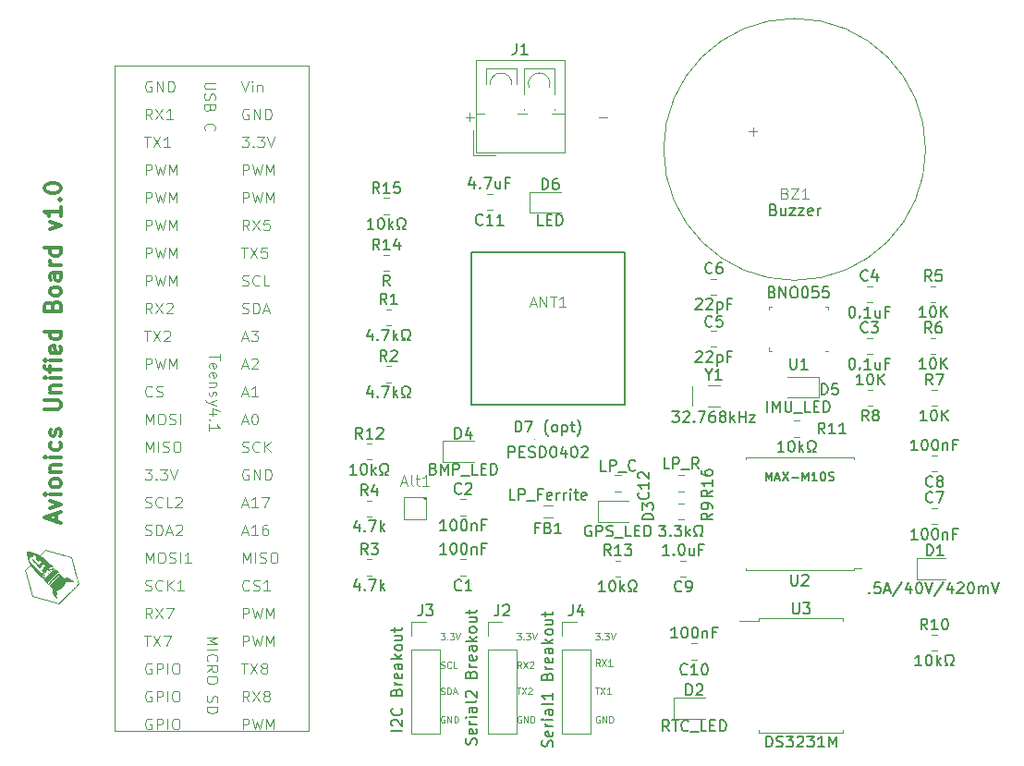
<source format=gbr>
%TF.GenerationSoftware,KiCad,Pcbnew,7.0.7*%
%TF.CreationDate,2024-01-17T19:34:37-05:00*%
%TF.ProjectId,Unified_Board,556e6966-6965-4645-9f42-6f6172642e6b,rev?*%
%TF.SameCoordinates,Original*%
%TF.FileFunction,Legend,Top*%
%TF.FilePolarity,Positive*%
%FSLAX46Y46*%
G04 Gerber Fmt 4.6, Leading zero omitted, Abs format (unit mm)*
G04 Created by KiCad (PCBNEW 7.0.7) date 2024-01-17 19:34:37*
%MOMM*%
%LPD*%
G01*
G04 APERTURE LIST*
%ADD10C,0.300000*%
%ADD11C,0.100000*%
%ADD12C,0.150000*%
%ADD13C,0.120000*%
G04 APERTURE END LIST*
D10*
X73772257Y-85516917D02*
X73772257Y-84802632D01*
X74200828Y-85659774D02*
X72700828Y-85159774D01*
X72700828Y-85159774D02*
X74200828Y-84659774D01*
X73200828Y-84302632D02*
X74200828Y-83945489D01*
X74200828Y-83945489D02*
X73200828Y-83588346D01*
X74200828Y-83016918D02*
X73200828Y-83016918D01*
X72700828Y-83016918D02*
X72772257Y-83088346D01*
X72772257Y-83088346D02*
X72843685Y-83016918D01*
X72843685Y-83016918D02*
X72772257Y-82945489D01*
X72772257Y-82945489D02*
X72700828Y-83016918D01*
X72700828Y-83016918D02*
X72843685Y-83016918D01*
X74200828Y-82088346D02*
X74129400Y-82231203D01*
X74129400Y-82231203D02*
X74057971Y-82302632D01*
X74057971Y-82302632D02*
X73915114Y-82374060D01*
X73915114Y-82374060D02*
X73486542Y-82374060D01*
X73486542Y-82374060D02*
X73343685Y-82302632D01*
X73343685Y-82302632D02*
X73272257Y-82231203D01*
X73272257Y-82231203D02*
X73200828Y-82088346D01*
X73200828Y-82088346D02*
X73200828Y-81874060D01*
X73200828Y-81874060D02*
X73272257Y-81731203D01*
X73272257Y-81731203D02*
X73343685Y-81659775D01*
X73343685Y-81659775D02*
X73486542Y-81588346D01*
X73486542Y-81588346D02*
X73915114Y-81588346D01*
X73915114Y-81588346D02*
X74057971Y-81659775D01*
X74057971Y-81659775D02*
X74129400Y-81731203D01*
X74129400Y-81731203D02*
X74200828Y-81874060D01*
X74200828Y-81874060D02*
X74200828Y-82088346D01*
X73200828Y-80945489D02*
X74200828Y-80945489D01*
X73343685Y-80945489D02*
X73272257Y-80874060D01*
X73272257Y-80874060D02*
X73200828Y-80731203D01*
X73200828Y-80731203D02*
X73200828Y-80516917D01*
X73200828Y-80516917D02*
X73272257Y-80374060D01*
X73272257Y-80374060D02*
X73415114Y-80302632D01*
X73415114Y-80302632D02*
X74200828Y-80302632D01*
X74200828Y-79588346D02*
X73200828Y-79588346D01*
X72700828Y-79588346D02*
X72772257Y-79659774D01*
X72772257Y-79659774D02*
X72843685Y-79588346D01*
X72843685Y-79588346D02*
X72772257Y-79516917D01*
X72772257Y-79516917D02*
X72700828Y-79588346D01*
X72700828Y-79588346D02*
X72843685Y-79588346D01*
X74129400Y-78231203D02*
X74200828Y-78374060D01*
X74200828Y-78374060D02*
X74200828Y-78659774D01*
X74200828Y-78659774D02*
X74129400Y-78802631D01*
X74129400Y-78802631D02*
X74057971Y-78874060D01*
X74057971Y-78874060D02*
X73915114Y-78945488D01*
X73915114Y-78945488D02*
X73486542Y-78945488D01*
X73486542Y-78945488D02*
X73343685Y-78874060D01*
X73343685Y-78874060D02*
X73272257Y-78802631D01*
X73272257Y-78802631D02*
X73200828Y-78659774D01*
X73200828Y-78659774D02*
X73200828Y-78374060D01*
X73200828Y-78374060D02*
X73272257Y-78231203D01*
X74129400Y-77659774D02*
X74200828Y-77516917D01*
X74200828Y-77516917D02*
X74200828Y-77231203D01*
X74200828Y-77231203D02*
X74129400Y-77088346D01*
X74129400Y-77088346D02*
X73986542Y-77016917D01*
X73986542Y-77016917D02*
X73915114Y-77016917D01*
X73915114Y-77016917D02*
X73772257Y-77088346D01*
X73772257Y-77088346D02*
X73700828Y-77231203D01*
X73700828Y-77231203D02*
X73700828Y-77445489D01*
X73700828Y-77445489D02*
X73629400Y-77588346D01*
X73629400Y-77588346D02*
X73486542Y-77659774D01*
X73486542Y-77659774D02*
X73415114Y-77659774D01*
X73415114Y-77659774D02*
X73272257Y-77588346D01*
X73272257Y-77588346D02*
X73200828Y-77445489D01*
X73200828Y-77445489D02*
X73200828Y-77231203D01*
X73200828Y-77231203D02*
X73272257Y-77088346D01*
X72700828Y-75231203D02*
X73915114Y-75231203D01*
X73915114Y-75231203D02*
X74057971Y-75159774D01*
X74057971Y-75159774D02*
X74129400Y-75088346D01*
X74129400Y-75088346D02*
X74200828Y-74945488D01*
X74200828Y-74945488D02*
X74200828Y-74659774D01*
X74200828Y-74659774D02*
X74129400Y-74516917D01*
X74129400Y-74516917D02*
X74057971Y-74445488D01*
X74057971Y-74445488D02*
X73915114Y-74374060D01*
X73915114Y-74374060D02*
X72700828Y-74374060D01*
X73200828Y-73659774D02*
X74200828Y-73659774D01*
X73343685Y-73659774D02*
X73272257Y-73588345D01*
X73272257Y-73588345D02*
X73200828Y-73445488D01*
X73200828Y-73445488D02*
X73200828Y-73231202D01*
X73200828Y-73231202D02*
X73272257Y-73088345D01*
X73272257Y-73088345D02*
X73415114Y-73016917D01*
X73415114Y-73016917D02*
X74200828Y-73016917D01*
X74200828Y-72302631D02*
X73200828Y-72302631D01*
X72700828Y-72302631D02*
X72772257Y-72374059D01*
X72772257Y-72374059D02*
X72843685Y-72302631D01*
X72843685Y-72302631D02*
X72772257Y-72231202D01*
X72772257Y-72231202D02*
X72700828Y-72302631D01*
X72700828Y-72302631D02*
X72843685Y-72302631D01*
X73200828Y-71802630D02*
X73200828Y-71231202D01*
X74200828Y-71588345D02*
X72915114Y-71588345D01*
X72915114Y-71588345D02*
X72772257Y-71516916D01*
X72772257Y-71516916D02*
X72700828Y-71374059D01*
X72700828Y-71374059D02*
X72700828Y-71231202D01*
X74200828Y-70731202D02*
X73200828Y-70731202D01*
X72700828Y-70731202D02*
X72772257Y-70802630D01*
X72772257Y-70802630D02*
X72843685Y-70731202D01*
X72843685Y-70731202D02*
X72772257Y-70659773D01*
X72772257Y-70659773D02*
X72700828Y-70731202D01*
X72700828Y-70731202D02*
X72843685Y-70731202D01*
X74129400Y-69445487D02*
X74200828Y-69588344D01*
X74200828Y-69588344D02*
X74200828Y-69874059D01*
X74200828Y-69874059D02*
X74129400Y-70016916D01*
X74129400Y-70016916D02*
X73986542Y-70088344D01*
X73986542Y-70088344D02*
X73415114Y-70088344D01*
X73415114Y-70088344D02*
X73272257Y-70016916D01*
X73272257Y-70016916D02*
X73200828Y-69874059D01*
X73200828Y-69874059D02*
X73200828Y-69588344D01*
X73200828Y-69588344D02*
X73272257Y-69445487D01*
X73272257Y-69445487D02*
X73415114Y-69374059D01*
X73415114Y-69374059D02*
X73557971Y-69374059D01*
X73557971Y-69374059D02*
X73700828Y-70088344D01*
X74200828Y-68088345D02*
X72700828Y-68088345D01*
X74129400Y-68088345D02*
X74200828Y-68231202D01*
X74200828Y-68231202D02*
X74200828Y-68516916D01*
X74200828Y-68516916D02*
X74129400Y-68659773D01*
X74129400Y-68659773D02*
X74057971Y-68731202D01*
X74057971Y-68731202D02*
X73915114Y-68802630D01*
X73915114Y-68802630D02*
X73486542Y-68802630D01*
X73486542Y-68802630D02*
X73343685Y-68731202D01*
X73343685Y-68731202D02*
X73272257Y-68659773D01*
X73272257Y-68659773D02*
X73200828Y-68516916D01*
X73200828Y-68516916D02*
X73200828Y-68231202D01*
X73200828Y-68231202D02*
X73272257Y-68088345D01*
X73415114Y-65731202D02*
X73486542Y-65516916D01*
X73486542Y-65516916D02*
X73557971Y-65445487D01*
X73557971Y-65445487D02*
X73700828Y-65374059D01*
X73700828Y-65374059D02*
X73915114Y-65374059D01*
X73915114Y-65374059D02*
X74057971Y-65445487D01*
X74057971Y-65445487D02*
X74129400Y-65516916D01*
X74129400Y-65516916D02*
X74200828Y-65659773D01*
X74200828Y-65659773D02*
X74200828Y-66231202D01*
X74200828Y-66231202D02*
X72700828Y-66231202D01*
X72700828Y-66231202D02*
X72700828Y-65731202D01*
X72700828Y-65731202D02*
X72772257Y-65588345D01*
X72772257Y-65588345D02*
X72843685Y-65516916D01*
X72843685Y-65516916D02*
X72986542Y-65445487D01*
X72986542Y-65445487D02*
X73129400Y-65445487D01*
X73129400Y-65445487D02*
X73272257Y-65516916D01*
X73272257Y-65516916D02*
X73343685Y-65588345D01*
X73343685Y-65588345D02*
X73415114Y-65731202D01*
X73415114Y-65731202D02*
X73415114Y-66231202D01*
X74200828Y-64516916D02*
X74129400Y-64659773D01*
X74129400Y-64659773D02*
X74057971Y-64731202D01*
X74057971Y-64731202D02*
X73915114Y-64802630D01*
X73915114Y-64802630D02*
X73486542Y-64802630D01*
X73486542Y-64802630D02*
X73343685Y-64731202D01*
X73343685Y-64731202D02*
X73272257Y-64659773D01*
X73272257Y-64659773D02*
X73200828Y-64516916D01*
X73200828Y-64516916D02*
X73200828Y-64302630D01*
X73200828Y-64302630D02*
X73272257Y-64159773D01*
X73272257Y-64159773D02*
X73343685Y-64088345D01*
X73343685Y-64088345D02*
X73486542Y-64016916D01*
X73486542Y-64016916D02*
X73915114Y-64016916D01*
X73915114Y-64016916D02*
X74057971Y-64088345D01*
X74057971Y-64088345D02*
X74129400Y-64159773D01*
X74129400Y-64159773D02*
X74200828Y-64302630D01*
X74200828Y-64302630D02*
X74200828Y-64516916D01*
X74200828Y-62731202D02*
X73415114Y-62731202D01*
X73415114Y-62731202D02*
X73272257Y-62802630D01*
X73272257Y-62802630D02*
X73200828Y-62945487D01*
X73200828Y-62945487D02*
X73200828Y-63231202D01*
X73200828Y-63231202D02*
X73272257Y-63374059D01*
X74129400Y-62731202D02*
X74200828Y-62874059D01*
X74200828Y-62874059D02*
X74200828Y-63231202D01*
X74200828Y-63231202D02*
X74129400Y-63374059D01*
X74129400Y-63374059D02*
X73986542Y-63445487D01*
X73986542Y-63445487D02*
X73843685Y-63445487D01*
X73843685Y-63445487D02*
X73700828Y-63374059D01*
X73700828Y-63374059D02*
X73629400Y-63231202D01*
X73629400Y-63231202D02*
X73629400Y-62874059D01*
X73629400Y-62874059D02*
X73557971Y-62731202D01*
X74200828Y-62016916D02*
X73200828Y-62016916D01*
X73486542Y-62016916D02*
X73343685Y-61945487D01*
X73343685Y-61945487D02*
X73272257Y-61874059D01*
X73272257Y-61874059D02*
X73200828Y-61731201D01*
X73200828Y-61731201D02*
X73200828Y-61588344D01*
X74200828Y-60445488D02*
X72700828Y-60445488D01*
X74129400Y-60445488D02*
X74200828Y-60588345D01*
X74200828Y-60588345D02*
X74200828Y-60874059D01*
X74200828Y-60874059D02*
X74129400Y-61016916D01*
X74129400Y-61016916D02*
X74057971Y-61088345D01*
X74057971Y-61088345D02*
X73915114Y-61159773D01*
X73915114Y-61159773D02*
X73486542Y-61159773D01*
X73486542Y-61159773D02*
X73343685Y-61088345D01*
X73343685Y-61088345D02*
X73272257Y-61016916D01*
X73272257Y-61016916D02*
X73200828Y-60874059D01*
X73200828Y-60874059D02*
X73200828Y-60588345D01*
X73200828Y-60588345D02*
X73272257Y-60445488D01*
X73200828Y-58731202D02*
X74200828Y-58374059D01*
X74200828Y-58374059D02*
X73200828Y-58016916D01*
X74200828Y-56659773D02*
X74200828Y-57516916D01*
X74200828Y-57088345D02*
X72700828Y-57088345D01*
X72700828Y-57088345D02*
X72915114Y-57231202D01*
X72915114Y-57231202D02*
X73057971Y-57374059D01*
X73057971Y-57374059D02*
X73129400Y-57516916D01*
X74057971Y-56016917D02*
X74129400Y-55945488D01*
X74129400Y-55945488D02*
X74200828Y-56016917D01*
X74200828Y-56016917D02*
X74129400Y-56088345D01*
X74129400Y-56088345D02*
X74057971Y-56016917D01*
X74057971Y-56016917D02*
X74200828Y-56016917D01*
X72700828Y-55016916D02*
X72700828Y-54874059D01*
X72700828Y-54874059D02*
X72772257Y-54731202D01*
X72772257Y-54731202D02*
X72843685Y-54659774D01*
X72843685Y-54659774D02*
X72986542Y-54588345D01*
X72986542Y-54588345D02*
X73272257Y-54516916D01*
X73272257Y-54516916D02*
X73629400Y-54516916D01*
X73629400Y-54516916D02*
X73915114Y-54588345D01*
X73915114Y-54588345D02*
X74057971Y-54659774D01*
X74057971Y-54659774D02*
X74129400Y-54731202D01*
X74129400Y-54731202D02*
X74200828Y-54874059D01*
X74200828Y-54874059D02*
X74200828Y-55016916D01*
X74200828Y-55016916D02*
X74129400Y-55159774D01*
X74129400Y-55159774D02*
X74057971Y-55231202D01*
X74057971Y-55231202D02*
X73915114Y-55302631D01*
X73915114Y-55302631D02*
X73629400Y-55374059D01*
X73629400Y-55374059D02*
X73272257Y-55374059D01*
X73272257Y-55374059D02*
X72986542Y-55302631D01*
X72986542Y-55302631D02*
X72843685Y-55231202D01*
X72843685Y-55231202D02*
X72772257Y-55159774D01*
X72772257Y-55159774D02*
X72700828Y-55016916D01*
D11*
X108980074Y-101292800D02*
X109065789Y-101321371D01*
X109065789Y-101321371D02*
X109208646Y-101321371D01*
X109208646Y-101321371D02*
X109265789Y-101292800D01*
X109265789Y-101292800D02*
X109294360Y-101264228D01*
X109294360Y-101264228D02*
X109322931Y-101207085D01*
X109322931Y-101207085D02*
X109322931Y-101149942D01*
X109322931Y-101149942D02*
X109294360Y-101092800D01*
X109294360Y-101092800D02*
X109265789Y-101064228D01*
X109265789Y-101064228D02*
X109208646Y-101035657D01*
X109208646Y-101035657D02*
X109094360Y-101007085D01*
X109094360Y-101007085D02*
X109037217Y-100978514D01*
X109037217Y-100978514D02*
X109008646Y-100949942D01*
X109008646Y-100949942D02*
X108980074Y-100892800D01*
X108980074Y-100892800D02*
X108980074Y-100835657D01*
X108980074Y-100835657D02*
X109008646Y-100778514D01*
X109008646Y-100778514D02*
X109037217Y-100749942D01*
X109037217Y-100749942D02*
X109094360Y-100721371D01*
X109094360Y-100721371D02*
X109237217Y-100721371D01*
X109237217Y-100721371D02*
X109322931Y-100749942D01*
X109580075Y-101321371D02*
X109580075Y-100721371D01*
X109580075Y-100721371D02*
X109722932Y-100721371D01*
X109722932Y-100721371D02*
X109808646Y-100749942D01*
X109808646Y-100749942D02*
X109865789Y-100807085D01*
X109865789Y-100807085D02*
X109894360Y-100864228D01*
X109894360Y-100864228D02*
X109922932Y-100978514D01*
X109922932Y-100978514D02*
X109922932Y-101064228D01*
X109922932Y-101064228D02*
X109894360Y-101178514D01*
X109894360Y-101178514D02*
X109865789Y-101235657D01*
X109865789Y-101235657D02*
X109808646Y-101292800D01*
X109808646Y-101292800D02*
X109722932Y-101321371D01*
X109722932Y-101321371D02*
X109580075Y-101321371D01*
X110151503Y-101149942D02*
X110437218Y-101149942D01*
X110094360Y-101321371D02*
X110294360Y-100721371D01*
X110294360Y-100721371D02*
X110494360Y-101321371D01*
X108980074Y-98892800D02*
X109065789Y-98921371D01*
X109065789Y-98921371D02*
X109208646Y-98921371D01*
X109208646Y-98921371D02*
X109265789Y-98892800D01*
X109265789Y-98892800D02*
X109294360Y-98864228D01*
X109294360Y-98864228D02*
X109322931Y-98807085D01*
X109322931Y-98807085D02*
X109322931Y-98749942D01*
X109322931Y-98749942D02*
X109294360Y-98692800D01*
X109294360Y-98692800D02*
X109265789Y-98664228D01*
X109265789Y-98664228D02*
X109208646Y-98635657D01*
X109208646Y-98635657D02*
X109094360Y-98607085D01*
X109094360Y-98607085D02*
X109037217Y-98578514D01*
X109037217Y-98578514D02*
X109008646Y-98549942D01*
X109008646Y-98549942D02*
X108980074Y-98492800D01*
X108980074Y-98492800D02*
X108980074Y-98435657D01*
X108980074Y-98435657D02*
X109008646Y-98378514D01*
X109008646Y-98378514D02*
X109037217Y-98349942D01*
X109037217Y-98349942D02*
X109094360Y-98321371D01*
X109094360Y-98321371D02*
X109237217Y-98321371D01*
X109237217Y-98321371D02*
X109322931Y-98349942D01*
X109922932Y-98864228D02*
X109894360Y-98892800D01*
X109894360Y-98892800D02*
X109808646Y-98921371D01*
X109808646Y-98921371D02*
X109751503Y-98921371D01*
X109751503Y-98921371D02*
X109665789Y-98892800D01*
X109665789Y-98892800D02*
X109608646Y-98835657D01*
X109608646Y-98835657D02*
X109580075Y-98778514D01*
X109580075Y-98778514D02*
X109551503Y-98664228D01*
X109551503Y-98664228D02*
X109551503Y-98578514D01*
X109551503Y-98578514D02*
X109580075Y-98464228D01*
X109580075Y-98464228D02*
X109608646Y-98407085D01*
X109608646Y-98407085D02*
X109665789Y-98349942D01*
X109665789Y-98349942D02*
X109751503Y-98321371D01*
X109751503Y-98321371D02*
X109808646Y-98321371D01*
X109808646Y-98321371D02*
X109894360Y-98349942D01*
X109894360Y-98349942D02*
X109922932Y-98378514D01*
X110465789Y-98921371D02*
X110180075Y-98921371D01*
X110180075Y-98921371D02*
X110180075Y-98321371D01*
X108951503Y-95721371D02*
X109322931Y-95721371D01*
X109322931Y-95721371D02*
X109122931Y-95949942D01*
X109122931Y-95949942D02*
X109208646Y-95949942D01*
X109208646Y-95949942D02*
X109265789Y-95978514D01*
X109265789Y-95978514D02*
X109294360Y-96007085D01*
X109294360Y-96007085D02*
X109322931Y-96064228D01*
X109322931Y-96064228D02*
X109322931Y-96207085D01*
X109322931Y-96207085D02*
X109294360Y-96264228D01*
X109294360Y-96264228D02*
X109265789Y-96292800D01*
X109265789Y-96292800D02*
X109208646Y-96321371D01*
X109208646Y-96321371D02*
X109037217Y-96321371D01*
X109037217Y-96321371D02*
X108980074Y-96292800D01*
X108980074Y-96292800D02*
X108951503Y-96264228D01*
X109580075Y-96264228D02*
X109608646Y-96292800D01*
X109608646Y-96292800D02*
X109580075Y-96321371D01*
X109580075Y-96321371D02*
X109551503Y-96292800D01*
X109551503Y-96292800D02*
X109580075Y-96264228D01*
X109580075Y-96264228D02*
X109580075Y-96321371D01*
X109808646Y-95721371D02*
X110180074Y-95721371D01*
X110180074Y-95721371D02*
X109980074Y-95949942D01*
X109980074Y-95949942D02*
X110065789Y-95949942D01*
X110065789Y-95949942D02*
X110122932Y-95978514D01*
X110122932Y-95978514D02*
X110151503Y-96007085D01*
X110151503Y-96007085D02*
X110180074Y-96064228D01*
X110180074Y-96064228D02*
X110180074Y-96207085D01*
X110180074Y-96207085D02*
X110151503Y-96264228D01*
X110151503Y-96264228D02*
X110122932Y-96292800D01*
X110122932Y-96292800D02*
X110065789Y-96321371D01*
X110065789Y-96321371D02*
X109894360Y-96321371D01*
X109894360Y-96321371D02*
X109837217Y-96292800D01*
X109837217Y-96292800D02*
X109808646Y-96264228D01*
X110351503Y-95721371D02*
X110551503Y-96321371D01*
X110551503Y-96321371D02*
X110751503Y-95721371D01*
X109322931Y-103349942D02*
X109265789Y-103321371D01*
X109265789Y-103321371D02*
X109180074Y-103321371D01*
X109180074Y-103321371D02*
X109094360Y-103349942D01*
X109094360Y-103349942D02*
X109037217Y-103407085D01*
X109037217Y-103407085D02*
X109008646Y-103464228D01*
X109008646Y-103464228D02*
X108980074Y-103578514D01*
X108980074Y-103578514D02*
X108980074Y-103664228D01*
X108980074Y-103664228D02*
X109008646Y-103778514D01*
X109008646Y-103778514D02*
X109037217Y-103835657D01*
X109037217Y-103835657D02*
X109094360Y-103892800D01*
X109094360Y-103892800D02*
X109180074Y-103921371D01*
X109180074Y-103921371D02*
X109237217Y-103921371D01*
X109237217Y-103921371D02*
X109322931Y-103892800D01*
X109322931Y-103892800D02*
X109351503Y-103864228D01*
X109351503Y-103864228D02*
X109351503Y-103664228D01*
X109351503Y-103664228D02*
X109237217Y-103664228D01*
X109608646Y-103921371D02*
X109608646Y-103321371D01*
X109608646Y-103321371D02*
X109951503Y-103921371D01*
X109951503Y-103921371D02*
X109951503Y-103321371D01*
X110237217Y-103921371D02*
X110237217Y-103321371D01*
X110237217Y-103321371D02*
X110380074Y-103321371D01*
X110380074Y-103321371D02*
X110465788Y-103349942D01*
X110465788Y-103349942D02*
X110522931Y-103407085D01*
X110522931Y-103407085D02*
X110551502Y-103464228D01*
X110551502Y-103464228D02*
X110580074Y-103578514D01*
X110580074Y-103578514D02*
X110580074Y-103664228D01*
X110580074Y-103664228D02*
X110551502Y-103778514D01*
X110551502Y-103778514D02*
X110522931Y-103835657D01*
X110522931Y-103835657D02*
X110465788Y-103892800D01*
X110465788Y-103892800D02*
X110380074Y-103921371D01*
X110380074Y-103921371D02*
X110237217Y-103921371D01*
X116351503Y-98921371D02*
X116151503Y-98635657D01*
X116008646Y-98921371D02*
X116008646Y-98321371D01*
X116008646Y-98321371D02*
X116237217Y-98321371D01*
X116237217Y-98321371D02*
X116294360Y-98349942D01*
X116294360Y-98349942D02*
X116322931Y-98378514D01*
X116322931Y-98378514D02*
X116351503Y-98435657D01*
X116351503Y-98435657D02*
X116351503Y-98521371D01*
X116351503Y-98521371D02*
X116322931Y-98578514D01*
X116322931Y-98578514D02*
X116294360Y-98607085D01*
X116294360Y-98607085D02*
X116237217Y-98635657D01*
X116237217Y-98635657D02*
X116008646Y-98635657D01*
X116551503Y-98321371D02*
X116951503Y-98921371D01*
X116951503Y-98321371D02*
X116551503Y-98921371D01*
X117151503Y-98378514D02*
X117180075Y-98349942D01*
X117180075Y-98349942D02*
X117237218Y-98321371D01*
X117237218Y-98321371D02*
X117380075Y-98321371D01*
X117380075Y-98321371D02*
X117437218Y-98349942D01*
X117437218Y-98349942D02*
X117465789Y-98378514D01*
X117465789Y-98378514D02*
X117494360Y-98435657D01*
X117494360Y-98435657D02*
X117494360Y-98492800D01*
X117494360Y-98492800D02*
X117465789Y-98578514D01*
X117465789Y-98578514D02*
X117122932Y-98921371D01*
X117122932Y-98921371D02*
X117494360Y-98921371D01*
X115922931Y-100721371D02*
X116265789Y-100721371D01*
X116094360Y-101321371D02*
X116094360Y-100721371D01*
X116408646Y-100721371D02*
X116808646Y-101321371D01*
X116808646Y-100721371D02*
X116408646Y-101321371D01*
X117008646Y-100778514D02*
X117037218Y-100749942D01*
X117037218Y-100749942D02*
X117094361Y-100721371D01*
X117094361Y-100721371D02*
X117237218Y-100721371D01*
X117237218Y-100721371D02*
X117294361Y-100749942D01*
X117294361Y-100749942D02*
X117322932Y-100778514D01*
X117322932Y-100778514D02*
X117351503Y-100835657D01*
X117351503Y-100835657D02*
X117351503Y-100892800D01*
X117351503Y-100892800D02*
X117322932Y-100978514D01*
X117322932Y-100978514D02*
X116980075Y-101321371D01*
X116980075Y-101321371D02*
X117351503Y-101321371D01*
X116322931Y-103349942D02*
X116265789Y-103321371D01*
X116265789Y-103321371D02*
X116180074Y-103321371D01*
X116180074Y-103321371D02*
X116094360Y-103349942D01*
X116094360Y-103349942D02*
X116037217Y-103407085D01*
X116037217Y-103407085D02*
X116008646Y-103464228D01*
X116008646Y-103464228D02*
X115980074Y-103578514D01*
X115980074Y-103578514D02*
X115980074Y-103664228D01*
X115980074Y-103664228D02*
X116008646Y-103778514D01*
X116008646Y-103778514D02*
X116037217Y-103835657D01*
X116037217Y-103835657D02*
X116094360Y-103892800D01*
X116094360Y-103892800D02*
X116180074Y-103921371D01*
X116180074Y-103921371D02*
X116237217Y-103921371D01*
X116237217Y-103921371D02*
X116322931Y-103892800D01*
X116322931Y-103892800D02*
X116351503Y-103864228D01*
X116351503Y-103864228D02*
X116351503Y-103664228D01*
X116351503Y-103664228D02*
X116237217Y-103664228D01*
X116608646Y-103921371D02*
X116608646Y-103321371D01*
X116608646Y-103321371D02*
X116951503Y-103921371D01*
X116951503Y-103921371D02*
X116951503Y-103321371D01*
X117237217Y-103921371D02*
X117237217Y-103321371D01*
X117237217Y-103321371D02*
X117380074Y-103321371D01*
X117380074Y-103321371D02*
X117465788Y-103349942D01*
X117465788Y-103349942D02*
X117522931Y-103407085D01*
X117522931Y-103407085D02*
X117551502Y-103464228D01*
X117551502Y-103464228D02*
X117580074Y-103578514D01*
X117580074Y-103578514D02*
X117580074Y-103664228D01*
X117580074Y-103664228D02*
X117551502Y-103778514D01*
X117551502Y-103778514D02*
X117522931Y-103835657D01*
X117522931Y-103835657D02*
X117465788Y-103892800D01*
X117465788Y-103892800D02*
X117380074Y-103921371D01*
X117380074Y-103921371D02*
X117237217Y-103921371D01*
X115951503Y-95721371D02*
X116322931Y-95721371D01*
X116322931Y-95721371D02*
X116122931Y-95949942D01*
X116122931Y-95949942D02*
X116208646Y-95949942D01*
X116208646Y-95949942D02*
X116265789Y-95978514D01*
X116265789Y-95978514D02*
X116294360Y-96007085D01*
X116294360Y-96007085D02*
X116322931Y-96064228D01*
X116322931Y-96064228D02*
X116322931Y-96207085D01*
X116322931Y-96207085D02*
X116294360Y-96264228D01*
X116294360Y-96264228D02*
X116265789Y-96292800D01*
X116265789Y-96292800D02*
X116208646Y-96321371D01*
X116208646Y-96321371D02*
X116037217Y-96321371D01*
X116037217Y-96321371D02*
X115980074Y-96292800D01*
X115980074Y-96292800D02*
X115951503Y-96264228D01*
X116580075Y-96264228D02*
X116608646Y-96292800D01*
X116608646Y-96292800D02*
X116580075Y-96321371D01*
X116580075Y-96321371D02*
X116551503Y-96292800D01*
X116551503Y-96292800D02*
X116580075Y-96264228D01*
X116580075Y-96264228D02*
X116580075Y-96321371D01*
X116808646Y-95721371D02*
X117180074Y-95721371D01*
X117180074Y-95721371D02*
X116980074Y-95949942D01*
X116980074Y-95949942D02*
X117065789Y-95949942D01*
X117065789Y-95949942D02*
X117122932Y-95978514D01*
X117122932Y-95978514D02*
X117151503Y-96007085D01*
X117151503Y-96007085D02*
X117180074Y-96064228D01*
X117180074Y-96064228D02*
X117180074Y-96207085D01*
X117180074Y-96207085D02*
X117151503Y-96264228D01*
X117151503Y-96264228D02*
X117122932Y-96292800D01*
X117122932Y-96292800D02*
X117065789Y-96321371D01*
X117065789Y-96321371D02*
X116894360Y-96321371D01*
X116894360Y-96321371D02*
X116837217Y-96292800D01*
X116837217Y-96292800D02*
X116808646Y-96264228D01*
X117351503Y-95721371D02*
X117551503Y-96321371D01*
X117551503Y-96321371D02*
X117751503Y-95721371D01*
X123522931Y-103349942D02*
X123465789Y-103321371D01*
X123465789Y-103321371D02*
X123380074Y-103321371D01*
X123380074Y-103321371D02*
X123294360Y-103349942D01*
X123294360Y-103349942D02*
X123237217Y-103407085D01*
X123237217Y-103407085D02*
X123208646Y-103464228D01*
X123208646Y-103464228D02*
X123180074Y-103578514D01*
X123180074Y-103578514D02*
X123180074Y-103664228D01*
X123180074Y-103664228D02*
X123208646Y-103778514D01*
X123208646Y-103778514D02*
X123237217Y-103835657D01*
X123237217Y-103835657D02*
X123294360Y-103892800D01*
X123294360Y-103892800D02*
X123380074Y-103921371D01*
X123380074Y-103921371D02*
X123437217Y-103921371D01*
X123437217Y-103921371D02*
X123522931Y-103892800D01*
X123522931Y-103892800D02*
X123551503Y-103864228D01*
X123551503Y-103864228D02*
X123551503Y-103664228D01*
X123551503Y-103664228D02*
X123437217Y-103664228D01*
X123808646Y-103921371D02*
X123808646Y-103321371D01*
X123808646Y-103321371D02*
X124151503Y-103921371D01*
X124151503Y-103921371D02*
X124151503Y-103321371D01*
X124437217Y-103921371D02*
X124437217Y-103321371D01*
X124437217Y-103321371D02*
X124580074Y-103321371D01*
X124580074Y-103321371D02*
X124665788Y-103349942D01*
X124665788Y-103349942D02*
X124722931Y-103407085D01*
X124722931Y-103407085D02*
X124751502Y-103464228D01*
X124751502Y-103464228D02*
X124780074Y-103578514D01*
X124780074Y-103578514D02*
X124780074Y-103664228D01*
X124780074Y-103664228D02*
X124751502Y-103778514D01*
X124751502Y-103778514D02*
X124722931Y-103835657D01*
X124722931Y-103835657D02*
X124665788Y-103892800D01*
X124665788Y-103892800D02*
X124580074Y-103921371D01*
X124580074Y-103921371D02*
X124437217Y-103921371D01*
X123122931Y-100721371D02*
X123465789Y-100721371D01*
X123294360Y-101321371D02*
X123294360Y-100721371D01*
X123608646Y-100721371D02*
X124008646Y-101321371D01*
X124008646Y-100721371D02*
X123608646Y-101321371D01*
X124551503Y-101321371D02*
X124208646Y-101321371D01*
X124380075Y-101321371D02*
X124380075Y-100721371D01*
X124380075Y-100721371D02*
X124322932Y-100807085D01*
X124322932Y-100807085D02*
X124265789Y-100864228D01*
X124265789Y-100864228D02*
X124208646Y-100892800D01*
X123551503Y-98721371D02*
X123351503Y-98435657D01*
X123208646Y-98721371D02*
X123208646Y-98121371D01*
X123208646Y-98121371D02*
X123437217Y-98121371D01*
X123437217Y-98121371D02*
X123494360Y-98149942D01*
X123494360Y-98149942D02*
X123522931Y-98178514D01*
X123522931Y-98178514D02*
X123551503Y-98235657D01*
X123551503Y-98235657D02*
X123551503Y-98321371D01*
X123551503Y-98321371D02*
X123522931Y-98378514D01*
X123522931Y-98378514D02*
X123494360Y-98407085D01*
X123494360Y-98407085D02*
X123437217Y-98435657D01*
X123437217Y-98435657D02*
X123208646Y-98435657D01*
X123751503Y-98121371D02*
X124151503Y-98721371D01*
X124151503Y-98121371D02*
X123751503Y-98721371D01*
X124694360Y-98721371D02*
X124351503Y-98721371D01*
X124522932Y-98721371D02*
X124522932Y-98121371D01*
X124522932Y-98121371D02*
X124465789Y-98207085D01*
X124465789Y-98207085D02*
X124408646Y-98264228D01*
X124408646Y-98264228D02*
X124351503Y-98292800D01*
X123151503Y-95721371D02*
X123522931Y-95721371D01*
X123522931Y-95721371D02*
X123322931Y-95949942D01*
X123322931Y-95949942D02*
X123408646Y-95949942D01*
X123408646Y-95949942D02*
X123465789Y-95978514D01*
X123465789Y-95978514D02*
X123494360Y-96007085D01*
X123494360Y-96007085D02*
X123522931Y-96064228D01*
X123522931Y-96064228D02*
X123522931Y-96207085D01*
X123522931Y-96207085D02*
X123494360Y-96264228D01*
X123494360Y-96264228D02*
X123465789Y-96292800D01*
X123465789Y-96292800D02*
X123408646Y-96321371D01*
X123408646Y-96321371D02*
X123237217Y-96321371D01*
X123237217Y-96321371D02*
X123180074Y-96292800D01*
X123180074Y-96292800D02*
X123151503Y-96264228D01*
X123780075Y-96264228D02*
X123808646Y-96292800D01*
X123808646Y-96292800D02*
X123780075Y-96321371D01*
X123780075Y-96321371D02*
X123751503Y-96292800D01*
X123751503Y-96292800D02*
X123780075Y-96264228D01*
X123780075Y-96264228D02*
X123780075Y-96321371D01*
X124008646Y-95721371D02*
X124380074Y-95721371D01*
X124380074Y-95721371D02*
X124180074Y-95949942D01*
X124180074Y-95949942D02*
X124265789Y-95949942D01*
X124265789Y-95949942D02*
X124322932Y-95978514D01*
X124322932Y-95978514D02*
X124351503Y-96007085D01*
X124351503Y-96007085D02*
X124380074Y-96064228D01*
X124380074Y-96064228D02*
X124380074Y-96207085D01*
X124380074Y-96207085D02*
X124351503Y-96264228D01*
X124351503Y-96264228D02*
X124322932Y-96292800D01*
X124322932Y-96292800D02*
X124265789Y-96321371D01*
X124265789Y-96321371D02*
X124094360Y-96321371D01*
X124094360Y-96321371D02*
X124037217Y-96292800D01*
X124037217Y-96292800D02*
X124008646Y-96264228D01*
X124551503Y-95721371D02*
X124751503Y-96321371D01*
X124751503Y-96321371D02*
X124951503Y-95721371D01*
D12*
X107266666Y-93124819D02*
X107266666Y-93839104D01*
X107266666Y-93839104D02*
X107219047Y-93981961D01*
X107219047Y-93981961D02*
X107123809Y-94077200D01*
X107123809Y-94077200D02*
X106980952Y-94124819D01*
X106980952Y-94124819D02*
X106885714Y-94124819D01*
X107647619Y-93124819D02*
X108266666Y-93124819D01*
X108266666Y-93124819D02*
X107933333Y-93505771D01*
X107933333Y-93505771D02*
X108076190Y-93505771D01*
X108076190Y-93505771D02*
X108171428Y-93553390D01*
X108171428Y-93553390D02*
X108219047Y-93601009D01*
X108219047Y-93601009D02*
X108266666Y-93696247D01*
X108266666Y-93696247D02*
X108266666Y-93934342D01*
X108266666Y-93934342D02*
X108219047Y-94029580D01*
X108219047Y-94029580D02*
X108171428Y-94077200D01*
X108171428Y-94077200D02*
X108076190Y-94124819D01*
X108076190Y-94124819D02*
X107790476Y-94124819D01*
X107790476Y-94124819D02*
X107695238Y-94077200D01*
X107695238Y-94077200D02*
X107647619Y-94029580D01*
X105454819Y-104642857D02*
X104454819Y-104642857D01*
X104550057Y-104214286D02*
X104502438Y-104166667D01*
X104502438Y-104166667D02*
X104454819Y-104071429D01*
X104454819Y-104071429D02*
X104454819Y-103833334D01*
X104454819Y-103833334D02*
X104502438Y-103738096D01*
X104502438Y-103738096D02*
X104550057Y-103690477D01*
X104550057Y-103690477D02*
X104645295Y-103642858D01*
X104645295Y-103642858D02*
X104740533Y-103642858D01*
X104740533Y-103642858D02*
X104883390Y-103690477D01*
X104883390Y-103690477D02*
X105454819Y-104261905D01*
X105454819Y-104261905D02*
X105454819Y-103642858D01*
X105359580Y-102642858D02*
X105407200Y-102690477D01*
X105407200Y-102690477D02*
X105454819Y-102833334D01*
X105454819Y-102833334D02*
X105454819Y-102928572D01*
X105454819Y-102928572D02*
X105407200Y-103071429D01*
X105407200Y-103071429D02*
X105311961Y-103166667D01*
X105311961Y-103166667D02*
X105216723Y-103214286D01*
X105216723Y-103214286D02*
X105026247Y-103261905D01*
X105026247Y-103261905D02*
X104883390Y-103261905D01*
X104883390Y-103261905D02*
X104692914Y-103214286D01*
X104692914Y-103214286D02*
X104597676Y-103166667D01*
X104597676Y-103166667D02*
X104502438Y-103071429D01*
X104502438Y-103071429D02*
X104454819Y-102928572D01*
X104454819Y-102928572D02*
X104454819Y-102833334D01*
X104454819Y-102833334D02*
X104502438Y-102690477D01*
X104502438Y-102690477D02*
X104550057Y-102642858D01*
X104931009Y-101119048D02*
X104978628Y-100976191D01*
X104978628Y-100976191D02*
X105026247Y-100928572D01*
X105026247Y-100928572D02*
X105121485Y-100880953D01*
X105121485Y-100880953D02*
X105264342Y-100880953D01*
X105264342Y-100880953D02*
X105359580Y-100928572D01*
X105359580Y-100928572D02*
X105407200Y-100976191D01*
X105407200Y-100976191D02*
X105454819Y-101071429D01*
X105454819Y-101071429D02*
X105454819Y-101452381D01*
X105454819Y-101452381D02*
X104454819Y-101452381D01*
X104454819Y-101452381D02*
X104454819Y-101119048D01*
X104454819Y-101119048D02*
X104502438Y-101023810D01*
X104502438Y-101023810D02*
X104550057Y-100976191D01*
X104550057Y-100976191D02*
X104645295Y-100928572D01*
X104645295Y-100928572D02*
X104740533Y-100928572D01*
X104740533Y-100928572D02*
X104835771Y-100976191D01*
X104835771Y-100976191D02*
X104883390Y-101023810D01*
X104883390Y-101023810D02*
X104931009Y-101119048D01*
X104931009Y-101119048D02*
X104931009Y-101452381D01*
X105454819Y-100452381D02*
X104788152Y-100452381D01*
X104978628Y-100452381D02*
X104883390Y-100404762D01*
X104883390Y-100404762D02*
X104835771Y-100357143D01*
X104835771Y-100357143D02*
X104788152Y-100261905D01*
X104788152Y-100261905D02*
X104788152Y-100166667D01*
X105407200Y-99452381D02*
X105454819Y-99547619D01*
X105454819Y-99547619D02*
X105454819Y-99738095D01*
X105454819Y-99738095D02*
X105407200Y-99833333D01*
X105407200Y-99833333D02*
X105311961Y-99880952D01*
X105311961Y-99880952D02*
X104931009Y-99880952D01*
X104931009Y-99880952D02*
X104835771Y-99833333D01*
X104835771Y-99833333D02*
X104788152Y-99738095D01*
X104788152Y-99738095D02*
X104788152Y-99547619D01*
X104788152Y-99547619D02*
X104835771Y-99452381D01*
X104835771Y-99452381D02*
X104931009Y-99404762D01*
X104931009Y-99404762D02*
X105026247Y-99404762D01*
X105026247Y-99404762D02*
X105121485Y-99880952D01*
X105454819Y-98547619D02*
X104931009Y-98547619D01*
X104931009Y-98547619D02*
X104835771Y-98595238D01*
X104835771Y-98595238D02*
X104788152Y-98690476D01*
X104788152Y-98690476D02*
X104788152Y-98880952D01*
X104788152Y-98880952D02*
X104835771Y-98976190D01*
X105407200Y-98547619D02*
X105454819Y-98642857D01*
X105454819Y-98642857D02*
X105454819Y-98880952D01*
X105454819Y-98880952D02*
X105407200Y-98976190D01*
X105407200Y-98976190D02*
X105311961Y-99023809D01*
X105311961Y-99023809D02*
X105216723Y-99023809D01*
X105216723Y-99023809D02*
X105121485Y-98976190D01*
X105121485Y-98976190D02*
X105073866Y-98880952D01*
X105073866Y-98880952D02*
X105073866Y-98642857D01*
X105073866Y-98642857D02*
X105026247Y-98547619D01*
X105454819Y-98071428D02*
X104454819Y-98071428D01*
X105073866Y-97976190D02*
X105454819Y-97690476D01*
X104788152Y-97690476D02*
X105169104Y-98071428D01*
X105454819Y-97119047D02*
X105407200Y-97214285D01*
X105407200Y-97214285D02*
X105359580Y-97261904D01*
X105359580Y-97261904D02*
X105264342Y-97309523D01*
X105264342Y-97309523D02*
X104978628Y-97309523D01*
X104978628Y-97309523D02*
X104883390Y-97261904D01*
X104883390Y-97261904D02*
X104835771Y-97214285D01*
X104835771Y-97214285D02*
X104788152Y-97119047D01*
X104788152Y-97119047D02*
X104788152Y-96976190D01*
X104788152Y-96976190D02*
X104835771Y-96880952D01*
X104835771Y-96880952D02*
X104883390Y-96833333D01*
X104883390Y-96833333D02*
X104978628Y-96785714D01*
X104978628Y-96785714D02*
X105264342Y-96785714D01*
X105264342Y-96785714D02*
X105359580Y-96833333D01*
X105359580Y-96833333D02*
X105407200Y-96880952D01*
X105407200Y-96880952D02*
X105454819Y-96976190D01*
X105454819Y-96976190D02*
X105454819Y-97119047D01*
X104788152Y-95928571D02*
X105454819Y-95928571D01*
X104788152Y-96357142D02*
X105311961Y-96357142D01*
X105311961Y-96357142D02*
X105407200Y-96309523D01*
X105407200Y-96309523D02*
X105454819Y-96214285D01*
X105454819Y-96214285D02*
X105454819Y-96071428D01*
X105454819Y-96071428D02*
X105407200Y-95976190D01*
X105407200Y-95976190D02*
X105359580Y-95928571D01*
X104788152Y-95595237D02*
X104788152Y-95214285D01*
X104454819Y-95452380D02*
X105311961Y-95452380D01*
X105311961Y-95452380D02*
X105407200Y-95404761D01*
X105407200Y-95404761D02*
X105454819Y-95309523D01*
X105454819Y-95309523D02*
X105454819Y-95214285D01*
X131461905Y-101404819D02*
X131461905Y-100404819D01*
X131461905Y-100404819D02*
X131700000Y-100404819D01*
X131700000Y-100404819D02*
X131842857Y-100452438D01*
X131842857Y-100452438D02*
X131938095Y-100547676D01*
X131938095Y-100547676D02*
X131985714Y-100642914D01*
X131985714Y-100642914D02*
X132033333Y-100833390D01*
X132033333Y-100833390D02*
X132033333Y-100976247D01*
X132033333Y-100976247D02*
X131985714Y-101166723D01*
X131985714Y-101166723D02*
X131938095Y-101261961D01*
X131938095Y-101261961D02*
X131842857Y-101357200D01*
X131842857Y-101357200D02*
X131700000Y-101404819D01*
X131700000Y-101404819D02*
X131461905Y-101404819D01*
X132414286Y-100500057D02*
X132461905Y-100452438D01*
X132461905Y-100452438D02*
X132557143Y-100404819D01*
X132557143Y-100404819D02*
X132795238Y-100404819D01*
X132795238Y-100404819D02*
X132890476Y-100452438D01*
X132890476Y-100452438D02*
X132938095Y-100500057D01*
X132938095Y-100500057D02*
X132985714Y-100595295D01*
X132985714Y-100595295D02*
X132985714Y-100690533D01*
X132985714Y-100690533D02*
X132938095Y-100833390D01*
X132938095Y-100833390D02*
X132366667Y-101404819D01*
X132366667Y-101404819D02*
X132985714Y-101404819D01*
X129890475Y-104704819D02*
X129557142Y-104228628D01*
X129319047Y-104704819D02*
X129319047Y-103704819D01*
X129319047Y-103704819D02*
X129699999Y-103704819D01*
X129699999Y-103704819D02*
X129795237Y-103752438D01*
X129795237Y-103752438D02*
X129842856Y-103800057D01*
X129842856Y-103800057D02*
X129890475Y-103895295D01*
X129890475Y-103895295D02*
X129890475Y-104038152D01*
X129890475Y-104038152D02*
X129842856Y-104133390D01*
X129842856Y-104133390D02*
X129795237Y-104181009D01*
X129795237Y-104181009D02*
X129699999Y-104228628D01*
X129699999Y-104228628D02*
X129319047Y-104228628D01*
X130176190Y-103704819D02*
X130747618Y-103704819D01*
X130461904Y-104704819D02*
X130461904Y-103704819D01*
X131652380Y-104609580D02*
X131604761Y-104657200D01*
X131604761Y-104657200D02*
X131461904Y-104704819D01*
X131461904Y-104704819D02*
X131366666Y-104704819D01*
X131366666Y-104704819D02*
X131223809Y-104657200D01*
X131223809Y-104657200D02*
X131128571Y-104561961D01*
X131128571Y-104561961D02*
X131080952Y-104466723D01*
X131080952Y-104466723D02*
X131033333Y-104276247D01*
X131033333Y-104276247D02*
X131033333Y-104133390D01*
X131033333Y-104133390D02*
X131080952Y-103942914D01*
X131080952Y-103942914D02*
X131128571Y-103847676D01*
X131128571Y-103847676D02*
X131223809Y-103752438D01*
X131223809Y-103752438D02*
X131366666Y-103704819D01*
X131366666Y-103704819D02*
X131461904Y-103704819D01*
X131461904Y-103704819D02*
X131604761Y-103752438D01*
X131604761Y-103752438D02*
X131652380Y-103800057D01*
X131842857Y-104800057D02*
X132604761Y-104800057D01*
X133319047Y-104704819D02*
X132842857Y-104704819D01*
X132842857Y-104704819D02*
X132842857Y-103704819D01*
X133652381Y-104181009D02*
X133985714Y-104181009D01*
X134128571Y-104704819D02*
X133652381Y-104704819D01*
X133652381Y-104704819D02*
X133652381Y-103704819D01*
X133652381Y-103704819D02*
X134128571Y-103704819D01*
X134557143Y-104704819D02*
X134557143Y-103704819D01*
X134557143Y-103704819D02*
X134795238Y-103704819D01*
X134795238Y-103704819D02*
X134938095Y-103752438D01*
X134938095Y-103752438D02*
X135033333Y-103847676D01*
X135033333Y-103847676D02*
X135080952Y-103942914D01*
X135080952Y-103942914D02*
X135128571Y-104133390D01*
X135128571Y-104133390D02*
X135128571Y-104276247D01*
X135128571Y-104276247D02*
X135080952Y-104466723D01*
X135080952Y-104466723D02*
X135033333Y-104561961D01*
X135033333Y-104561961D02*
X134938095Y-104657200D01*
X134938095Y-104657200D02*
X134795238Y-104704819D01*
X134795238Y-104704819D02*
X134557143Y-104704819D01*
X103357142Y-55404819D02*
X103023809Y-54928628D01*
X102785714Y-55404819D02*
X102785714Y-54404819D01*
X102785714Y-54404819D02*
X103166666Y-54404819D01*
X103166666Y-54404819D02*
X103261904Y-54452438D01*
X103261904Y-54452438D02*
X103309523Y-54500057D01*
X103309523Y-54500057D02*
X103357142Y-54595295D01*
X103357142Y-54595295D02*
X103357142Y-54738152D01*
X103357142Y-54738152D02*
X103309523Y-54833390D01*
X103309523Y-54833390D02*
X103261904Y-54881009D01*
X103261904Y-54881009D02*
X103166666Y-54928628D01*
X103166666Y-54928628D02*
X102785714Y-54928628D01*
X104309523Y-55404819D02*
X103738095Y-55404819D01*
X104023809Y-55404819D02*
X104023809Y-54404819D01*
X104023809Y-54404819D02*
X103928571Y-54547676D01*
X103928571Y-54547676D02*
X103833333Y-54642914D01*
X103833333Y-54642914D02*
X103738095Y-54690533D01*
X105214285Y-54404819D02*
X104738095Y-54404819D01*
X104738095Y-54404819D02*
X104690476Y-54881009D01*
X104690476Y-54881009D02*
X104738095Y-54833390D01*
X104738095Y-54833390D02*
X104833333Y-54785771D01*
X104833333Y-54785771D02*
X105071428Y-54785771D01*
X105071428Y-54785771D02*
X105166666Y-54833390D01*
X105166666Y-54833390D02*
X105214285Y-54881009D01*
X105214285Y-54881009D02*
X105261904Y-54976247D01*
X105261904Y-54976247D02*
X105261904Y-55214342D01*
X105261904Y-55214342D02*
X105214285Y-55309580D01*
X105214285Y-55309580D02*
X105166666Y-55357200D01*
X105166666Y-55357200D02*
X105071428Y-55404819D01*
X105071428Y-55404819D02*
X104833333Y-55404819D01*
X104833333Y-55404819D02*
X104738095Y-55357200D01*
X104738095Y-55357200D02*
X104690476Y-55309580D01*
X102833333Y-58704819D02*
X102261905Y-58704819D01*
X102547619Y-58704819D02*
X102547619Y-57704819D01*
X102547619Y-57704819D02*
X102452381Y-57847676D01*
X102452381Y-57847676D02*
X102357143Y-57942914D01*
X102357143Y-57942914D02*
X102261905Y-57990533D01*
X103452381Y-57704819D02*
X103547619Y-57704819D01*
X103547619Y-57704819D02*
X103642857Y-57752438D01*
X103642857Y-57752438D02*
X103690476Y-57800057D01*
X103690476Y-57800057D02*
X103738095Y-57895295D01*
X103738095Y-57895295D02*
X103785714Y-58085771D01*
X103785714Y-58085771D02*
X103785714Y-58323866D01*
X103785714Y-58323866D02*
X103738095Y-58514342D01*
X103738095Y-58514342D02*
X103690476Y-58609580D01*
X103690476Y-58609580D02*
X103642857Y-58657200D01*
X103642857Y-58657200D02*
X103547619Y-58704819D01*
X103547619Y-58704819D02*
X103452381Y-58704819D01*
X103452381Y-58704819D02*
X103357143Y-58657200D01*
X103357143Y-58657200D02*
X103309524Y-58609580D01*
X103309524Y-58609580D02*
X103261905Y-58514342D01*
X103261905Y-58514342D02*
X103214286Y-58323866D01*
X103214286Y-58323866D02*
X103214286Y-58085771D01*
X103214286Y-58085771D02*
X103261905Y-57895295D01*
X103261905Y-57895295D02*
X103309524Y-57800057D01*
X103309524Y-57800057D02*
X103357143Y-57752438D01*
X103357143Y-57752438D02*
X103452381Y-57704819D01*
X104214286Y-58704819D02*
X104214286Y-57704819D01*
X104309524Y-58323866D02*
X104595238Y-58704819D01*
X104595238Y-58038152D02*
X104214286Y-58419104D01*
X104976191Y-58704819D02*
X105214286Y-58704819D01*
X105214286Y-58704819D02*
X105214286Y-58514342D01*
X105214286Y-58514342D02*
X105119048Y-58466723D01*
X105119048Y-58466723D02*
X105023810Y-58371485D01*
X105023810Y-58371485D02*
X104976191Y-58228628D01*
X104976191Y-58228628D02*
X104976191Y-57990533D01*
X104976191Y-57990533D02*
X105023810Y-57847676D01*
X105023810Y-57847676D02*
X105119048Y-57752438D01*
X105119048Y-57752438D02*
X105261905Y-57704819D01*
X105261905Y-57704819D02*
X105452381Y-57704819D01*
X105452381Y-57704819D02*
X105595238Y-57752438D01*
X105595238Y-57752438D02*
X105690476Y-57847676D01*
X105690476Y-57847676D02*
X105738095Y-57990533D01*
X105738095Y-57990533D02*
X105738095Y-58228628D01*
X105738095Y-58228628D02*
X105690476Y-58371485D01*
X105690476Y-58371485D02*
X105595238Y-58466723D01*
X105595238Y-58466723D02*
X105500000Y-58514342D01*
X105500000Y-58514342D02*
X105500000Y-58704819D01*
X105500000Y-58704819D02*
X105738095Y-58704819D01*
X131557142Y-99439580D02*
X131509523Y-99487200D01*
X131509523Y-99487200D02*
X131366666Y-99534819D01*
X131366666Y-99534819D02*
X131271428Y-99534819D01*
X131271428Y-99534819D02*
X131128571Y-99487200D01*
X131128571Y-99487200D02*
X131033333Y-99391961D01*
X131033333Y-99391961D02*
X130985714Y-99296723D01*
X130985714Y-99296723D02*
X130938095Y-99106247D01*
X130938095Y-99106247D02*
X130938095Y-98963390D01*
X130938095Y-98963390D02*
X130985714Y-98772914D01*
X130985714Y-98772914D02*
X131033333Y-98677676D01*
X131033333Y-98677676D02*
X131128571Y-98582438D01*
X131128571Y-98582438D02*
X131271428Y-98534819D01*
X131271428Y-98534819D02*
X131366666Y-98534819D01*
X131366666Y-98534819D02*
X131509523Y-98582438D01*
X131509523Y-98582438D02*
X131557142Y-98630057D01*
X132509523Y-99534819D02*
X131938095Y-99534819D01*
X132223809Y-99534819D02*
X132223809Y-98534819D01*
X132223809Y-98534819D02*
X132128571Y-98677676D01*
X132128571Y-98677676D02*
X132033333Y-98772914D01*
X132033333Y-98772914D02*
X131938095Y-98820533D01*
X133128571Y-98534819D02*
X133223809Y-98534819D01*
X133223809Y-98534819D02*
X133319047Y-98582438D01*
X133319047Y-98582438D02*
X133366666Y-98630057D01*
X133366666Y-98630057D02*
X133414285Y-98725295D01*
X133414285Y-98725295D02*
X133461904Y-98915771D01*
X133461904Y-98915771D02*
X133461904Y-99153866D01*
X133461904Y-99153866D02*
X133414285Y-99344342D01*
X133414285Y-99344342D02*
X133366666Y-99439580D01*
X133366666Y-99439580D02*
X133319047Y-99487200D01*
X133319047Y-99487200D02*
X133223809Y-99534819D01*
X133223809Y-99534819D02*
X133128571Y-99534819D01*
X133128571Y-99534819D02*
X133033333Y-99487200D01*
X133033333Y-99487200D02*
X132985714Y-99439580D01*
X132985714Y-99439580D02*
X132938095Y-99344342D01*
X132938095Y-99344342D02*
X132890476Y-99153866D01*
X132890476Y-99153866D02*
X132890476Y-98915771D01*
X132890476Y-98915771D02*
X132938095Y-98725295D01*
X132938095Y-98725295D02*
X132985714Y-98630057D01*
X132985714Y-98630057D02*
X133033333Y-98582438D01*
X133033333Y-98582438D02*
X133128571Y-98534819D01*
X130652380Y-96174819D02*
X130080952Y-96174819D01*
X130366666Y-96174819D02*
X130366666Y-95174819D01*
X130366666Y-95174819D02*
X130271428Y-95317676D01*
X130271428Y-95317676D02*
X130176190Y-95412914D01*
X130176190Y-95412914D02*
X130080952Y-95460533D01*
X131271428Y-95174819D02*
X131366666Y-95174819D01*
X131366666Y-95174819D02*
X131461904Y-95222438D01*
X131461904Y-95222438D02*
X131509523Y-95270057D01*
X131509523Y-95270057D02*
X131557142Y-95365295D01*
X131557142Y-95365295D02*
X131604761Y-95555771D01*
X131604761Y-95555771D02*
X131604761Y-95793866D01*
X131604761Y-95793866D02*
X131557142Y-95984342D01*
X131557142Y-95984342D02*
X131509523Y-96079580D01*
X131509523Y-96079580D02*
X131461904Y-96127200D01*
X131461904Y-96127200D02*
X131366666Y-96174819D01*
X131366666Y-96174819D02*
X131271428Y-96174819D01*
X131271428Y-96174819D02*
X131176190Y-96127200D01*
X131176190Y-96127200D02*
X131128571Y-96079580D01*
X131128571Y-96079580D02*
X131080952Y-95984342D01*
X131080952Y-95984342D02*
X131033333Y-95793866D01*
X131033333Y-95793866D02*
X131033333Y-95555771D01*
X131033333Y-95555771D02*
X131080952Y-95365295D01*
X131080952Y-95365295D02*
X131128571Y-95270057D01*
X131128571Y-95270057D02*
X131176190Y-95222438D01*
X131176190Y-95222438D02*
X131271428Y-95174819D01*
X132223809Y-95174819D02*
X132319047Y-95174819D01*
X132319047Y-95174819D02*
X132414285Y-95222438D01*
X132414285Y-95222438D02*
X132461904Y-95270057D01*
X132461904Y-95270057D02*
X132509523Y-95365295D01*
X132509523Y-95365295D02*
X132557142Y-95555771D01*
X132557142Y-95555771D02*
X132557142Y-95793866D01*
X132557142Y-95793866D02*
X132509523Y-95984342D01*
X132509523Y-95984342D02*
X132461904Y-96079580D01*
X132461904Y-96079580D02*
X132414285Y-96127200D01*
X132414285Y-96127200D02*
X132319047Y-96174819D01*
X132319047Y-96174819D02*
X132223809Y-96174819D01*
X132223809Y-96174819D02*
X132128571Y-96127200D01*
X132128571Y-96127200D02*
X132080952Y-96079580D01*
X132080952Y-96079580D02*
X132033333Y-95984342D01*
X132033333Y-95984342D02*
X131985714Y-95793866D01*
X131985714Y-95793866D02*
X131985714Y-95555771D01*
X131985714Y-95555771D02*
X132033333Y-95365295D01*
X132033333Y-95365295D02*
X132080952Y-95270057D01*
X132080952Y-95270057D02*
X132128571Y-95222438D01*
X132128571Y-95222438D02*
X132223809Y-95174819D01*
X132985714Y-95508152D02*
X132985714Y-96174819D01*
X132985714Y-95603390D02*
X133033333Y-95555771D01*
X133033333Y-95555771D02*
X133128571Y-95508152D01*
X133128571Y-95508152D02*
X133271428Y-95508152D01*
X133271428Y-95508152D02*
X133366666Y-95555771D01*
X133366666Y-95555771D02*
X133414285Y-95651009D01*
X133414285Y-95651009D02*
X133414285Y-96174819D01*
X134223809Y-95651009D02*
X133890476Y-95651009D01*
X133890476Y-96174819D02*
X133890476Y-95174819D01*
X133890476Y-95174819D02*
X134366666Y-95174819D01*
X154033333Y-83679580D02*
X153985714Y-83727200D01*
X153985714Y-83727200D02*
X153842857Y-83774819D01*
X153842857Y-83774819D02*
X153747619Y-83774819D01*
X153747619Y-83774819D02*
X153604762Y-83727200D01*
X153604762Y-83727200D02*
X153509524Y-83631961D01*
X153509524Y-83631961D02*
X153461905Y-83536723D01*
X153461905Y-83536723D02*
X153414286Y-83346247D01*
X153414286Y-83346247D02*
X153414286Y-83203390D01*
X153414286Y-83203390D02*
X153461905Y-83012914D01*
X153461905Y-83012914D02*
X153509524Y-82917676D01*
X153509524Y-82917676D02*
X153604762Y-82822438D01*
X153604762Y-82822438D02*
X153747619Y-82774819D01*
X153747619Y-82774819D02*
X153842857Y-82774819D01*
X153842857Y-82774819D02*
X153985714Y-82822438D01*
X153985714Y-82822438D02*
X154033333Y-82870057D01*
X154366667Y-82774819D02*
X155033333Y-82774819D01*
X155033333Y-82774819D02*
X154604762Y-83774819D01*
X152652380Y-87134819D02*
X152080952Y-87134819D01*
X152366666Y-87134819D02*
X152366666Y-86134819D01*
X152366666Y-86134819D02*
X152271428Y-86277676D01*
X152271428Y-86277676D02*
X152176190Y-86372914D01*
X152176190Y-86372914D02*
X152080952Y-86420533D01*
X153271428Y-86134819D02*
X153366666Y-86134819D01*
X153366666Y-86134819D02*
X153461904Y-86182438D01*
X153461904Y-86182438D02*
X153509523Y-86230057D01*
X153509523Y-86230057D02*
X153557142Y-86325295D01*
X153557142Y-86325295D02*
X153604761Y-86515771D01*
X153604761Y-86515771D02*
X153604761Y-86753866D01*
X153604761Y-86753866D02*
X153557142Y-86944342D01*
X153557142Y-86944342D02*
X153509523Y-87039580D01*
X153509523Y-87039580D02*
X153461904Y-87087200D01*
X153461904Y-87087200D02*
X153366666Y-87134819D01*
X153366666Y-87134819D02*
X153271428Y-87134819D01*
X153271428Y-87134819D02*
X153176190Y-87087200D01*
X153176190Y-87087200D02*
X153128571Y-87039580D01*
X153128571Y-87039580D02*
X153080952Y-86944342D01*
X153080952Y-86944342D02*
X153033333Y-86753866D01*
X153033333Y-86753866D02*
X153033333Y-86515771D01*
X153033333Y-86515771D02*
X153080952Y-86325295D01*
X153080952Y-86325295D02*
X153128571Y-86230057D01*
X153128571Y-86230057D02*
X153176190Y-86182438D01*
X153176190Y-86182438D02*
X153271428Y-86134819D01*
X154223809Y-86134819D02*
X154319047Y-86134819D01*
X154319047Y-86134819D02*
X154414285Y-86182438D01*
X154414285Y-86182438D02*
X154461904Y-86230057D01*
X154461904Y-86230057D02*
X154509523Y-86325295D01*
X154509523Y-86325295D02*
X154557142Y-86515771D01*
X154557142Y-86515771D02*
X154557142Y-86753866D01*
X154557142Y-86753866D02*
X154509523Y-86944342D01*
X154509523Y-86944342D02*
X154461904Y-87039580D01*
X154461904Y-87039580D02*
X154414285Y-87087200D01*
X154414285Y-87087200D02*
X154319047Y-87134819D01*
X154319047Y-87134819D02*
X154223809Y-87134819D01*
X154223809Y-87134819D02*
X154128571Y-87087200D01*
X154128571Y-87087200D02*
X154080952Y-87039580D01*
X154080952Y-87039580D02*
X154033333Y-86944342D01*
X154033333Y-86944342D02*
X153985714Y-86753866D01*
X153985714Y-86753866D02*
X153985714Y-86515771D01*
X153985714Y-86515771D02*
X154033333Y-86325295D01*
X154033333Y-86325295D02*
X154080952Y-86230057D01*
X154080952Y-86230057D02*
X154128571Y-86182438D01*
X154128571Y-86182438D02*
X154223809Y-86134819D01*
X154985714Y-86468152D02*
X154985714Y-87134819D01*
X154985714Y-86563390D02*
X155033333Y-86515771D01*
X155033333Y-86515771D02*
X155128571Y-86468152D01*
X155128571Y-86468152D02*
X155271428Y-86468152D01*
X155271428Y-86468152D02*
X155366666Y-86515771D01*
X155366666Y-86515771D02*
X155414285Y-86611009D01*
X155414285Y-86611009D02*
X155414285Y-87134819D01*
X156223809Y-86611009D02*
X155890476Y-86611009D01*
X155890476Y-87134819D02*
X155890476Y-86134819D01*
X155890476Y-86134819D02*
X156366666Y-86134819D01*
D11*
X117180952Y-65571704D02*
X117657142Y-65571704D01*
X117085714Y-65857419D02*
X117419047Y-64857419D01*
X117419047Y-64857419D02*
X117752380Y-65857419D01*
X118085714Y-65857419D02*
X118085714Y-64857419D01*
X118085714Y-64857419D02*
X118657142Y-65857419D01*
X118657142Y-65857419D02*
X118657142Y-64857419D01*
X118990476Y-64857419D02*
X119561904Y-64857419D01*
X119276190Y-65857419D02*
X119276190Y-64857419D01*
X120419047Y-65857419D02*
X119847619Y-65857419D01*
X120133333Y-65857419D02*
X120133333Y-64857419D01*
X120133333Y-64857419D02*
X120038095Y-65000276D01*
X120038095Y-65000276D02*
X119942857Y-65095514D01*
X119942857Y-65095514D02*
X119847619Y-65143133D01*
D12*
X127959580Y-82842857D02*
X128007200Y-82890476D01*
X128007200Y-82890476D02*
X128054819Y-83033333D01*
X128054819Y-83033333D02*
X128054819Y-83128571D01*
X128054819Y-83128571D02*
X128007200Y-83271428D01*
X128007200Y-83271428D02*
X127911961Y-83366666D01*
X127911961Y-83366666D02*
X127816723Y-83414285D01*
X127816723Y-83414285D02*
X127626247Y-83461904D01*
X127626247Y-83461904D02*
X127483390Y-83461904D01*
X127483390Y-83461904D02*
X127292914Y-83414285D01*
X127292914Y-83414285D02*
X127197676Y-83366666D01*
X127197676Y-83366666D02*
X127102438Y-83271428D01*
X127102438Y-83271428D02*
X127054819Y-83128571D01*
X127054819Y-83128571D02*
X127054819Y-83033333D01*
X127054819Y-83033333D02*
X127102438Y-82890476D01*
X127102438Y-82890476D02*
X127150057Y-82842857D01*
X128054819Y-81890476D02*
X128054819Y-82461904D01*
X128054819Y-82176190D02*
X127054819Y-82176190D01*
X127054819Y-82176190D02*
X127197676Y-82271428D01*
X127197676Y-82271428D02*
X127292914Y-82366666D01*
X127292914Y-82366666D02*
X127340533Y-82461904D01*
X127150057Y-81509523D02*
X127102438Y-81461904D01*
X127102438Y-81461904D02*
X127054819Y-81366666D01*
X127054819Y-81366666D02*
X127054819Y-81128571D01*
X127054819Y-81128571D02*
X127102438Y-81033333D01*
X127102438Y-81033333D02*
X127150057Y-80985714D01*
X127150057Y-80985714D02*
X127245295Y-80938095D01*
X127245295Y-80938095D02*
X127340533Y-80938095D01*
X127340533Y-80938095D02*
X127483390Y-80985714D01*
X127483390Y-80985714D02*
X128054819Y-81557142D01*
X128054819Y-81557142D02*
X128054819Y-80938095D01*
X124128571Y-80854819D02*
X123652381Y-80854819D01*
X123652381Y-80854819D02*
X123652381Y-79854819D01*
X124461905Y-80854819D02*
X124461905Y-79854819D01*
X124461905Y-79854819D02*
X124842857Y-79854819D01*
X124842857Y-79854819D02*
X124938095Y-79902438D01*
X124938095Y-79902438D02*
X124985714Y-79950057D01*
X124985714Y-79950057D02*
X125033333Y-80045295D01*
X125033333Y-80045295D02*
X125033333Y-80188152D01*
X125033333Y-80188152D02*
X124985714Y-80283390D01*
X124985714Y-80283390D02*
X124938095Y-80331009D01*
X124938095Y-80331009D02*
X124842857Y-80378628D01*
X124842857Y-80378628D02*
X124461905Y-80378628D01*
X125223810Y-80950057D02*
X125985714Y-80950057D01*
X126795238Y-80759580D02*
X126747619Y-80807200D01*
X126747619Y-80807200D02*
X126604762Y-80854819D01*
X126604762Y-80854819D02*
X126509524Y-80854819D01*
X126509524Y-80854819D02*
X126366667Y-80807200D01*
X126366667Y-80807200D02*
X126271429Y-80711961D01*
X126271429Y-80711961D02*
X126223810Y-80616723D01*
X126223810Y-80616723D02*
X126176191Y-80426247D01*
X126176191Y-80426247D02*
X126176191Y-80283390D01*
X126176191Y-80283390D02*
X126223810Y-80092914D01*
X126223810Y-80092914D02*
X126271429Y-79997676D01*
X126271429Y-79997676D02*
X126366667Y-79902438D01*
X126366667Y-79902438D02*
X126509524Y-79854819D01*
X126509524Y-79854819D02*
X126604762Y-79854819D01*
X126604762Y-79854819D02*
X126747619Y-79902438D01*
X126747619Y-79902438D02*
X126795238Y-79950057D01*
X143861905Y-73854819D02*
X143861905Y-72854819D01*
X143861905Y-72854819D02*
X144100000Y-72854819D01*
X144100000Y-72854819D02*
X144242857Y-72902438D01*
X144242857Y-72902438D02*
X144338095Y-72997676D01*
X144338095Y-72997676D02*
X144385714Y-73092914D01*
X144385714Y-73092914D02*
X144433333Y-73283390D01*
X144433333Y-73283390D02*
X144433333Y-73426247D01*
X144433333Y-73426247D02*
X144385714Y-73616723D01*
X144385714Y-73616723D02*
X144338095Y-73711961D01*
X144338095Y-73711961D02*
X144242857Y-73807200D01*
X144242857Y-73807200D02*
X144100000Y-73854819D01*
X144100000Y-73854819D02*
X143861905Y-73854819D01*
X145338095Y-72854819D02*
X144861905Y-72854819D01*
X144861905Y-72854819D02*
X144814286Y-73331009D01*
X144814286Y-73331009D02*
X144861905Y-73283390D01*
X144861905Y-73283390D02*
X144957143Y-73235771D01*
X144957143Y-73235771D02*
X145195238Y-73235771D01*
X145195238Y-73235771D02*
X145290476Y-73283390D01*
X145290476Y-73283390D02*
X145338095Y-73331009D01*
X145338095Y-73331009D02*
X145385714Y-73426247D01*
X145385714Y-73426247D02*
X145385714Y-73664342D01*
X145385714Y-73664342D02*
X145338095Y-73759580D01*
X145338095Y-73759580D02*
X145290476Y-73807200D01*
X145290476Y-73807200D02*
X145195238Y-73854819D01*
X145195238Y-73854819D02*
X144957143Y-73854819D01*
X144957143Y-73854819D02*
X144861905Y-73807200D01*
X144861905Y-73807200D02*
X144814286Y-73759580D01*
X138916667Y-75454819D02*
X138916667Y-74454819D01*
X139392857Y-75454819D02*
X139392857Y-74454819D01*
X139392857Y-74454819D02*
X139726190Y-75169104D01*
X139726190Y-75169104D02*
X140059523Y-74454819D01*
X140059523Y-74454819D02*
X140059523Y-75454819D01*
X140535714Y-74454819D02*
X140535714Y-75264342D01*
X140535714Y-75264342D02*
X140583333Y-75359580D01*
X140583333Y-75359580D02*
X140630952Y-75407200D01*
X140630952Y-75407200D02*
X140726190Y-75454819D01*
X140726190Y-75454819D02*
X140916666Y-75454819D01*
X140916666Y-75454819D02*
X141011904Y-75407200D01*
X141011904Y-75407200D02*
X141059523Y-75359580D01*
X141059523Y-75359580D02*
X141107142Y-75264342D01*
X141107142Y-75264342D02*
X141107142Y-74454819D01*
X141345238Y-75550057D02*
X142107142Y-75550057D01*
X142821428Y-75454819D02*
X142345238Y-75454819D01*
X142345238Y-75454819D02*
X142345238Y-74454819D01*
X143154762Y-74931009D02*
X143488095Y-74931009D01*
X143630952Y-75454819D02*
X143154762Y-75454819D01*
X143154762Y-75454819D02*
X143154762Y-74454819D01*
X143154762Y-74454819D02*
X143630952Y-74454819D01*
X144059524Y-75454819D02*
X144059524Y-74454819D01*
X144059524Y-74454819D02*
X144297619Y-74454819D01*
X144297619Y-74454819D02*
X144440476Y-74502438D01*
X144440476Y-74502438D02*
X144535714Y-74597676D01*
X144535714Y-74597676D02*
X144583333Y-74692914D01*
X144583333Y-74692914D02*
X144630952Y-74883390D01*
X144630952Y-74883390D02*
X144630952Y-75026247D01*
X144630952Y-75026247D02*
X144583333Y-75216723D01*
X144583333Y-75216723D02*
X144535714Y-75311961D01*
X144535714Y-75311961D02*
X144440476Y-75407200D01*
X144440476Y-75407200D02*
X144297619Y-75454819D01*
X144297619Y-75454819D02*
X144059524Y-75454819D01*
X112807142Y-58239580D02*
X112759523Y-58287200D01*
X112759523Y-58287200D02*
X112616666Y-58334819D01*
X112616666Y-58334819D02*
X112521428Y-58334819D01*
X112521428Y-58334819D02*
X112378571Y-58287200D01*
X112378571Y-58287200D02*
X112283333Y-58191961D01*
X112283333Y-58191961D02*
X112235714Y-58096723D01*
X112235714Y-58096723D02*
X112188095Y-57906247D01*
X112188095Y-57906247D02*
X112188095Y-57763390D01*
X112188095Y-57763390D02*
X112235714Y-57572914D01*
X112235714Y-57572914D02*
X112283333Y-57477676D01*
X112283333Y-57477676D02*
X112378571Y-57382438D01*
X112378571Y-57382438D02*
X112521428Y-57334819D01*
X112521428Y-57334819D02*
X112616666Y-57334819D01*
X112616666Y-57334819D02*
X112759523Y-57382438D01*
X112759523Y-57382438D02*
X112807142Y-57430057D01*
X113759523Y-58334819D02*
X113188095Y-58334819D01*
X113473809Y-58334819D02*
X113473809Y-57334819D01*
X113473809Y-57334819D02*
X113378571Y-57477676D01*
X113378571Y-57477676D02*
X113283333Y-57572914D01*
X113283333Y-57572914D02*
X113188095Y-57620533D01*
X114711904Y-58334819D02*
X114140476Y-58334819D01*
X114426190Y-58334819D02*
X114426190Y-57334819D01*
X114426190Y-57334819D02*
X114330952Y-57477676D01*
X114330952Y-57477676D02*
X114235714Y-57572914D01*
X114235714Y-57572914D02*
X114140476Y-57620533D01*
X112045238Y-54308152D02*
X112045238Y-54974819D01*
X111807143Y-53927200D02*
X111569048Y-54641485D01*
X111569048Y-54641485D02*
X112188095Y-54641485D01*
X112569048Y-54879580D02*
X112616667Y-54927200D01*
X112616667Y-54927200D02*
X112569048Y-54974819D01*
X112569048Y-54974819D02*
X112521429Y-54927200D01*
X112521429Y-54927200D02*
X112569048Y-54879580D01*
X112569048Y-54879580D02*
X112569048Y-54974819D01*
X112950000Y-53974819D02*
X113616666Y-53974819D01*
X113616666Y-53974819D02*
X113188095Y-54974819D01*
X114426190Y-54308152D02*
X114426190Y-54974819D01*
X113997619Y-54308152D02*
X113997619Y-54831961D01*
X113997619Y-54831961D02*
X114045238Y-54927200D01*
X114045238Y-54927200D02*
X114140476Y-54974819D01*
X114140476Y-54974819D02*
X114283333Y-54974819D01*
X114283333Y-54974819D02*
X114378571Y-54927200D01*
X114378571Y-54927200D02*
X114426190Y-54879580D01*
X115235714Y-54451009D02*
X114902381Y-54451009D01*
X114902381Y-54974819D02*
X114902381Y-53974819D01*
X114902381Y-53974819D02*
X115378571Y-53974819D01*
X115916666Y-41694819D02*
X115916666Y-42409104D01*
X115916666Y-42409104D02*
X115869047Y-42551961D01*
X115869047Y-42551961D02*
X115773809Y-42647200D01*
X115773809Y-42647200D02*
X115630952Y-42694819D01*
X115630952Y-42694819D02*
X115535714Y-42694819D01*
X116916666Y-42694819D02*
X116345238Y-42694819D01*
X116630952Y-42694819D02*
X116630952Y-41694819D01*
X116630952Y-41694819D02*
X116535714Y-41837676D01*
X116535714Y-41837676D02*
X116440476Y-41932914D01*
X116440476Y-41932914D02*
X116345238Y-41980533D01*
X102270833Y-83104819D02*
X101937500Y-82628628D01*
X101699405Y-83104819D02*
X101699405Y-82104819D01*
X101699405Y-82104819D02*
X102080357Y-82104819D01*
X102080357Y-82104819D02*
X102175595Y-82152438D01*
X102175595Y-82152438D02*
X102223214Y-82200057D01*
X102223214Y-82200057D02*
X102270833Y-82295295D01*
X102270833Y-82295295D02*
X102270833Y-82438152D01*
X102270833Y-82438152D02*
X102223214Y-82533390D01*
X102223214Y-82533390D02*
X102175595Y-82581009D01*
X102175595Y-82581009D02*
X102080357Y-82628628D01*
X102080357Y-82628628D02*
X101699405Y-82628628D01*
X103127976Y-82438152D02*
X103127976Y-83104819D01*
X102889881Y-82057200D02*
X102651786Y-82771485D01*
X102651786Y-82771485D02*
X103270833Y-82771485D01*
X101508928Y-85738152D02*
X101508928Y-86404819D01*
X101270833Y-85357200D02*
X101032738Y-86071485D01*
X101032738Y-86071485D02*
X101651785Y-86071485D01*
X102032738Y-86309580D02*
X102080357Y-86357200D01*
X102080357Y-86357200D02*
X102032738Y-86404819D01*
X102032738Y-86404819D02*
X101985119Y-86357200D01*
X101985119Y-86357200D02*
X102032738Y-86309580D01*
X102032738Y-86309580D02*
X102032738Y-86404819D01*
X102413690Y-85404819D02*
X103080356Y-85404819D01*
X103080356Y-85404819D02*
X102651785Y-86404819D01*
X103461309Y-86404819D02*
X103461309Y-85404819D01*
X103556547Y-86023866D02*
X103842261Y-86404819D01*
X103842261Y-85738152D02*
X103461309Y-86119104D01*
X133854819Y-82642857D02*
X133378628Y-82976190D01*
X133854819Y-83214285D02*
X132854819Y-83214285D01*
X132854819Y-83214285D02*
X132854819Y-82833333D01*
X132854819Y-82833333D02*
X132902438Y-82738095D01*
X132902438Y-82738095D02*
X132950057Y-82690476D01*
X132950057Y-82690476D02*
X133045295Y-82642857D01*
X133045295Y-82642857D02*
X133188152Y-82642857D01*
X133188152Y-82642857D02*
X133283390Y-82690476D01*
X133283390Y-82690476D02*
X133331009Y-82738095D01*
X133331009Y-82738095D02*
X133378628Y-82833333D01*
X133378628Y-82833333D02*
X133378628Y-83214285D01*
X133854819Y-81690476D02*
X133854819Y-82261904D01*
X133854819Y-81976190D02*
X132854819Y-81976190D01*
X132854819Y-81976190D02*
X132997676Y-82071428D01*
X132997676Y-82071428D02*
X133092914Y-82166666D01*
X133092914Y-82166666D02*
X133140533Y-82261904D01*
X132854819Y-80833333D02*
X132854819Y-81023809D01*
X132854819Y-81023809D02*
X132902438Y-81119047D01*
X132902438Y-81119047D02*
X132950057Y-81166666D01*
X132950057Y-81166666D02*
X133092914Y-81261904D01*
X133092914Y-81261904D02*
X133283390Y-81309523D01*
X133283390Y-81309523D02*
X133664342Y-81309523D01*
X133664342Y-81309523D02*
X133759580Y-81261904D01*
X133759580Y-81261904D02*
X133807200Y-81214285D01*
X133807200Y-81214285D02*
X133854819Y-81119047D01*
X133854819Y-81119047D02*
X133854819Y-80928571D01*
X133854819Y-80928571D02*
X133807200Y-80833333D01*
X133807200Y-80833333D02*
X133759580Y-80785714D01*
X133759580Y-80785714D02*
X133664342Y-80738095D01*
X133664342Y-80738095D02*
X133426247Y-80738095D01*
X133426247Y-80738095D02*
X133331009Y-80785714D01*
X133331009Y-80785714D02*
X133283390Y-80833333D01*
X133283390Y-80833333D02*
X133235771Y-80928571D01*
X133235771Y-80928571D02*
X133235771Y-81119047D01*
X133235771Y-81119047D02*
X133283390Y-81214285D01*
X133283390Y-81214285D02*
X133331009Y-81261904D01*
X133331009Y-81261904D02*
X133426247Y-81309523D01*
X129928571Y-80654819D02*
X129452381Y-80654819D01*
X129452381Y-80654819D02*
X129452381Y-79654819D01*
X130261905Y-80654819D02*
X130261905Y-79654819D01*
X130261905Y-79654819D02*
X130642857Y-79654819D01*
X130642857Y-79654819D02*
X130738095Y-79702438D01*
X130738095Y-79702438D02*
X130785714Y-79750057D01*
X130785714Y-79750057D02*
X130833333Y-79845295D01*
X130833333Y-79845295D02*
X130833333Y-79988152D01*
X130833333Y-79988152D02*
X130785714Y-80083390D01*
X130785714Y-80083390D02*
X130738095Y-80131009D01*
X130738095Y-80131009D02*
X130642857Y-80178628D01*
X130642857Y-80178628D02*
X130261905Y-80178628D01*
X131023810Y-80750057D02*
X131785714Y-80750057D01*
X132595238Y-80654819D02*
X132261905Y-80178628D01*
X132023810Y-80654819D02*
X132023810Y-79654819D01*
X132023810Y-79654819D02*
X132404762Y-79654819D01*
X132404762Y-79654819D02*
X132500000Y-79702438D01*
X132500000Y-79702438D02*
X132547619Y-79750057D01*
X132547619Y-79750057D02*
X132595238Y-79845295D01*
X132595238Y-79845295D02*
X132595238Y-79988152D01*
X132595238Y-79988152D02*
X132547619Y-80083390D01*
X132547619Y-80083390D02*
X132500000Y-80131009D01*
X132500000Y-80131009D02*
X132404762Y-80178628D01*
X132404762Y-80178628D02*
X132023810Y-80178628D01*
D11*
X105375595Y-81931704D02*
X105851785Y-81931704D01*
X105280357Y-82217419D02*
X105613690Y-81217419D01*
X105613690Y-81217419D02*
X105947023Y-82217419D01*
X106423214Y-82217419D02*
X106327976Y-82169800D01*
X106327976Y-82169800D02*
X106280357Y-82074561D01*
X106280357Y-82074561D02*
X106280357Y-81217419D01*
X106661310Y-81550752D02*
X107042262Y-81550752D01*
X106804167Y-81217419D02*
X106804167Y-82074561D01*
X106804167Y-82074561D02*
X106851786Y-82169800D01*
X106851786Y-82169800D02*
X106947024Y-82217419D01*
X106947024Y-82217419D02*
X107042262Y-82217419D01*
X107899405Y-82217419D02*
X107327977Y-82217419D01*
X107613691Y-82217419D02*
X107613691Y-81217419D01*
X107613691Y-81217419D02*
X107518453Y-81360276D01*
X107518453Y-81360276D02*
X107423215Y-81455514D01*
X107423215Y-81455514D02*
X107327977Y-81503133D01*
D12*
X133833333Y-67559580D02*
X133785714Y-67607200D01*
X133785714Y-67607200D02*
X133642857Y-67654819D01*
X133642857Y-67654819D02*
X133547619Y-67654819D01*
X133547619Y-67654819D02*
X133404762Y-67607200D01*
X133404762Y-67607200D02*
X133309524Y-67511961D01*
X133309524Y-67511961D02*
X133261905Y-67416723D01*
X133261905Y-67416723D02*
X133214286Y-67226247D01*
X133214286Y-67226247D02*
X133214286Y-67083390D01*
X133214286Y-67083390D02*
X133261905Y-66892914D01*
X133261905Y-66892914D02*
X133309524Y-66797676D01*
X133309524Y-66797676D02*
X133404762Y-66702438D01*
X133404762Y-66702438D02*
X133547619Y-66654819D01*
X133547619Y-66654819D02*
X133642857Y-66654819D01*
X133642857Y-66654819D02*
X133785714Y-66702438D01*
X133785714Y-66702438D02*
X133833333Y-66750057D01*
X134738095Y-66654819D02*
X134261905Y-66654819D01*
X134261905Y-66654819D02*
X134214286Y-67131009D01*
X134214286Y-67131009D02*
X134261905Y-67083390D01*
X134261905Y-67083390D02*
X134357143Y-67035771D01*
X134357143Y-67035771D02*
X134595238Y-67035771D01*
X134595238Y-67035771D02*
X134690476Y-67083390D01*
X134690476Y-67083390D02*
X134738095Y-67131009D01*
X134738095Y-67131009D02*
X134785714Y-67226247D01*
X134785714Y-67226247D02*
X134785714Y-67464342D01*
X134785714Y-67464342D02*
X134738095Y-67559580D01*
X134738095Y-67559580D02*
X134690476Y-67607200D01*
X134690476Y-67607200D02*
X134595238Y-67654819D01*
X134595238Y-67654819D02*
X134357143Y-67654819D01*
X134357143Y-67654819D02*
X134261905Y-67607200D01*
X134261905Y-67607200D02*
X134214286Y-67559580D01*
X132357143Y-69980057D02*
X132404762Y-69932438D01*
X132404762Y-69932438D02*
X132500000Y-69884819D01*
X132500000Y-69884819D02*
X132738095Y-69884819D01*
X132738095Y-69884819D02*
X132833333Y-69932438D01*
X132833333Y-69932438D02*
X132880952Y-69980057D01*
X132880952Y-69980057D02*
X132928571Y-70075295D01*
X132928571Y-70075295D02*
X132928571Y-70170533D01*
X132928571Y-70170533D02*
X132880952Y-70313390D01*
X132880952Y-70313390D02*
X132309524Y-70884819D01*
X132309524Y-70884819D02*
X132928571Y-70884819D01*
X133309524Y-69980057D02*
X133357143Y-69932438D01*
X133357143Y-69932438D02*
X133452381Y-69884819D01*
X133452381Y-69884819D02*
X133690476Y-69884819D01*
X133690476Y-69884819D02*
X133785714Y-69932438D01*
X133785714Y-69932438D02*
X133833333Y-69980057D01*
X133833333Y-69980057D02*
X133880952Y-70075295D01*
X133880952Y-70075295D02*
X133880952Y-70170533D01*
X133880952Y-70170533D02*
X133833333Y-70313390D01*
X133833333Y-70313390D02*
X133261905Y-70884819D01*
X133261905Y-70884819D02*
X133880952Y-70884819D01*
X134309524Y-70218152D02*
X134309524Y-71218152D01*
X134309524Y-70265771D02*
X134404762Y-70218152D01*
X134404762Y-70218152D02*
X134595238Y-70218152D01*
X134595238Y-70218152D02*
X134690476Y-70265771D01*
X134690476Y-70265771D02*
X134738095Y-70313390D01*
X134738095Y-70313390D02*
X134785714Y-70408628D01*
X134785714Y-70408628D02*
X134785714Y-70694342D01*
X134785714Y-70694342D02*
X134738095Y-70789580D01*
X134738095Y-70789580D02*
X134690476Y-70837200D01*
X134690476Y-70837200D02*
X134595238Y-70884819D01*
X134595238Y-70884819D02*
X134404762Y-70884819D01*
X134404762Y-70884819D02*
X134309524Y-70837200D01*
X135547619Y-70361009D02*
X135214286Y-70361009D01*
X135214286Y-70884819D02*
X135214286Y-69884819D01*
X135214286Y-69884819D02*
X135690476Y-69884819D01*
X102270833Y-88504819D02*
X101937500Y-88028628D01*
X101699405Y-88504819D02*
X101699405Y-87504819D01*
X101699405Y-87504819D02*
X102080357Y-87504819D01*
X102080357Y-87504819D02*
X102175595Y-87552438D01*
X102175595Y-87552438D02*
X102223214Y-87600057D01*
X102223214Y-87600057D02*
X102270833Y-87695295D01*
X102270833Y-87695295D02*
X102270833Y-87838152D01*
X102270833Y-87838152D02*
X102223214Y-87933390D01*
X102223214Y-87933390D02*
X102175595Y-87981009D01*
X102175595Y-87981009D02*
X102080357Y-88028628D01*
X102080357Y-88028628D02*
X101699405Y-88028628D01*
X102604167Y-87504819D02*
X103223214Y-87504819D01*
X103223214Y-87504819D02*
X102889881Y-87885771D01*
X102889881Y-87885771D02*
X103032738Y-87885771D01*
X103032738Y-87885771D02*
X103127976Y-87933390D01*
X103127976Y-87933390D02*
X103175595Y-87981009D01*
X103175595Y-87981009D02*
X103223214Y-88076247D01*
X103223214Y-88076247D02*
X103223214Y-88314342D01*
X103223214Y-88314342D02*
X103175595Y-88409580D01*
X103175595Y-88409580D02*
X103127976Y-88457200D01*
X103127976Y-88457200D02*
X103032738Y-88504819D01*
X103032738Y-88504819D02*
X102747024Y-88504819D01*
X102747024Y-88504819D02*
X102651786Y-88457200D01*
X102651786Y-88457200D02*
X102604167Y-88409580D01*
X101508928Y-91138152D02*
X101508928Y-91804819D01*
X101270833Y-90757200D02*
X101032738Y-91471485D01*
X101032738Y-91471485D02*
X101651785Y-91471485D01*
X102032738Y-91709580D02*
X102080357Y-91757200D01*
X102080357Y-91757200D02*
X102032738Y-91804819D01*
X102032738Y-91804819D02*
X101985119Y-91757200D01*
X101985119Y-91757200D02*
X102032738Y-91709580D01*
X102032738Y-91709580D02*
X102032738Y-91804819D01*
X102413690Y-90804819D02*
X103080356Y-90804819D01*
X103080356Y-90804819D02*
X102651785Y-91804819D01*
X103461309Y-91804819D02*
X103461309Y-90804819D01*
X103556547Y-91423866D02*
X103842261Y-91804819D01*
X103842261Y-91138152D02*
X103461309Y-91519104D01*
D11*
X140519047Y-55433609D02*
X140661904Y-55481228D01*
X140661904Y-55481228D02*
X140709523Y-55528847D01*
X140709523Y-55528847D02*
X140757142Y-55624085D01*
X140757142Y-55624085D02*
X140757142Y-55766942D01*
X140757142Y-55766942D02*
X140709523Y-55862180D01*
X140709523Y-55862180D02*
X140661904Y-55909800D01*
X140661904Y-55909800D02*
X140566666Y-55957419D01*
X140566666Y-55957419D02*
X140185714Y-55957419D01*
X140185714Y-55957419D02*
X140185714Y-54957419D01*
X140185714Y-54957419D02*
X140519047Y-54957419D01*
X140519047Y-54957419D02*
X140614285Y-55005038D01*
X140614285Y-55005038D02*
X140661904Y-55052657D01*
X140661904Y-55052657D02*
X140709523Y-55147895D01*
X140709523Y-55147895D02*
X140709523Y-55243133D01*
X140709523Y-55243133D02*
X140661904Y-55338371D01*
X140661904Y-55338371D02*
X140614285Y-55385990D01*
X140614285Y-55385990D02*
X140519047Y-55433609D01*
X140519047Y-55433609D02*
X140185714Y-55433609D01*
X141090476Y-54957419D02*
X141757142Y-54957419D01*
X141757142Y-54957419D02*
X141090476Y-55957419D01*
X141090476Y-55957419D02*
X141757142Y-55957419D01*
X142661904Y-55957419D02*
X142090476Y-55957419D01*
X142376190Y-55957419D02*
X142376190Y-54957419D01*
X142376190Y-54957419D02*
X142280952Y-55100276D01*
X142280952Y-55100276D02*
X142185714Y-55195514D01*
X142185714Y-55195514D02*
X142090476Y-55243133D01*
D12*
X139471428Y-56931009D02*
X139614285Y-56978628D01*
X139614285Y-56978628D02*
X139661904Y-57026247D01*
X139661904Y-57026247D02*
X139709523Y-57121485D01*
X139709523Y-57121485D02*
X139709523Y-57264342D01*
X139709523Y-57264342D02*
X139661904Y-57359580D01*
X139661904Y-57359580D02*
X139614285Y-57407200D01*
X139614285Y-57407200D02*
X139519047Y-57454819D01*
X139519047Y-57454819D02*
X139138095Y-57454819D01*
X139138095Y-57454819D02*
X139138095Y-56454819D01*
X139138095Y-56454819D02*
X139471428Y-56454819D01*
X139471428Y-56454819D02*
X139566666Y-56502438D01*
X139566666Y-56502438D02*
X139614285Y-56550057D01*
X139614285Y-56550057D02*
X139661904Y-56645295D01*
X139661904Y-56645295D02*
X139661904Y-56740533D01*
X139661904Y-56740533D02*
X139614285Y-56835771D01*
X139614285Y-56835771D02*
X139566666Y-56883390D01*
X139566666Y-56883390D02*
X139471428Y-56931009D01*
X139471428Y-56931009D02*
X139138095Y-56931009D01*
X140566666Y-56788152D02*
X140566666Y-57454819D01*
X140138095Y-56788152D02*
X140138095Y-57311961D01*
X140138095Y-57311961D02*
X140185714Y-57407200D01*
X140185714Y-57407200D02*
X140280952Y-57454819D01*
X140280952Y-57454819D02*
X140423809Y-57454819D01*
X140423809Y-57454819D02*
X140519047Y-57407200D01*
X140519047Y-57407200D02*
X140566666Y-57359580D01*
X140947619Y-56788152D02*
X141471428Y-56788152D01*
X141471428Y-56788152D02*
X140947619Y-57454819D01*
X140947619Y-57454819D02*
X141471428Y-57454819D01*
X141757143Y-56788152D02*
X142280952Y-56788152D01*
X142280952Y-56788152D02*
X141757143Y-57454819D01*
X141757143Y-57454819D02*
X142280952Y-57454819D01*
X143042857Y-57407200D02*
X142947619Y-57454819D01*
X142947619Y-57454819D02*
X142757143Y-57454819D01*
X142757143Y-57454819D02*
X142661905Y-57407200D01*
X142661905Y-57407200D02*
X142614286Y-57311961D01*
X142614286Y-57311961D02*
X142614286Y-56931009D01*
X142614286Y-56931009D02*
X142661905Y-56835771D01*
X142661905Y-56835771D02*
X142757143Y-56788152D01*
X142757143Y-56788152D02*
X142947619Y-56788152D01*
X142947619Y-56788152D02*
X143042857Y-56835771D01*
X143042857Y-56835771D02*
X143090476Y-56931009D01*
X143090476Y-56931009D02*
X143090476Y-57026247D01*
X143090476Y-57026247D02*
X142614286Y-57121485D01*
X143519048Y-57454819D02*
X143519048Y-56788152D01*
X143519048Y-56978628D02*
X143566667Y-56883390D01*
X143566667Y-56883390D02*
X143614286Y-56835771D01*
X143614286Y-56835771D02*
X143709524Y-56788152D01*
X143709524Y-56788152D02*
X143804762Y-56788152D01*
D11*
X137203884Y-49741466D02*
X137965789Y-49741466D01*
X137584836Y-50122419D02*
X137584836Y-49360514D01*
X111253884Y-48441466D02*
X112015789Y-48441466D01*
X111634836Y-48822419D02*
X111634836Y-48060514D01*
X123453884Y-48441466D02*
X124215789Y-48441466D01*
D12*
X103357142Y-60604819D02*
X103023809Y-60128628D01*
X102785714Y-60604819D02*
X102785714Y-59604819D01*
X102785714Y-59604819D02*
X103166666Y-59604819D01*
X103166666Y-59604819D02*
X103261904Y-59652438D01*
X103261904Y-59652438D02*
X103309523Y-59700057D01*
X103309523Y-59700057D02*
X103357142Y-59795295D01*
X103357142Y-59795295D02*
X103357142Y-59938152D01*
X103357142Y-59938152D02*
X103309523Y-60033390D01*
X103309523Y-60033390D02*
X103261904Y-60081009D01*
X103261904Y-60081009D02*
X103166666Y-60128628D01*
X103166666Y-60128628D02*
X102785714Y-60128628D01*
X104309523Y-60604819D02*
X103738095Y-60604819D01*
X104023809Y-60604819D02*
X104023809Y-59604819D01*
X104023809Y-59604819D02*
X103928571Y-59747676D01*
X103928571Y-59747676D02*
X103833333Y-59842914D01*
X103833333Y-59842914D02*
X103738095Y-59890533D01*
X105166666Y-59938152D02*
X105166666Y-60604819D01*
X104928571Y-59557200D02*
X104690476Y-60271485D01*
X104690476Y-60271485D02*
X105309523Y-60271485D01*
X104309523Y-63904819D02*
X103976190Y-63428628D01*
X103738095Y-63904819D02*
X103738095Y-62904819D01*
X103738095Y-62904819D02*
X104119047Y-62904819D01*
X104119047Y-62904819D02*
X104214285Y-62952438D01*
X104214285Y-62952438D02*
X104261904Y-63000057D01*
X104261904Y-63000057D02*
X104309523Y-63095295D01*
X104309523Y-63095295D02*
X104309523Y-63238152D01*
X104309523Y-63238152D02*
X104261904Y-63333390D01*
X104261904Y-63333390D02*
X104214285Y-63381009D01*
X104214285Y-63381009D02*
X104119047Y-63428628D01*
X104119047Y-63428628D02*
X103738095Y-63428628D01*
X110299405Y-77904819D02*
X110299405Y-76904819D01*
X110299405Y-76904819D02*
X110537500Y-76904819D01*
X110537500Y-76904819D02*
X110680357Y-76952438D01*
X110680357Y-76952438D02*
X110775595Y-77047676D01*
X110775595Y-77047676D02*
X110823214Y-77142914D01*
X110823214Y-77142914D02*
X110870833Y-77333390D01*
X110870833Y-77333390D02*
X110870833Y-77476247D01*
X110870833Y-77476247D02*
X110823214Y-77666723D01*
X110823214Y-77666723D02*
X110775595Y-77761961D01*
X110775595Y-77761961D02*
X110680357Y-77857200D01*
X110680357Y-77857200D02*
X110537500Y-77904819D01*
X110537500Y-77904819D02*
X110299405Y-77904819D01*
X111727976Y-77238152D02*
X111727976Y-77904819D01*
X111489881Y-76857200D02*
X111251786Y-77571485D01*
X111251786Y-77571485D02*
X111870833Y-77571485D01*
X108299404Y-80681009D02*
X108442261Y-80728628D01*
X108442261Y-80728628D02*
X108489880Y-80776247D01*
X108489880Y-80776247D02*
X108537499Y-80871485D01*
X108537499Y-80871485D02*
X108537499Y-81014342D01*
X108537499Y-81014342D02*
X108489880Y-81109580D01*
X108489880Y-81109580D02*
X108442261Y-81157200D01*
X108442261Y-81157200D02*
X108347023Y-81204819D01*
X108347023Y-81204819D02*
X107966071Y-81204819D01*
X107966071Y-81204819D02*
X107966071Y-80204819D01*
X107966071Y-80204819D02*
X108299404Y-80204819D01*
X108299404Y-80204819D02*
X108394642Y-80252438D01*
X108394642Y-80252438D02*
X108442261Y-80300057D01*
X108442261Y-80300057D02*
X108489880Y-80395295D01*
X108489880Y-80395295D02*
X108489880Y-80490533D01*
X108489880Y-80490533D02*
X108442261Y-80585771D01*
X108442261Y-80585771D02*
X108394642Y-80633390D01*
X108394642Y-80633390D02*
X108299404Y-80681009D01*
X108299404Y-80681009D02*
X107966071Y-80681009D01*
X108966071Y-81204819D02*
X108966071Y-80204819D01*
X108966071Y-80204819D02*
X109299404Y-80919104D01*
X109299404Y-80919104D02*
X109632737Y-80204819D01*
X109632737Y-80204819D02*
X109632737Y-81204819D01*
X110108928Y-81204819D02*
X110108928Y-80204819D01*
X110108928Y-80204819D02*
X110489880Y-80204819D01*
X110489880Y-80204819D02*
X110585118Y-80252438D01*
X110585118Y-80252438D02*
X110632737Y-80300057D01*
X110632737Y-80300057D02*
X110680356Y-80395295D01*
X110680356Y-80395295D02*
X110680356Y-80538152D01*
X110680356Y-80538152D02*
X110632737Y-80633390D01*
X110632737Y-80633390D02*
X110585118Y-80681009D01*
X110585118Y-80681009D02*
X110489880Y-80728628D01*
X110489880Y-80728628D02*
X110108928Y-80728628D01*
X110870833Y-81300057D02*
X111632737Y-81300057D01*
X112347023Y-81204819D02*
X111870833Y-81204819D01*
X111870833Y-81204819D02*
X111870833Y-80204819D01*
X112680357Y-80681009D02*
X113013690Y-80681009D01*
X113156547Y-81204819D02*
X112680357Y-81204819D01*
X112680357Y-81204819D02*
X112680357Y-80204819D01*
X112680357Y-80204819D02*
X113156547Y-80204819D01*
X113585119Y-81204819D02*
X113585119Y-80204819D01*
X113585119Y-80204819D02*
X113823214Y-80204819D01*
X113823214Y-80204819D02*
X113966071Y-80252438D01*
X113966071Y-80252438D02*
X114061309Y-80347676D01*
X114061309Y-80347676D02*
X114108928Y-80442914D01*
X114108928Y-80442914D02*
X114156547Y-80633390D01*
X114156547Y-80633390D02*
X114156547Y-80776247D01*
X114156547Y-80776247D02*
X114108928Y-80966723D01*
X114108928Y-80966723D02*
X114061309Y-81061961D01*
X114061309Y-81061961D02*
X113966071Y-81157200D01*
X113966071Y-81157200D02*
X113823214Y-81204819D01*
X113823214Y-81204819D02*
X113585119Y-81204819D01*
X128454819Y-85338094D02*
X127454819Y-85338094D01*
X127454819Y-85338094D02*
X127454819Y-85099999D01*
X127454819Y-85099999D02*
X127502438Y-84957142D01*
X127502438Y-84957142D02*
X127597676Y-84861904D01*
X127597676Y-84861904D02*
X127692914Y-84814285D01*
X127692914Y-84814285D02*
X127883390Y-84766666D01*
X127883390Y-84766666D02*
X128026247Y-84766666D01*
X128026247Y-84766666D02*
X128216723Y-84814285D01*
X128216723Y-84814285D02*
X128311961Y-84861904D01*
X128311961Y-84861904D02*
X128407200Y-84957142D01*
X128407200Y-84957142D02*
X128454819Y-85099999D01*
X128454819Y-85099999D02*
X128454819Y-85338094D01*
X127454819Y-84433332D02*
X127454819Y-83814285D01*
X127454819Y-83814285D02*
X127835771Y-84147618D01*
X127835771Y-84147618D02*
X127835771Y-84004761D01*
X127835771Y-84004761D02*
X127883390Y-83909523D01*
X127883390Y-83909523D02*
X127931009Y-83861904D01*
X127931009Y-83861904D02*
X128026247Y-83814285D01*
X128026247Y-83814285D02*
X128264342Y-83814285D01*
X128264342Y-83814285D02*
X128359580Y-83861904D01*
X128359580Y-83861904D02*
X128407200Y-83909523D01*
X128407200Y-83909523D02*
X128454819Y-84004761D01*
X128454819Y-84004761D02*
X128454819Y-84290475D01*
X128454819Y-84290475D02*
X128407200Y-84385713D01*
X128407200Y-84385713D02*
X128359580Y-84433332D01*
X122747618Y-85902438D02*
X122652380Y-85854819D01*
X122652380Y-85854819D02*
X122509523Y-85854819D01*
X122509523Y-85854819D02*
X122366666Y-85902438D01*
X122366666Y-85902438D02*
X122271428Y-85997676D01*
X122271428Y-85997676D02*
X122223809Y-86092914D01*
X122223809Y-86092914D02*
X122176190Y-86283390D01*
X122176190Y-86283390D02*
X122176190Y-86426247D01*
X122176190Y-86426247D02*
X122223809Y-86616723D01*
X122223809Y-86616723D02*
X122271428Y-86711961D01*
X122271428Y-86711961D02*
X122366666Y-86807200D01*
X122366666Y-86807200D02*
X122509523Y-86854819D01*
X122509523Y-86854819D02*
X122604761Y-86854819D01*
X122604761Y-86854819D02*
X122747618Y-86807200D01*
X122747618Y-86807200D02*
X122795237Y-86759580D01*
X122795237Y-86759580D02*
X122795237Y-86426247D01*
X122795237Y-86426247D02*
X122604761Y-86426247D01*
X123223809Y-86854819D02*
X123223809Y-85854819D01*
X123223809Y-85854819D02*
X123604761Y-85854819D01*
X123604761Y-85854819D02*
X123699999Y-85902438D01*
X123699999Y-85902438D02*
X123747618Y-85950057D01*
X123747618Y-85950057D02*
X123795237Y-86045295D01*
X123795237Y-86045295D02*
X123795237Y-86188152D01*
X123795237Y-86188152D02*
X123747618Y-86283390D01*
X123747618Y-86283390D02*
X123699999Y-86331009D01*
X123699999Y-86331009D02*
X123604761Y-86378628D01*
X123604761Y-86378628D02*
X123223809Y-86378628D01*
X124176190Y-86807200D02*
X124319047Y-86854819D01*
X124319047Y-86854819D02*
X124557142Y-86854819D01*
X124557142Y-86854819D02*
X124652380Y-86807200D01*
X124652380Y-86807200D02*
X124699999Y-86759580D01*
X124699999Y-86759580D02*
X124747618Y-86664342D01*
X124747618Y-86664342D02*
X124747618Y-86569104D01*
X124747618Y-86569104D02*
X124699999Y-86473866D01*
X124699999Y-86473866D02*
X124652380Y-86426247D01*
X124652380Y-86426247D02*
X124557142Y-86378628D01*
X124557142Y-86378628D02*
X124366666Y-86331009D01*
X124366666Y-86331009D02*
X124271428Y-86283390D01*
X124271428Y-86283390D02*
X124223809Y-86235771D01*
X124223809Y-86235771D02*
X124176190Y-86140533D01*
X124176190Y-86140533D02*
X124176190Y-86045295D01*
X124176190Y-86045295D02*
X124223809Y-85950057D01*
X124223809Y-85950057D02*
X124271428Y-85902438D01*
X124271428Y-85902438D02*
X124366666Y-85854819D01*
X124366666Y-85854819D02*
X124604761Y-85854819D01*
X124604761Y-85854819D02*
X124747618Y-85902438D01*
X124938095Y-86950057D02*
X125699999Y-86950057D01*
X126414285Y-86854819D02*
X125938095Y-86854819D01*
X125938095Y-86854819D02*
X125938095Y-85854819D01*
X126747619Y-86331009D02*
X127080952Y-86331009D01*
X127223809Y-86854819D02*
X126747619Y-86854819D01*
X126747619Y-86854819D02*
X126747619Y-85854819D01*
X126747619Y-85854819D02*
X127223809Y-85854819D01*
X127652381Y-86854819D02*
X127652381Y-85854819D01*
X127652381Y-85854819D02*
X127890476Y-85854819D01*
X127890476Y-85854819D02*
X128033333Y-85902438D01*
X128033333Y-85902438D02*
X128128571Y-85997676D01*
X128128571Y-85997676D02*
X128176190Y-86092914D01*
X128176190Y-86092914D02*
X128223809Y-86283390D01*
X128223809Y-86283390D02*
X128223809Y-86426247D01*
X128223809Y-86426247D02*
X128176190Y-86616723D01*
X128176190Y-86616723D02*
X128128571Y-86711961D01*
X128128571Y-86711961D02*
X128033333Y-86807200D01*
X128033333Y-86807200D02*
X127890476Y-86854819D01*
X127890476Y-86854819D02*
X127652381Y-86854819D01*
X114266666Y-93124819D02*
X114266666Y-93839104D01*
X114266666Y-93839104D02*
X114219047Y-93981961D01*
X114219047Y-93981961D02*
X114123809Y-94077200D01*
X114123809Y-94077200D02*
X113980952Y-94124819D01*
X113980952Y-94124819D02*
X113885714Y-94124819D01*
X114695238Y-93220057D02*
X114742857Y-93172438D01*
X114742857Y-93172438D02*
X114838095Y-93124819D01*
X114838095Y-93124819D02*
X115076190Y-93124819D01*
X115076190Y-93124819D02*
X115171428Y-93172438D01*
X115171428Y-93172438D02*
X115219047Y-93220057D01*
X115219047Y-93220057D02*
X115266666Y-93315295D01*
X115266666Y-93315295D02*
X115266666Y-93410533D01*
X115266666Y-93410533D02*
X115219047Y-93553390D01*
X115219047Y-93553390D02*
X114647619Y-94124819D01*
X114647619Y-94124819D02*
X115266666Y-94124819D01*
X112207200Y-105919048D02*
X112254819Y-105776191D01*
X112254819Y-105776191D02*
X112254819Y-105538096D01*
X112254819Y-105538096D02*
X112207200Y-105442858D01*
X112207200Y-105442858D02*
X112159580Y-105395239D01*
X112159580Y-105395239D02*
X112064342Y-105347620D01*
X112064342Y-105347620D02*
X111969104Y-105347620D01*
X111969104Y-105347620D02*
X111873866Y-105395239D01*
X111873866Y-105395239D02*
X111826247Y-105442858D01*
X111826247Y-105442858D02*
X111778628Y-105538096D01*
X111778628Y-105538096D02*
X111731009Y-105728572D01*
X111731009Y-105728572D02*
X111683390Y-105823810D01*
X111683390Y-105823810D02*
X111635771Y-105871429D01*
X111635771Y-105871429D02*
X111540533Y-105919048D01*
X111540533Y-105919048D02*
X111445295Y-105919048D01*
X111445295Y-105919048D02*
X111350057Y-105871429D01*
X111350057Y-105871429D02*
X111302438Y-105823810D01*
X111302438Y-105823810D02*
X111254819Y-105728572D01*
X111254819Y-105728572D02*
X111254819Y-105490477D01*
X111254819Y-105490477D02*
X111302438Y-105347620D01*
X112207200Y-104538096D02*
X112254819Y-104633334D01*
X112254819Y-104633334D02*
X112254819Y-104823810D01*
X112254819Y-104823810D02*
X112207200Y-104919048D01*
X112207200Y-104919048D02*
X112111961Y-104966667D01*
X112111961Y-104966667D02*
X111731009Y-104966667D01*
X111731009Y-104966667D02*
X111635771Y-104919048D01*
X111635771Y-104919048D02*
X111588152Y-104823810D01*
X111588152Y-104823810D02*
X111588152Y-104633334D01*
X111588152Y-104633334D02*
X111635771Y-104538096D01*
X111635771Y-104538096D02*
X111731009Y-104490477D01*
X111731009Y-104490477D02*
X111826247Y-104490477D01*
X111826247Y-104490477D02*
X111921485Y-104966667D01*
X112254819Y-104061905D02*
X111588152Y-104061905D01*
X111778628Y-104061905D02*
X111683390Y-104014286D01*
X111683390Y-104014286D02*
X111635771Y-103966667D01*
X111635771Y-103966667D02*
X111588152Y-103871429D01*
X111588152Y-103871429D02*
X111588152Y-103776191D01*
X112254819Y-103442857D02*
X111588152Y-103442857D01*
X111254819Y-103442857D02*
X111302438Y-103490476D01*
X111302438Y-103490476D02*
X111350057Y-103442857D01*
X111350057Y-103442857D02*
X111302438Y-103395238D01*
X111302438Y-103395238D02*
X111254819Y-103442857D01*
X111254819Y-103442857D02*
X111350057Y-103442857D01*
X112254819Y-102538096D02*
X111731009Y-102538096D01*
X111731009Y-102538096D02*
X111635771Y-102585715D01*
X111635771Y-102585715D02*
X111588152Y-102680953D01*
X111588152Y-102680953D02*
X111588152Y-102871429D01*
X111588152Y-102871429D02*
X111635771Y-102966667D01*
X112207200Y-102538096D02*
X112254819Y-102633334D01*
X112254819Y-102633334D02*
X112254819Y-102871429D01*
X112254819Y-102871429D02*
X112207200Y-102966667D01*
X112207200Y-102966667D02*
X112111961Y-103014286D01*
X112111961Y-103014286D02*
X112016723Y-103014286D01*
X112016723Y-103014286D02*
X111921485Y-102966667D01*
X111921485Y-102966667D02*
X111873866Y-102871429D01*
X111873866Y-102871429D02*
X111873866Y-102633334D01*
X111873866Y-102633334D02*
X111826247Y-102538096D01*
X112254819Y-101919048D02*
X112207200Y-102014286D01*
X112207200Y-102014286D02*
X112111961Y-102061905D01*
X112111961Y-102061905D02*
X111254819Y-102061905D01*
X111350057Y-101585714D02*
X111302438Y-101538095D01*
X111302438Y-101538095D02*
X111254819Y-101442857D01*
X111254819Y-101442857D02*
X111254819Y-101204762D01*
X111254819Y-101204762D02*
X111302438Y-101109524D01*
X111302438Y-101109524D02*
X111350057Y-101061905D01*
X111350057Y-101061905D02*
X111445295Y-101014286D01*
X111445295Y-101014286D02*
X111540533Y-101014286D01*
X111540533Y-101014286D02*
X111683390Y-101061905D01*
X111683390Y-101061905D02*
X112254819Y-101633333D01*
X112254819Y-101633333D02*
X112254819Y-101014286D01*
X111731009Y-99490476D02*
X111778628Y-99347619D01*
X111778628Y-99347619D02*
X111826247Y-99300000D01*
X111826247Y-99300000D02*
X111921485Y-99252381D01*
X111921485Y-99252381D02*
X112064342Y-99252381D01*
X112064342Y-99252381D02*
X112159580Y-99300000D01*
X112159580Y-99300000D02*
X112207200Y-99347619D01*
X112207200Y-99347619D02*
X112254819Y-99442857D01*
X112254819Y-99442857D02*
X112254819Y-99823809D01*
X112254819Y-99823809D02*
X111254819Y-99823809D01*
X111254819Y-99823809D02*
X111254819Y-99490476D01*
X111254819Y-99490476D02*
X111302438Y-99395238D01*
X111302438Y-99395238D02*
X111350057Y-99347619D01*
X111350057Y-99347619D02*
X111445295Y-99300000D01*
X111445295Y-99300000D02*
X111540533Y-99300000D01*
X111540533Y-99300000D02*
X111635771Y-99347619D01*
X111635771Y-99347619D02*
X111683390Y-99395238D01*
X111683390Y-99395238D02*
X111731009Y-99490476D01*
X111731009Y-99490476D02*
X111731009Y-99823809D01*
X112254819Y-98823809D02*
X111588152Y-98823809D01*
X111778628Y-98823809D02*
X111683390Y-98776190D01*
X111683390Y-98776190D02*
X111635771Y-98728571D01*
X111635771Y-98728571D02*
X111588152Y-98633333D01*
X111588152Y-98633333D02*
X111588152Y-98538095D01*
X112207200Y-97823809D02*
X112254819Y-97919047D01*
X112254819Y-97919047D02*
X112254819Y-98109523D01*
X112254819Y-98109523D02*
X112207200Y-98204761D01*
X112207200Y-98204761D02*
X112111961Y-98252380D01*
X112111961Y-98252380D02*
X111731009Y-98252380D01*
X111731009Y-98252380D02*
X111635771Y-98204761D01*
X111635771Y-98204761D02*
X111588152Y-98109523D01*
X111588152Y-98109523D02*
X111588152Y-97919047D01*
X111588152Y-97919047D02*
X111635771Y-97823809D01*
X111635771Y-97823809D02*
X111731009Y-97776190D01*
X111731009Y-97776190D02*
X111826247Y-97776190D01*
X111826247Y-97776190D02*
X111921485Y-98252380D01*
X112254819Y-96919047D02*
X111731009Y-96919047D01*
X111731009Y-96919047D02*
X111635771Y-96966666D01*
X111635771Y-96966666D02*
X111588152Y-97061904D01*
X111588152Y-97061904D02*
X111588152Y-97252380D01*
X111588152Y-97252380D02*
X111635771Y-97347618D01*
X112207200Y-96919047D02*
X112254819Y-97014285D01*
X112254819Y-97014285D02*
X112254819Y-97252380D01*
X112254819Y-97252380D02*
X112207200Y-97347618D01*
X112207200Y-97347618D02*
X112111961Y-97395237D01*
X112111961Y-97395237D02*
X112016723Y-97395237D01*
X112016723Y-97395237D02*
X111921485Y-97347618D01*
X111921485Y-97347618D02*
X111873866Y-97252380D01*
X111873866Y-97252380D02*
X111873866Y-97014285D01*
X111873866Y-97014285D02*
X111826247Y-96919047D01*
X112254819Y-96442856D02*
X111254819Y-96442856D01*
X111873866Y-96347618D02*
X112254819Y-96061904D01*
X111588152Y-96061904D02*
X111969104Y-96442856D01*
X112254819Y-95490475D02*
X112207200Y-95585713D01*
X112207200Y-95585713D02*
X112159580Y-95633332D01*
X112159580Y-95633332D02*
X112064342Y-95680951D01*
X112064342Y-95680951D02*
X111778628Y-95680951D01*
X111778628Y-95680951D02*
X111683390Y-95633332D01*
X111683390Y-95633332D02*
X111635771Y-95585713D01*
X111635771Y-95585713D02*
X111588152Y-95490475D01*
X111588152Y-95490475D02*
X111588152Y-95347618D01*
X111588152Y-95347618D02*
X111635771Y-95252380D01*
X111635771Y-95252380D02*
X111683390Y-95204761D01*
X111683390Y-95204761D02*
X111778628Y-95157142D01*
X111778628Y-95157142D02*
X112064342Y-95157142D01*
X112064342Y-95157142D02*
X112159580Y-95204761D01*
X112159580Y-95204761D02*
X112207200Y-95252380D01*
X112207200Y-95252380D02*
X112254819Y-95347618D01*
X112254819Y-95347618D02*
X112254819Y-95490475D01*
X111588152Y-94299999D02*
X112254819Y-94299999D01*
X111588152Y-94728570D02*
X112111961Y-94728570D01*
X112111961Y-94728570D02*
X112207200Y-94680951D01*
X112207200Y-94680951D02*
X112254819Y-94585713D01*
X112254819Y-94585713D02*
X112254819Y-94442856D01*
X112254819Y-94442856D02*
X112207200Y-94347618D01*
X112207200Y-94347618D02*
X112159580Y-94299999D01*
X111588152Y-93966665D02*
X111588152Y-93585713D01*
X111254819Y-93823808D02*
X112111961Y-93823808D01*
X112111961Y-93823808D02*
X112207200Y-93776189D01*
X112207200Y-93776189D02*
X112254819Y-93680951D01*
X112254819Y-93680951D02*
X112254819Y-93585713D01*
X140988095Y-70542319D02*
X140988095Y-71351842D01*
X140988095Y-71351842D02*
X141035714Y-71447080D01*
X141035714Y-71447080D02*
X141083333Y-71494700D01*
X141083333Y-71494700D02*
X141178571Y-71542319D01*
X141178571Y-71542319D02*
X141369047Y-71542319D01*
X141369047Y-71542319D02*
X141464285Y-71494700D01*
X141464285Y-71494700D02*
X141511904Y-71447080D01*
X141511904Y-71447080D02*
X141559523Y-71351842D01*
X141559523Y-71351842D02*
X141559523Y-70542319D01*
X142559523Y-71542319D02*
X141988095Y-71542319D01*
X142273809Y-71542319D02*
X142273809Y-70542319D01*
X142273809Y-70542319D02*
X142178571Y-70685176D01*
X142178571Y-70685176D02*
X142083333Y-70780414D01*
X142083333Y-70780414D02*
X141988095Y-70828033D01*
X139345238Y-64468509D02*
X139488095Y-64516128D01*
X139488095Y-64516128D02*
X139535714Y-64563747D01*
X139535714Y-64563747D02*
X139583333Y-64658985D01*
X139583333Y-64658985D02*
X139583333Y-64801842D01*
X139583333Y-64801842D02*
X139535714Y-64897080D01*
X139535714Y-64897080D02*
X139488095Y-64944700D01*
X139488095Y-64944700D02*
X139392857Y-64992319D01*
X139392857Y-64992319D02*
X139011905Y-64992319D01*
X139011905Y-64992319D02*
X139011905Y-63992319D01*
X139011905Y-63992319D02*
X139345238Y-63992319D01*
X139345238Y-63992319D02*
X139440476Y-64039938D01*
X139440476Y-64039938D02*
X139488095Y-64087557D01*
X139488095Y-64087557D02*
X139535714Y-64182795D01*
X139535714Y-64182795D02*
X139535714Y-64278033D01*
X139535714Y-64278033D02*
X139488095Y-64373271D01*
X139488095Y-64373271D02*
X139440476Y-64420890D01*
X139440476Y-64420890D02*
X139345238Y-64468509D01*
X139345238Y-64468509D02*
X139011905Y-64468509D01*
X140011905Y-64992319D02*
X140011905Y-63992319D01*
X140011905Y-63992319D02*
X140583333Y-64992319D01*
X140583333Y-64992319D02*
X140583333Y-63992319D01*
X141250000Y-63992319D02*
X141440476Y-63992319D01*
X141440476Y-63992319D02*
X141535714Y-64039938D01*
X141535714Y-64039938D02*
X141630952Y-64135176D01*
X141630952Y-64135176D02*
X141678571Y-64325652D01*
X141678571Y-64325652D02*
X141678571Y-64658985D01*
X141678571Y-64658985D02*
X141630952Y-64849461D01*
X141630952Y-64849461D02*
X141535714Y-64944700D01*
X141535714Y-64944700D02*
X141440476Y-64992319D01*
X141440476Y-64992319D02*
X141250000Y-64992319D01*
X141250000Y-64992319D02*
X141154762Y-64944700D01*
X141154762Y-64944700D02*
X141059524Y-64849461D01*
X141059524Y-64849461D02*
X141011905Y-64658985D01*
X141011905Y-64658985D02*
X141011905Y-64325652D01*
X141011905Y-64325652D02*
X141059524Y-64135176D01*
X141059524Y-64135176D02*
X141154762Y-64039938D01*
X141154762Y-64039938D02*
X141250000Y-63992319D01*
X142297619Y-63992319D02*
X142392857Y-63992319D01*
X142392857Y-63992319D02*
X142488095Y-64039938D01*
X142488095Y-64039938D02*
X142535714Y-64087557D01*
X142535714Y-64087557D02*
X142583333Y-64182795D01*
X142583333Y-64182795D02*
X142630952Y-64373271D01*
X142630952Y-64373271D02*
X142630952Y-64611366D01*
X142630952Y-64611366D02*
X142583333Y-64801842D01*
X142583333Y-64801842D02*
X142535714Y-64897080D01*
X142535714Y-64897080D02*
X142488095Y-64944700D01*
X142488095Y-64944700D02*
X142392857Y-64992319D01*
X142392857Y-64992319D02*
X142297619Y-64992319D01*
X142297619Y-64992319D02*
X142202381Y-64944700D01*
X142202381Y-64944700D02*
X142154762Y-64897080D01*
X142154762Y-64897080D02*
X142107143Y-64801842D01*
X142107143Y-64801842D02*
X142059524Y-64611366D01*
X142059524Y-64611366D02*
X142059524Y-64373271D01*
X142059524Y-64373271D02*
X142107143Y-64182795D01*
X142107143Y-64182795D02*
X142154762Y-64087557D01*
X142154762Y-64087557D02*
X142202381Y-64039938D01*
X142202381Y-64039938D02*
X142297619Y-63992319D01*
X143535714Y-63992319D02*
X143059524Y-63992319D01*
X143059524Y-63992319D02*
X143011905Y-64468509D01*
X143011905Y-64468509D02*
X143059524Y-64420890D01*
X143059524Y-64420890D02*
X143154762Y-64373271D01*
X143154762Y-64373271D02*
X143392857Y-64373271D01*
X143392857Y-64373271D02*
X143488095Y-64420890D01*
X143488095Y-64420890D02*
X143535714Y-64468509D01*
X143535714Y-64468509D02*
X143583333Y-64563747D01*
X143583333Y-64563747D02*
X143583333Y-64801842D01*
X143583333Y-64801842D02*
X143535714Y-64897080D01*
X143535714Y-64897080D02*
X143488095Y-64944700D01*
X143488095Y-64944700D02*
X143392857Y-64992319D01*
X143392857Y-64992319D02*
X143154762Y-64992319D01*
X143154762Y-64992319D02*
X143059524Y-64944700D01*
X143059524Y-64944700D02*
X143011905Y-64897080D01*
X144488095Y-63992319D02*
X144011905Y-63992319D01*
X144011905Y-63992319D02*
X143964286Y-64468509D01*
X143964286Y-64468509D02*
X144011905Y-64420890D01*
X144011905Y-64420890D02*
X144107143Y-64373271D01*
X144107143Y-64373271D02*
X144345238Y-64373271D01*
X144345238Y-64373271D02*
X144440476Y-64420890D01*
X144440476Y-64420890D02*
X144488095Y-64468509D01*
X144488095Y-64468509D02*
X144535714Y-64563747D01*
X144535714Y-64563747D02*
X144535714Y-64801842D01*
X144535714Y-64801842D02*
X144488095Y-64897080D01*
X144488095Y-64897080D02*
X144440476Y-64944700D01*
X144440476Y-64944700D02*
X144345238Y-64992319D01*
X144345238Y-64992319D02*
X144107143Y-64992319D01*
X144107143Y-64992319D02*
X144011905Y-64944700D01*
X144011905Y-64944700D02*
X143964286Y-64897080D01*
X141238095Y-92954819D02*
X141238095Y-93764342D01*
X141238095Y-93764342D02*
X141285714Y-93859580D01*
X141285714Y-93859580D02*
X141333333Y-93907200D01*
X141333333Y-93907200D02*
X141428571Y-93954819D01*
X141428571Y-93954819D02*
X141619047Y-93954819D01*
X141619047Y-93954819D02*
X141714285Y-93907200D01*
X141714285Y-93907200D02*
X141761904Y-93859580D01*
X141761904Y-93859580D02*
X141809523Y-93764342D01*
X141809523Y-93764342D02*
X141809523Y-92954819D01*
X142190476Y-92954819D02*
X142809523Y-92954819D01*
X142809523Y-92954819D02*
X142476190Y-93335771D01*
X142476190Y-93335771D02*
X142619047Y-93335771D01*
X142619047Y-93335771D02*
X142714285Y-93383390D01*
X142714285Y-93383390D02*
X142761904Y-93431009D01*
X142761904Y-93431009D02*
X142809523Y-93526247D01*
X142809523Y-93526247D02*
X142809523Y-93764342D01*
X142809523Y-93764342D02*
X142761904Y-93859580D01*
X142761904Y-93859580D02*
X142714285Y-93907200D01*
X142714285Y-93907200D02*
X142619047Y-93954819D01*
X142619047Y-93954819D02*
X142333333Y-93954819D01*
X142333333Y-93954819D02*
X142238095Y-93907200D01*
X142238095Y-93907200D02*
X142190476Y-93859580D01*
X138785714Y-106154819D02*
X138785714Y-105154819D01*
X138785714Y-105154819D02*
X139023809Y-105154819D01*
X139023809Y-105154819D02*
X139166666Y-105202438D01*
X139166666Y-105202438D02*
X139261904Y-105297676D01*
X139261904Y-105297676D02*
X139309523Y-105392914D01*
X139309523Y-105392914D02*
X139357142Y-105583390D01*
X139357142Y-105583390D02*
X139357142Y-105726247D01*
X139357142Y-105726247D02*
X139309523Y-105916723D01*
X139309523Y-105916723D02*
X139261904Y-106011961D01*
X139261904Y-106011961D02*
X139166666Y-106107200D01*
X139166666Y-106107200D02*
X139023809Y-106154819D01*
X139023809Y-106154819D02*
X138785714Y-106154819D01*
X139738095Y-106107200D02*
X139880952Y-106154819D01*
X139880952Y-106154819D02*
X140119047Y-106154819D01*
X140119047Y-106154819D02*
X140214285Y-106107200D01*
X140214285Y-106107200D02*
X140261904Y-106059580D01*
X140261904Y-106059580D02*
X140309523Y-105964342D01*
X140309523Y-105964342D02*
X140309523Y-105869104D01*
X140309523Y-105869104D02*
X140261904Y-105773866D01*
X140261904Y-105773866D02*
X140214285Y-105726247D01*
X140214285Y-105726247D02*
X140119047Y-105678628D01*
X140119047Y-105678628D02*
X139928571Y-105631009D01*
X139928571Y-105631009D02*
X139833333Y-105583390D01*
X139833333Y-105583390D02*
X139785714Y-105535771D01*
X139785714Y-105535771D02*
X139738095Y-105440533D01*
X139738095Y-105440533D02*
X139738095Y-105345295D01*
X139738095Y-105345295D02*
X139785714Y-105250057D01*
X139785714Y-105250057D02*
X139833333Y-105202438D01*
X139833333Y-105202438D02*
X139928571Y-105154819D01*
X139928571Y-105154819D02*
X140166666Y-105154819D01*
X140166666Y-105154819D02*
X140309523Y-105202438D01*
X140642857Y-105154819D02*
X141261904Y-105154819D01*
X141261904Y-105154819D02*
X140928571Y-105535771D01*
X140928571Y-105535771D02*
X141071428Y-105535771D01*
X141071428Y-105535771D02*
X141166666Y-105583390D01*
X141166666Y-105583390D02*
X141214285Y-105631009D01*
X141214285Y-105631009D02*
X141261904Y-105726247D01*
X141261904Y-105726247D02*
X141261904Y-105964342D01*
X141261904Y-105964342D02*
X141214285Y-106059580D01*
X141214285Y-106059580D02*
X141166666Y-106107200D01*
X141166666Y-106107200D02*
X141071428Y-106154819D01*
X141071428Y-106154819D02*
X140785714Y-106154819D01*
X140785714Y-106154819D02*
X140690476Y-106107200D01*
X140690476Y-106107200D02*
X140642857Y-106059580D01*
X141642857Y-105250057D02*
X141690476Y-105202438D01*
X141690476Y-105202438D02*
X141785714Y-105154819D01*
X141785714Y-105154819D02*
X142023809Y-105154819D01*
X142023809Y-105154819D02*
X142119047Y-105202438D01*
X142119047Y-105202438D02*
X142166666Y-105250057D01*
X142166666Y-105250057D02*
X142214285Y-105345295D01*
X142214285Y-105345295D02*
X142214285Y-105440533D01*
X142214285Y-105440533D02*
X142166666Y-105583390D01*
X142166666Y-105583390D02*
X141595238Y-106154819D01*
X141595238Y-106154819D02*
X142214285Y-106154819D01*
X142547619Y-105154819D02*
X143166666Y-105154819D01*
X143166666Y-105154819D02*
X142833333Y-105535771D01*
X142833333Y-105535771D02*
X142976190Y-105535771D01*
X142976190Y-105535771D02*
X143071428Y-105583390D01*
X143071428Y-105583390D02*
X143119047Y-105631009D01*
X143119047Y-105631009D02*
X143166666Y-105726247D01*
X143166666Y-105726247D02*
X143166666Y-105964342D01*
X143166666Y-105964342D02*
X143119047Y-106059580D01*
X143119047Y-106059580D02*
X143071428Y-106107200D01*
X143071428Y-106107200D02*
X142976190Y-106154819D01*
X142976190Y-106154819D02*
X142690476Y-106154819D01*
X142690476Y-106154819D02*
X142595238Y-106107200D01*
X142595238Y-106107200D02*
X142547619Y-106059580D01*
X144119047Y-106154819D02*
X143547619Y-106154819D01*
X143833333Y-106154819D02*
X143833333Y-105154819D01*
X143833333Y-105154819D02*
X143738095Y-105297676D01*
X143738095Y-105297676D02*
X143642857Y-105392914D01*
X143642857Y-105392914D02*
X143547619Y-105440533D01*
X144547619Y-106154819D02*
X144547619Y-105154819D01*
X144547619Y-105154819D02*
X144880952Y-105869104D01*
X144880952Y-105869104D02*
X145214285Y-105154819D01*
X145214285Y-105154819D02*
X145214285Y-106154819D01*
X110870833Y-82879580D02*
X110823214Y-82927200D01*
X110823214Y-82927200D02*
X110680357Y-82974819D01*
X110680357Y-82974819D02*
X110585119Y-82974819D01*
X110585119Y-82974819D02*
X110442262Y-82927200D01*
X110442262Y-82927200D02*
X110347024Y-82831961D01*
X110347024Y-82831961D02*
X110299405Y-82736723D01*
X110299405Y-82736723D02*
X110251786Y-82546247D01*
X110251786Y-82546247D02*
X110251786Y-82403390D01*
X110251786Y-82403390D02*
X110299405Y-82212914D01*
X110299405Y-82212914D02*
X110347024Y-82117676D01*
X110347024Y-82117676D02*
X110442262Y-82022438D01*
X110442262Y-82022438D02*
X110585119Y-81974819D01*
X110585119Y-81974819D02*
X110680357Y-81974819D01*
X110680357Y-81974819D02*
X110823214Y-82022438D01*
X110823214Y-82022438D02*
X110870833Y-82070057D01*
X111251786Y-82070057D02*
X111299405Y-82022438D01*
X111299405Y-82022438D02*
X111394643Y-81974819D01*
X111394643Y-81974819D02*
X111632738Y-81974819D01*
X111632738Y-81974819D02*
X111727976Y-82022438D01*
X111727976Y-82022438D02*
X111775595Y-82070057D01*
X111775595Y-82070057D02*
X111823214Y-82165295D01*
X111823214Y-82165295D02*
X111823214Y-82260533D01*
X111823214Y-82260533D02*
X111775595Y-82403390D01*
X111775595Y-82403390D02*
X111204167Y-82974819D01*
X111204167Y-82974819D02*
X111823214Y-82974819D01*
X109489880Y-86334819D02*
X108918452Y-86334819D01*
X109204166Y-86334819D02*
X109204166Y-85334819D01*
X109204166Y-85334819D02*
X109108928Y-85477676D01*
X109108928Y-85477676D02*
X109013690Y-85572914D01*
X109013690Y-85572914D02*
X108918452Y-85620533D01*
X110108928Y-85334819D02*
X110204166Y-85334819D01*
X110204166Y-85334819D02*
X110299404Y-85382438D01*
X110299404Y-85382438D02*
X110347023Y-85430057D01*
X110347023Y-85430057D02*
X110394642Y-85525295D01*
X110394642Y-85525295D02*
X110442261Y-85715771D01*
X110442261Y-85715771D02*
X110442261Y-85953866D01*
X110442261Y-85953866D02*
X110394642Y-86144342D01*
X110394642Y-86144342D02*
X110347023Y-86239580D01*
X110347023Y-86239580D02*
X110299404Y-86287200D01*
X110299404Y-86287200D02*
X110204166Y-86334819D01*
X110204166Y-86334819D02*
X110108928Y-86334819D01*
X110108928Y-86334819D02*
X110013690Y-86287200D01*
X110013690Y-86287200D02*
X109966071Y-86239580D01*
X109966071Y-86239580D02*
X109918452Y-86144342D01*
X109918452Y-86144342D02*
X109870833Y-85953866D01*
X109870833Y-85953866D02*
X109870833Y-85715771D01*
X109870833Y-85715771D02*
X109918452Y-85525295D01*
X109918452Y-85525295D02*
X109966071Y-85430057D01*
X109966071Y-85430057D02*
X110013690Y-85382438D01*
X110013690Y-85382438D02*
X110108928Y-85334819D01*
X111061309Y-85334819D02*
X111156547Y-85334819D01*
X111156547Y-85334819D02*
X111251785Y-85382438D01*
X111251785Y-85382438D02*
X111299404Y-85430057D01*
X111299404Y-85430057D02*
X111347023Y-85525295D01*
X111347023Y-85525295D02*
X111394642Y-85715771D01*
X111394642Y-85715771D02*
X111394642Y-85953866D01*
X111394642Y-85953866D02*
X111347023Y-86144342D01*
X111347023Y-86144342D02*
X111299404Y-86239580D01*
X111299404Y-86239580D02*
X111251785Y-86287200D01*
X111251785Y-86287200D02*
X111156547Y-86334819D01*
X111156547Y-86334819D02*
X111061309Y-86334819D01*
X111061309Y-86334819D02*
X110966071Y-86287200D01*
X110966071Y-86287200D02*
X110918452Y-86239580D01*
X110918452Y-86239580D02*
X110870833Y-86144342D01*
X110870833Y-86144342D02*
X110823214Y-85953866D01*
X110823214Y-85953866D02*
X110823214Y-85715771D01*
X110823214Y-85715771D02*
X110870833Y-85525295D01*
X110870833Y-85525295D02*
X110918452Y-85430057D01*
X110918452Y-85430057D02*
X110966071Y-85382438D01*
X110966071Y-85382438D02*
X111061309Y-85334819D01*
X111823214Y-85668152D02*
X111823214Y-86334819D01*
X111823214Y-85763390D02*
X111870833Y-85715771D01*
X111870833Y-85715771D02*
X111966071Y-85668152D01*
X111966071Y-85668152D02*
X112108928Y-85668152D01*
X112108928Y-85668152D02*
X112204166Y-85715771D01*
X112204166Y-85715771D02*
X112251785Y-85811009D01*
X112251785Y-85811009D02*
X112251785Y-86334819D01*
X113061309Y-85811009D02*
X112727976Y-85811009D01*
X112727976Y-86334819D02*
X112727976Y-85334819D01*
X112727976Y-85334819D02*
X113204166Y-85334819D01*
X144157142Y-77454819D02*
X143823809Y-76978628D01*
X143585714Y-77454819D02*
X143585714Y-76454819D01*
X143585714Y-76454819D02*
X143966666Y-76454819D01*
X143966666Y-76454819D02*
X144061904Y-76502438D01*
X144061904Y-76502438D02*
X144109523Y-76550057D01*
X144109523Y-76550057D02*
X144157142Y-76645295D01*
X144157142Y-76645295D02*
X144157142Y-76788152D01*
X144157142Y-76788152D02*
X144109523Y-76883390D01*
X144109523Y-76883390D02*
X144061904Y-76931009D01*
X144061904Y-76931009D02*
X143966666Y-76978628D01*
X143966666Y-76978628D02*
X143585714Y-76978628D01*
X145109523Y-77454819D02*
X144538095Y-77454819D01*
X144823809Y-77454819D02*
X144823809Y-76454819D01*
X144823809Y-76454819D02*
X144728571Y-76597676D01*
X144728571Y-76597676D02*
X144633333Y-76692914D01*
X144633333Y-76692914D02*
X144538095Y-76740533D01*
X146061904Y-77454819D02*
X145490476Y-77454819D01*
X145776190Y-77454819D02*
X145776190Y-76454819D01*
X145776190Y-76454819D02*
X145680952Y-76597676D01*
X145680952Y-76597676D02*
X145585714Y-76692914D01*
X145585714Y-76692914D02*
X145490476Y-76740533D01*
X140433333Y-79104819D02*
X139861905Y-79104819D01*
X140147619Y-79104819D02*
X140147619Y-78104819D01*
X140147619Y-78104819D02*
X140052381Y-78247676D01*
X140052381Y-78247676D02*
X139957143Y-78342914D01*
X139957143Y-78342914D02*
X139861905Y-78390533D01*
X141052381Y-78104819D02*
X141147619Y-78104819D01*
X141147619Y-78104819D02*
X141242857Y-78152438D01*
X141242857Y-78152438D02*
X141290476Y-78200057D01*
X141290476Y-78200057D02*
X141338095Y-78295295D01*
X141338095Y-78295295D02*
X141385714Y-78485771D01*
X141385714Y-78485771D02*
X141385714Y-78723866D01*
X141385714Y-78723866D02*
X141338095Y-78914342D01*
X141338095Y-78914342D02*
X141290476Y-79009580D01*
X141290476Y-79009580D02*
X141242857Y-79057200D01*
X141242857Y-79057200D02*
X141147619Y-79104819D01*
X141147619Y-79104819D02*
X141052381Y-79104819D01*
X141052381Y-79104819D02*
X140957143Y-79057200D01*
X140957143Y-79057200D02*
X140909524Y-79009580D01*
X140909524Y-79009580D02*
X140861905Y-78914342D01*
X140861905Y-78914342D02*
X140814286Y-78723866D01*
X140814286Y-78723866D02*
X140814286Y-78485771D01*
X140814286Y-78485771D02*
X140861905Y-78295295D01*
X140861905Y-78295295D02*
X140909524Y-78200057D01*
X140909524Y-78200057D02*
X140957143Y-78152438D01*
X140957143Y-78152438D02*
X141052381Y-78104819D01*
X141814286Y-79104819D02*
X141814286Y-78104819D01*
X141909524Y-78723866D02*
X142195238Y-79104819D01*
X142195238Y-78438152D02*
X141814286Y-78819104D01*
X142576191Y-79104819D02*
X142814286Y-79104819D01*
X142814286Y-79104819D02*
X142814286Y-78914342D01*
X142814286Y-78914342D02*
X142719048Y-78866723D01*
X142719048Y-78866723D02*
X142623810Y-78771485D01*
X142623810Y-78771485D02*
X142576191Y-78628628D01*
X142576191Y-78628628D02*
X142576191Y-78390533D01*
X142576191Y-78390533D02*
X142623810Y-78247676D01*
X142623810Y-78247676D02*
X142719048Y-78152438D01*
X142719048Y-78152438D02*
X142861905Y-78104819D01*
X142861905Y-78104819D02*
X143052381Y-78104819D01*
X143052381Y-78104819D02*
X143195238Y-78152438D01*
X143195238Y-78152438D02*
X143290476Y-78247676D01*
X143290476Y-78247676D02*
X143338095Y-78390533D01*
X143338095Y-78390533D02*
X143338095Y-78628628D01*
X143338095Y-78628628D02*
X143290476Y-78771485D01*
X143290476Y-78771485D02*
X143195238Y-78866723D01*
X143195238Y-78866723D02*
X143100000Y-78914342D01*
X143100000Y-78914342D02*
X143100000Y-79104819D01*
X143100000Y-79104819D02*
X143338095Y-79104819D01*
X154020833Y-72967319D02*
X153687500Y-72491128D01*
X153449405Y-72967319D02*
X153449405Y-71967319D01*
X153449405Y-71967319D02*
X153830357Y-71967319D01*
X153830357Y-71967319D02*
X153925595Y-72014938D01*
X153925595Y-72014938D02*
X153973214Y-72062557D01*
X153973214Y-72062557D02*
X154020833Y-72157795D01*
X154020833Y-72157795D02*
X154020833Y-72300652D01*
X154020833Y-72300652D02*
X153973214Y-72395890D01*
X153973214Y-72395890D02*
X153925595Y-72443509D01*
X153925595Y-72443509D02*
X153830357Y-72491128D01*
X153830357Y-72491128D02*
X153449405Y-72491128D01*
X154354167Y-71967319D02*
X155020833Y-71967319D01*
X155020833Y-71967319D02*
X154592262Y-72967319D01*
X153497023Y-76267319D02*
X152925595Y-76267319D01*
X153211309Y-76267319D02*
X153211309Y-75267319D01*
X153211309Y-75267319D02*
X153116071Y-75410176D01*
X153116071Y-75410176D02*
X153020833Y-75505414D01*
X153020833Y-75505414D02*
X152925595Y-75553033D01*
X154116071Y-75267319D02*
X154211309Y-75267319D01*
X154211309Y-75267319D02*
X154306547Y-75314938D01*
X154306547Y-75314938D02*
X154354166Y-75362557D01*
X154354166Y-75362557D02*
X154401785Y-75457795D01*
X154401785Y-75457795D02*
X154449404Y-75648271D01*
X154449404Y-75648271D02*
X154449404Y-75886366D01*
X154449404Y-75886366D02*
X154401785Y-76076842D01*
X154401785Y-76076842D02*
X154354166Y-76172080D01*
X154354166Y-76172080D02*
X154306547Y-76219700D01*
X154306547Y-76219700D02*
X154211309Y-76267319D01*
X154211309Y-76267319D02*
X154116071Y-76267319D01*
X154116071Y-76267319D02*
X154020833Y-76219700D01*
X154020833Y-76219700D02*
X153973214Y-76172080D01*
X153973214Y-76172080D02*
X153925595Y-76076842D01*
X153925595Y-76076842D02*
X153877976Y-75886366D01*
X153877976Y-75886366D02*
X153877976Y-75648271D01*
X153877976Y-75648271D02*
X153925595Y-75457795D01*
X153925595Y-75457795D02*
X153973214Y-75362557D01*
X153973214Y-75362557D02*
X154020833Y-75314938D01*
X154020833Y-75314938D02*
X154116071Y-75267319D01*
X154877976Y-76267319D02*
X154877976Y-75267319D01*
X155449404Y-76267319D02*
X155020833Y-75695890D01*
X155449404Y-75267319D02*
X154877976Y-75838747D01*
X101794642Y-77904819D02*
X101461309Y-77428628D01*
X101223214Y-77904819D02*
X101223214Y-76904819D01*
X101223214Y-76904819D02*
X101604166Y-76904819D01*
X101604166Y-76904819D02*
X101699404Y-76952438D01*
X101699404Y-76952438D02*
X101747023Y-77000057D01*
X101747023Y-77000057D02*
X101794642Y-77095295D01*
X101794642Y-77095295D02*
X101794642Y-77238152D01*
X101794642Y-77238152D02*
X101747023Y-77333390D01*
X101747023Y-77333390D02*
X101699404Y-77381009D01*
X101699404Y-77381009D02*
X101604166Y-77428628D01*
X101604166Y-77428628D02*
X101223214Y-77428628D01*
X102747023Y-77904819D02*
X102175595Y-77904819D01*
X102461309Y-77904819D02*
X102461309Y-76904819D01*
X102461309Y-76904819D02*
X102366071Y-77047676D01*
X102366071Y-77047676D02*
X102270833Y-77142914D01*
X102270833Y-77142914D02*
X102175595Y-77190533D01*
X103127976Y-77000057D02*
X103175595Y-76952438D01*
X103175595Y-76952438D02*
X103270833Y-76904819D01*
X103270833Y-76904819D02*
X103508928Y-76904819D01*
X103508928Y-76904819D02*
X103604166Y-76952438D01*
X103604166Y-76952438D02*
X103651785Y-77000057D01*
X103651785Y-77000057D02*
X103699404Y-77095295D01*
X103699404Y-77095295D02*
X103699404Y-77190533D01*
X103699404Y-77190533D02*
X103651785Y-77333390D01*
X103651785Y-77333390D02*
X103080357Y-77904819D01*
X103080357Y-77904819D02*
X103699404Y-77904819D01*
X101270833Y-81204819D02*
X100699405Y-81204819D01*
X100985119Y-81204819D02*
X100985119Y-80204819D01*
X100985119Y-80204819D02*
X100889881Y-80347676D01*
X100889881Y-80347676D02*
X100794643Y-80442914D01*
X100794643Y-80442914D02*
X100699405Y-80490533D01*
X101889881Y-80204819D02*
X101985119Y-80204819D01*
X101985119Y-80204819D02*
X102080357Y-80252438D01*
X102080357Y-80252438D02*
X102127976Y-80300057D01*
X102127976Y-80300057D02*
X102175595Y-80395295D01*
X102175595Y-80395295D02*
X102223214Y-80585771D01*
X102223214Y-80585771D02*
X102223214Y-80823866D01*
X102223214Y-80823866D02*
X102175595Y-81014342D01*
X102175595Y-81014342D02*
X102127976Y-81109580D01*
X102127976Y-81109580D02*
X102080357Y-81157200D01*
X102080357Y-81157200D02*
X101985119Y-81204819D01*
X101985119Y-81204819D02*
X101889881Y-81204819D01*
X101889881Y-81204819D02*
X101794643Y-81157200D01*
X101794643Y-81157200D02*
X101747024Y-81109580D01*
X101747024Y-81109580D02*
X101699405Y-81014342D01*
X101699405Y-81014342D02*
X101651786Y-80823866D01*
X101651786Y-80823866D02*
X101651786Y-80585771D01*
X101651786Y-80585771D02*
X101699405Y-80395295D01*
X101699405Y-80395295D02*
X101747024Y-80300057D01*
X101747024Y-80300057D02*
X101794643Y-80252438D01*
X101794643Y-80252438D02*
X101889881Y-80204819D01*
X102651786Y-81204819D02*
X102651786Y-80204819D01*
X102747024Y-80823866D02*
X103032738Y-81204819D01*
X103032738Y-80538152D02*
X102651786Y-80919104D01*
X103413691Y-81204819D02*
X103651786Y-81204819D01*
X103651786Y-81204819D02*
X103651786Y-81014342D01*
X103651786Y-81014342D02*
X103556548Y-80966723D01*
X103556548Y-80966723D02*
X103461310Y-80871485D01*
X103461310Y-80871485D02*
X103413691Y-80728628D01*
X103413691Y-80728628D02*
X103413691Y-80490533D01*
X103413691Y-80490533D02*
X103461310Y-80347676D01*
X103461310Y-80347676D02*
X103556548Y-80252438D01*
X103556548Y-80252438D02*
X103699405Y-80204819D01*
X103699405Y-80204819D02*
X103889881Y-80204819D01*
X103889881Y-80204819D02*
X104032738Y-80252438D01*
X104032738Y-80252438D02*
X104127976Y-80347676D01*
X104127976Y-80347676D02*
X104175595Y-80490533D01*
X104175595Y-80490533D02*
X104175595Y-80728628D01*
X104175595Y-80728628D02*
X104127976Y-80871485D01*
X104127976Y-80871485D02*
X104032738Y-80966723D01*
X104032738Y-80966723D02*
X103937500Y-81014342D01*
X103937500Y-81014342D02*
X103937500Y-81204819D01*
X103937500Y-81204819D02*
X104175595Y-81204819D01*
X154033333Y-82239580D02*
X153985714Y-82287200D01*
X153985714Y-82287200D02*
X153842857Y-82334819D01*
X153842857Y-82334819D02*
X153747619Y-82334819D01*
X153747619Y-82334819D02*
X153604762Y-82287200D01*
X153604762Y-82287200D02*
X153509524Y-82191961D01*
X153509524Y-82191961D02*
X153461905Y-82096723D01*
X153461905Y-82096723D02*
X153414286Y-81906247D01*
X153414286Y-81906247D02*
X153414286Y-81763390D01*
X153414286Y-81763390D02*
X153461905Y-81572914D01*
X153461905Y-81572914D02*
X153509524Y-81477676D01*
X153509524Y-81477676D02*
X153604762Y-81382438D01*
X153604762Y-81382438D02*
X153747619Y-81334819D01*
X153747619Y-81334819D02*
X153842857Y-81334819D01*
X153842857Y-81334819D02*
X153985714Y-81382438D01*
X153985714Y-81382438D02*
X154033333Y-81430057D01*
X154604762Y-81763390D02*
X154509524Y-81715771D01*
X154509524Y-81715771D02*
X154461905Y-81668152D01*
X154461905Y-81668152D02*
X154414286Y-81572914D01*
X154414286Y-81572914D02*
X154414286Y-81525295D01*
X154414286Y-81525295D02*
X154461905Y-81430057D01*
X154461905Y-81430057D02*
X154509524Y-81382438D01*
X154509524Y-81382438D02*
X154604762Y-81334819D01*
X154604762Y-81334819D02*
X154795238Y-81334819D01*
X154795238Y-81334819D02*
X154890476Y-81382438D01*
X154890476Y-81382438D02*
X154938095Y-81430057D01*
X154938095Y-81430057D02*
X154985714Y-81525295D01*
X154985714Y-81525295D02*
X154985714Y-81572914D01*
X154985714Y-81572914D02*
X154938095Y-81668152D01*
X154938095Y-81668152D02*
X154890476Y-81715771D01*
X154890476Y-81715771D02*
X154795238Y-81763390D01*
X154795238Y-81763390D02*
X154604762Y-81763390D01*
X154604762Y-81763390D02*
X154509524Y-81811009D01*
X154509524Y-81811009D02*
X154461905Y-81858628D01*
X154461905Y-81858628D02*
X154414286Y-81953866D01*
X154414286Y-81953866D02*
X154414286Y-82144342D01*
X154414286Y-82144342D02*
X154461905Y-82239580D01*
X154461905Y-82239580D02*
X154509524Y-82287200D01*
X154509524Y-82287200D02*
X154604762Y-82334819D01*
X154604762Y-82334819D02*
X154795238Y-82334819D01*
X154795238Y-82334819D02*
X154890476Y-82287200D01*
X154890476Y-82287200D02*
X154938095Y-82239580D01*
X154938095Y-82239580D02*
X154985714Y-82144342D01*
X154985714Y-82144342D02*
X154985714Y-81953866D01*
X154985714Y-81953866D02*
X154938095Y-81858628D01*
X154938095Y-81858628D02*
X154890476Y-81811009D01*
X154890476Y-81811009D02*
X154795238Y-81763390D01*
X152652380Y-78974819D02*
X152080952Y-78974819D01*
X152366666Y-78974819D02*
X152366666Y-77974819D01*
X152366666Y-77974819D02*
X152271428Y-78117676D01*
X152271428Y-78117676D02*
X152176190Y-78212914D01*
X152176190Y-78212914D02*
X152080952Y-78260533D01*
X153271428Y-77974819D02*
X153366666Y-77974819D01*
X153366666Y-77974819D02*
X153461904Y-78022438D01*
X153461904Y-78022438D02*
X153509523Y-78070057D01*
X153509523Y-78070057D02*
X153557142Y-78165295D01*
X153557142Y-78165295D02*
X153604761Y-78355771D01*
X153604761Y-78355771D02*
X153604761Y-78593866D01*
X153604761Y-78593866D02*
X153557142Y-78784342D01*
X153557142Y-78784342D02*
X153509523Y-78879580D01*
X153509523Y-78879580D02*
X153461904Y-78927200D01*
X153461904Y-78927200D02*
X153366666Y-78974819D01*
X153366666Y-78974819D02*
X153271428Y-78974819D01*
X153271428Y-78974819D02*
X153176190Y-78927200D01*
X153176190Y-78927200D02*
X153128571Y-78879580D01*
X153128571Y-78879580D02*
X153080952Y-78784342D01*
X153080952Y-78784342D02*
X153033333Y-78593866D01*
X153033333Y-78593866D02*
X153033333Y-78355771D01*
X153033333Y-78355771D02*
X153080952Y-78165295D01*
X153080952Y-78165295D02*
X153128571Y-78070057D01*
X153128571Y-78070057D02*
X153176190Y-78022438D01*
X153176190Y-78022438D02*
X153271428Y-77974819D01*
X154223809Y-77974819D02*
X154319047Y-77974819D01*
X154319047Y-77974819D02*
X154414285Y-78022438D01*
X154414285Y-78022438D02*
X154461904Y-78070057D01*
X154461904Y-78070057D02*
X154509523Y-78165295D01*
X154509523Y-78165295D02*
X154557142Y-78355771D01*
X154557142Y-78355771D02*
X154557142Y-78593866D01*
X154557142Y-78593866D02*
X154509523Y-78784342D01*
X154509523Y-78784342D02*
X154461904Y-78879580D01*
X154461904Y-78879580D02*
X154414285Y-78927200D01*
X154414285Y-78927200D02*
X154319047Y-78974819D01*
X154319047Y-78974819D02*
X154223809Y-78974819D01*
X154223809Y-78974819D02*
X154128571Y-78927200D01*
X154128571Y-78927200D02*
X154080952Y-78879580D01*
X154080952Y-78879580D02*
X154033333Y-78784342D01*
X154033333Y-78784342D02*
X153985714Y-78593866D01*
X153985714Y-78593866D02*
X153985714Y-78355771D01*
X153985714Y-78355771D02*
X154033333Y-78165295D01*
X154033333Y-78165295D02*
X154080952Y-78070057D01*
X154080952Y-78070057D02*
X154128571Y-78022438D01*
X154128571Y-78022438D02*
X154223809Y-77974819D01*
X154985714Y-78308152D02*
X154985714Y-78974819D01*
X154985714Y-78403390D02*
X155033333Y-78355771D01*
X155033333Y-78355771D02*
X155128571Y-78308152D01*
X155128571Y-78308152D02*
X155271428Y-78308152D01*
X155271428Y-78308152D02*
X155366666Y-78355771D01*
X155366666Y-78355771D02*
X155414285Y-78451009D01*
X155414285Y-78451009D02*
X155414285Y-78974819D01*
X156223809Y-78451009D02*
X155890476Y-78451009D01*
X155890476Y-78974819D02*
X155890476Y-77974819D01*
X155890476Y-77974819D02*
X156366666Y-77974819D01*
X133523809Y-72028628D02*
X133523809Y-72504819D01*
X133190476Y-71504819D02*
X133523809Y-72028628D01*
X133523809Y-72028628D02*
X133857142Y-71504819D01*
X134714285Y-72504819D02*
X134142857Y-72504819D01*
X134428571Y-72504819D02*
X134428571Y-71504819D01*
X134428571Y-71504819D02*
X134333333Y-71647676D01*
X134333333Y-71647676D02*
X134238095Y-71742914D01*
X134238095Y-71742914D02*
X134142857Y-71790533D01*
X130190476Y-75404819D02*
X130809523Y-75404819D01*
X130809523Y-75404819D02*
X130476190Y-75785771D01*
X130476190Y-75785771D02*
X130619047Y-75785771D01*
X130619047Y-75785771D02*
X130714285Y-75833390D01*
X130714285Y-75833390D02*
X130761904Y-75881009D01*
X130761904Y-75881009D02*
X130809523Y-75976247D01*
X130809523Y-75976247D02*
X130809523Y-76214342D01*
X130809523Y-76214342D02*
X130761904Y-76309580D01*
X130761904Y-76309580D02*
X130714285Y-76357200D01*
X130714285Y-76357200D02*
X130619047Y-76404819D01*
X130619047Y-76404819D02*
X130333333Y-76404819D01*
X130333333Y-76404819D02*
X130238095Y-76357200D01*
X130238095Y-76357200D02*
X130190476Y-76309580D01*
X131190476Y-75500057D02*
X131238095Y-75452438D01*
X131238095Y-75452438D02*
X131333333Y-75404819D01*
X131333333Y-75404819D02*
X131571428Y-75404819D01*
X131571428Y-75404819D02*
X131666666Y-75452438D01*
X131666666Y-75452438D02*
X131714285Y-75500057D01*
X131714285Y-75500057D02*
X131761904Y-75595295D01*
X131761904Y-75595295D02*
X131761904Y-75690533D01*
X131761904Y-75690533D02*
X131714285Y-75833390D01*
X131714285Y-75833390D02*
X131142857Y-76404819D01*
X131142857Y-76404819D02*
X131761904Y-76404819D01*
X132190476Y-76309580D02*
X132238095Y-76357200D01*
X132238095Y-76357200D02*
X132190476Y-76404819D01*
X132190476Y-76404819D02*
X132142857Y-76357200D01*
X132142857Y-76357200D02*
X132190476Y-76309580D01*
X132190476Y-76309580D02*
X132190476Y-76404819D01*
X132571428Y-75404819D02*
X133238094Y-75404819D01*
X133238094Y-75404819D02*
X132809523Y-76404819D01*
X134047618Y-75404819D02*
X133857142Y-75404819D01*
X133857142Y-75404819D02*
X133761904Y-75452438D01*
X133761904Y-75452438D02*
X133714285Y-75500057D01*
X133714285Y-75500057D02*
X133619047Y-75642914D01*
X133619047Y-75642914D02*
X133571428Y-75833390D01*
X133571428Y-75833390D02*
X133571428Y-76214342D01*
X133571428Y-76214342D02*
X133619047Y-76309580D01*
X133619047Y-76309580D02*
X133666666Y-76357200D01*
X133666666Y-76357200D02*
X133761904Y-76404819D01*
X133761904Y-76404819D02*
X133952380Y-76404819D01*
X133952380Y-76404819D02*
X134047618Y-76357200D01*
X134047618Y-76357200D02*
X134095237Y-76309580D01*
X134095237Y-76309580D02*
X134142856Y-76214342D01*
X134142856Y-76214342D02*
X134142856Y-75976247D01*
X134142856Y-75976247D02*
X134095237Y-75881009D01*
X134095237Y-75881009D02*
X134047618Y-75833390D01*
X134047618Y-75833390D02*
X133952380Y-75785771D01*
X133952380Y-75785771D02*
X133761904Y-75785771D01*
X133761904Y-75785771D02*
X133666666Y-75833390D01*
X133666666Y-75833390D02*
X133619047Y-75881009D01*
X133619047Y-75881009D02*
X133571428Y-75976247D01*
X134714285Y-75833390D02*
X134619047Y-75785771D01*
X134619047Y-75785771D02*
X134571428Y-75738152D01*
X134571428Y-75738152D02*
X134523809Y-75642914D01*
X134523809Y-75642914D02*
X134523809Y-75595295D01*
X134523809Y-75595295D02*
X134571428Y-75500057D01*
X134571428Y-75500057D02*
X134619047Y-75452438D01*
X134619047Y-75452438D02*
X134714285Y-75404819D01*
X134714285Y-75404819D02*
X134904761Y-75404819D01*
X134904761Y-75404819D02*
X134999999Y-75452438D01*
X134999999Y-75452438D02*
X135047618Y-75500057D01*
X135047618Y-75500057D02*
X135095237Y-75595295D01*
X135095237Y-75595295D02*
X135095237Y-75642914D01*
X135095237Y-75642914D02*
X135047618Y-75738152D01*
X135047618Y-75738152D02*
X134999999Y-75785771D01*
X134999999Y-75785771D02*
X134904761Y-75833390D01*
X134904761Y-75833390D02*
X134714285Y-75833390D01*
X134714285Y-75833390D02*
X134619047Y-75881009D01*
X134619047Y-75881009D02*
X134571428Y-75928628D01*
X134571428Y-75928628D02*
X134523809Y-76023866D01*
X134523809Y-76023866D02*
X134523809Y-76214342D01*
X134523809Y-76214342D02*
X134571428Y-76309580D01*
X134571428Y-76309580D02*
X134619047Y-76357200D01*
X134619047Y-76357200D02*
X134714285Y-76404819D01*
X134714285Y-76404819D02*
X134904761Y-76404819D01*
X134904761Y-76404819D02*
X134999999Y-76357200D01*
X134999999Y-76357200D02*
X135047618Y-76309580D01*
X135047618Y-76309580D02*
X135095237Y-76214342D01*
X135095237Y-76214342D02*
X135095237Y-76023866D01*
X135095237Y-76023866D02*
X135047618Y-75928628D01*
X135047618Y-75928628D02*
X134999999Y-75881009D01*
X134999999Y-75881009D02*
X134904761Y-75833390D01*
X135523809Y-76404819D02*
X135523809Y-75404819D01*
X135619047Y-76023866D02*
X135904761Y-76404819D01*
X135904761Y-75738152D02*
X135523809Y-76119104D01*
X136333333Y-76404819D02*
X136333333Y-75404819D01*
X136333333Y-75881009D02*
X136904761Y-75881009D01*
X136904761Y-76404819D02*
X136904761Y-75404819D01*
X137285714Y-75738152D02*
X137809523Y-75738152D01*
X137809523Y-75738152D02*
X137285714Y-76404819D01*
X137285714Y-76404819D02*
X137809523Y-76404819D01*
X141088095Y-90354819D02*
X141088095Y-91164342D01*
X141088095Y-91164342D02*
X141135714Y-91259580D01*
X141135714Y-91259580D02*
X141183333Y-91307200D01*
X141183333Y-91307200D02*
X141278571Y-91354819D01*
X141278571Y-91354819D02*
X141469047Y-91354819D01*
X141469047Y-91354819D02*
X141564285Y-91307200D01*
X141564285Y-91307200D02*
X141611904Y-91259580D01*
X141611904Y-91259580D02*
X141659523Y-91164342D01*
X141659523Y-91164342D02*
X141659523Y-90354819D01*
X142088095Y-90450057D02*
X142135714Y-90402438D01*
X142135714Y-90402438D02*
X142230952Y-90354819D01*
X142230952Y-90354819D02*
X142469047Y-90354819D01*
X142469047Y-90354819D02*
X142564285Y-90402438D01*
X142564285Y-90402438D02*
X142611904Y-90450057D01*
X142611904Y-90450057D02*
X142659523Y-90545295D01*
X142659523Y-90545295D02*
X142659523Y-90640533D01*
X142659523Y-90640533D02*
X142611904Y-90783390D01*
X142611904Y-90783390D02*
X142040476Y-91354819D01*
X142040476Y-91354819D02*
X142659523Y-91354819D01*
X138764285Y-81762295D02*
X138764285Y-80962295D01*
X138764285Y-80962295D02*
X139030951Y-81533723D01*
X139030951Y-81533723D02*
X139297618Y-80962295D01*
X139297618Y-80962295D02*
X139297618Y-81762295D01*
X139640475Y-81533723D02*
X140021428Y-81533723D01*
X139564285Y-81762295D02*
X139830952Y-80962295D01*
X139830952Y-80962295D02*
X140097618Y-81762295D01*
X140288094Y-80962295D02*
X140821428Y-81762295D01*
X140821428Y-80962295D02*
X140288094Y-81762295D01*
X141126190Y-81457533D02*
X141735714Y-81457533D01*
X142116666Y-81762295D02*
X142116666Y-80962295D01*
X142116666Y-80962295D02*
X142383332Y-81533723D01*
X142383332Y-81533723D02*
X142649999Y-80962295D01*
X142649999Y-80962295D02*
X142649999Y-81762295D01*
X143449999Y-81762295D02*
X142992856Y-81762295D01*
X143221428Y-81762295D02*
X143221428Y-80962295D01*
X143221428Y-80962295D02*
X143145237Y-81076580D01*
X143145237Y-81076580D02*
X143069047Y-81152771D01*
X143069047Y-81152771D02*
X142992856Y-81190866D01*
X143945238Y-80962295D02*
X144021428Y-80962295D01*
X144021428Y-80962295D02*
X144097619Y-81000390D01*
X144097619Y-81000390D02*
X144135714Y-81038485D01*
X144135714Y-81038485D02*
X144173809Y-81114676D01*
X144173809Y-81114676D02*
X144211904Y-81267057D01*
X144211904Y-81267057D02*
X144211904Y-81457533D01*
X144211904Y-81457533D02*
X144173809Y-81609914D01*
X144173809Y-81609914D02*
X144135714Y-81686104D01*
X144135714Y-81686104D02*
X144097619Y-81724200D01*
X144097619Y-81724200D02*
X144021428Y-81762295D01*
X144021428Y-81762295D02*
X143945238Y-81762295D01*
X143945238Y-81762295D02*
X143869047Y-81724200D01*
X143869047Y-81724200D02*
X143830952Y-81686104D01*
X143830952Y-81686104D02*
X143792857Y-81609914D01*
X143792857Y-81609914D02*
X143754761Y-81457533D01*
X143754761Y-81457533D02*
X143754761Y-81267057D01*
X143754761Y-81267057D02*
X143792857Y-81114676D01*
X143792857Y-81114676D02*
X143830952Y-81038485D01*
X143830952Y-81038485D02*
X143869047Y-81000390D01*
X143869047Y-81000390D02*
X143945238Y-80962295D01*
X144516666Y-81724200D02*
X144630952Y-81762295D01*
X144630952Y-81762295D02*
X144821428Y-81762295D01*
X144821428Y-81762295D02*
X144897619Y-81724200D01*
X144897619Y-81724200D02*
X144935714Y-81686104D01*
X144935714Y-81686104D02*
X144973809Y-81609914D01*
X144973809Y-81609914D02*
X144973809Y-81533723D01*
X144973809Y-81533723D02*
X144935714Y-81457533D01*
X144935714Y-81457533D02*
X144897619Y-81419438D01*
X144897619Y-81419438D02*
X144821428Y-81381342D01*
X144821428Y-81381342D02*
X144669047Y-81343247D01*
X144669047Y-81343247D02*
X144592857Y-81305152D01*
X144592857Y-81305152D02*
X144554762Y-81267057D01*
X144554762Y-81267057D02*
X144516666Y-81190866D01*
X144516666Y-81190866D02*
X144516666Y-81114676D01*
X144516666Y-81114676D02*
X144554762Y-81038485D01*
X144554762Y-81038485D02*
X144592857Y-81000390D01*
X144592857Y-81000390D02*
X144669047Y-80962295D01*
X144669047Y-80962295D02*
X144859524Y-80962295D01*
X144859524Y-80962295D02*
X144973809Y-81000390D01*
X121066666Y-93124819D02*
X121066666Y-93839104D01*
X121066666Y-93839104D02*
X121019047Y-93981961D01*
X121019047Y-93981961D02*
X120923809Y-94077200D01*
X120923809Y-94077200D02*
X120780952Y-94124819D01*
X120780952Y-94124819D02*
X120685714Y-94124819D01*
X121971428Y-93458152D02*
X121971428Y-94124819D01*
X121733333Y-93077200D02*
X121495238Y-93791485D01*
X121495238Y-93791485D02*
X122114285Y-93791485D01*
X119207200Y-106119048D02*
X119254819Y-105976191D01*
X119254819Y-105976191D02*
X119254819Y-105738096D01*
X119254819Y-105738096D02*
X119207200Y-105642858D01*
X119207200Y-105642858D02*
X119159580Y-105595239D01*
X119159580Y-105595239D02*
X119064342Y-105547620D01*
X119064342Y-105547620D02*
X118969104Y-105547620D01*
X118969104Y-105547620D02*
X118873866Y-105595239D01*
X118873866Y-105595239D02*
X118826247Y-105642858D01*
X118826247Y-105642858D02*
X118778628Y-105738096D01*
X118778628Y-105738096D02*
X118731009Y-105928572D01*
X118731009Y-105928572D02*
X118683390Y-106023810D01*
X118683390Y-106023810D02*
X118635771Y-106071429D01*
X118635771Y-106071429D02*
X118540533Y-106119048D01*
X118540533Y-106119048D02*
X118445295Y-106119048D01*
X118445295Y-106119048D02*
X118350057Y-106071429D01*
X118350057Y-106071429D02*
X118302438Y-106023810D01*
X118302438Y-106023810D02*
X118254819Y-105928572D01*
X118254819Y-105928572D02*
X118254819Y-105690477D01*
X118254819Y-105690477D02*
X118302438Y-105547620D01*
X119207200Y-104738096D02*
X119254819Y-104833334D01*
X119254819Y-104833334D02*
X119254819Y-105023810D01*
X119254819Y-105023810D02*
X119207200Y-105119048D01*
X119207200Y-105119048D02*
X119111961Y-105166667D01*
X119111961Y-105166667D02*
X118731009Y-105166667D01*
X118731009Y-105166667D02*
X118635771Y-105119048D01*
X118635771Y-105119048D02*
X118588152Y-105023810D01*
X118588152Y-105023810D02*
X118588152Y-104833334D01*
X118588152Y-104833334D02*
X118635771Y-104738096D01*
X118635771Y-104738096D02*
X118731009Y-104690477D01*
X118731009Y-104690477D02*
X118826247Y-104690477D01*
X118826247Y-104690477D02*
X118921485Y-105166667D01*
X119254819Y-104261905D02*
X118588152Y-104261905D01*
X118778628Y-104261905D02*
X118683390Y-104214286D01*
X118683390Y-104214286D02*
X118635771Y-104166667D01*
X118635771Y-104166667D02*
X118588152Y-104071429D01*
X118588152Y-104071429D02*
X118588152Y-103976191D01*
X119254819Y-103642857D02*
X118588152Y-103642857D01*
X118254819Y-103642857D02*
X118302438Y-103690476D01*
X118302438Y-103690476D02*
X118350057Y-103642857D01*
X118350057Y-103642857D02*
X118302438Y-103595238D01*
X118302438Y-103595238D02*
X118254819Y-103642857D01*
X118254819Y-103642857D02*
X118350057Y-103642857D01*
X119254819Y-102738096D02*
X118731009Y-102738096D01*
X118731009Y-102738096D02*
X118635771Y-102785715D01*
X118635771Y-102785715D02*
X118588152Y-102880953D01*
X118588152Y-102880953D02*
X118588152Y-103071429D01*
X118588152Y-103071429D02*
X118635771Y-103166667D01*
X119207200Y-102738096D02*
X119254819Y-102833334D01*
X119254819Y-102833334D02*
X119254819Y-103071429D01*
X119254819Y-103071429D02*
X119207200Y-103166667D01*
X119207200Y-103166667D02*
X119111961Y-103214286D01*
X119111961Y-103214286D02*
X119016723Y-103214286D01*
X119016723Y-103214286D02*
X118921485Y-103166667D01*
X118921485Y-103166667D02*
X118873866Y-103071429D01*
X118873866Y-103071429D02*
X118873866Y-102833334D01*
X118873866Y-102833334D02*
X118826247Y-102738096D01*
X119254819Y-102119048D02*
X119207200Y-102214286D01*
X119207200Y-102214286D02*
X119111961Y-102261905D01*
X119111961Y-102261905D02*
X118254819Y-102261905D01*
X119254819Y-101214286D02*
X119254819Y-101785714D01*
X119254819Y-101500000D02*
X118254819Y-101500000D01*
X118254819Y-101500000D02*
X118397676Y-101595238D01*
X118397676Y-101595238D02*
X118492914Y-101690476D01*
X118492914Y-101690476D02*
X118540533Y-101785714D01*
X118731009Y-99690476D02*
X118778628Y-99547619D01*
X118778628Y-99547619D02*
X118826247Y-99500000D01*
X118826247Y-99500000D02*
X118921485Y-99452381D01*
X118921485Y-99452381D02*
X119064342Y-99452381D01*
X119064342Y-99452381D02*
X119159580Y-99500000D01*
X119159580Y-99500000D02*
X119207200Y-99547619D01*
X119207200Y-99547619D02*
X119254819Y-99642857D01*
X119254819Y-99642857D02*
X119254819Y-100023809D01*
X119254819Y-100023809D02*
X118254819Y-100023809D01*
X118254819Y-100023809D02*
X118254819Y-99690476D01*
X118254819Y-99690476D02*
X118302438Y-99595238D01*
X118302438Y-99595238D02*
X118350057Y-99547619D01*
X118350057Y-99547619D02*
X118445295Y-99500000D01*
X118445295Y-99500000D02*
X118540533Y-99500000D01*
X118540533Y-99500000D02*
X118635771Y-99547619D01*
X118635771Y-99547619D02*
X118683390Y-99595238D01*
X118683390Y-99595238D02*
X118731009Y-99690476D01*
X118731009Y-99690476D02*
X118731009Y-100023809D01*
X119254819Y-99023809D02*
X118588152Y-99023809D01*
X118778628Y-99023809D02*
X118683390Y-98976190D01*
X118683390Y-98976190D02*
X118635771Y-98928571D01*
X118635771Y-98928571D02*
X118588152Y-98833333D01*
X118588152Y-98833333D02*
X118588152Y-98738095D01*
X119207200Y-98023809D02*
X119254819Y-98119047D01*
X119254819Y-98119047D02*
X119254819Y-98309523D01*
X119254819Y-98309523D02*
X119207200Y-98404761D01*
X119207200Y-98404761D02*
X119111961Y-98452380D01*
X119111961Y-98452380D02*
X118731009Y-98452380D01*
X118731009Y-98452380D02*
X118635771Y-98404761D01*
X118635771Y-98404761D02*
X118588152Y-98309523D01*
X118588152Y-98309523D02*
X118588152Y-98119047D01*
X118588152Y-98119047D02*
X118635771Y-98023809D01*
X118635771Y-98023809D02*
X118731009Y-97976190D01*
X118731009Y-97976190D02*
X118826247Y-97976190D01*
X118826247Y-97976190D02*
X118921485Y-98452380D01*
X119254819Y-97119047D02*
X118731009Y-97119047D01*
X118731009Y-97119047D02*
X118635771Y-97166666D01*
X118635771Y-97166666D02*
X118588152Y-97261904D01*
X118588152Y-97261904D02*
X118588152Y-97452380D01*
X118588152Y-97452380D02*
X118635771Y-97547618D01*
X119207200Y-97119047D02*
X119254819Y-97214285D01*
X119254819Y-97214285D02*
X119254819Y-97452380D01*
X119254819Y-97452380D02*
X119207200Y-97547618D01*
X119207200Y-97547618D02*
X119111961Y-97595237D01*
X119111961Y-97595237D02*
X119016723Y-97595237D01*
X119016723Y-97595237D02*
X118921485Y-97547618D01*
X118921485Y-97547618D02*
X118873866Y-97452380D01*
X118873866Y-97452380D02*
X118873866Y-97214285D01*
X118873866Y-97214285D02*
X118826247Y-97119047D01*
X119254819Y-96642856D02*
X118254819Y-96642856D01*
X118873866Y-96547618D02*
X119254819Y-96261904D01*
X118588152Y-96261904D02*
X118969104Y-96642856D01*
X119254819Y-95690475D02*
X119207200Y-95785713D01*
X119207200Y-95785713D02*
X119159580Y-95833332D01*
X119159580Y-95833332D02*
X119064342Y-95880951D01*
X119064342Y-95880951D02*
X118778628Y-95880951D01*
X118778628Y-95880951D02*
X118683390Y-95833332D01*
X118683390Y-95833332D02*
X118635771Y-95785713D01*
X118635771Y-95785713D02*
X118588152Y-95690475D01*
X118588152Y-95690475D02*
X118588152Y-95547618D01*
X118588152Y-95547618D02*
X118635771Y-95452380D01*
X118635771Y-95452380D02*
X118683390Y-95404761D01*
X118683390Y-95404761D02*
X118778628Y-95357142D01*
X118778628Y-95357142D02*
X119064342Y-95357142D01*
X119064342Y-95357142D02*
X119159580Y-95404761D01*
X119159580Y-95404761D02*
X119207200Y-95452380D01*
X119207200Y-95452380D02*
X119254819Y-95547618D01*
X119254819Y-95547618D02*
X119254819Y-95690475D01*
X118588152Y-94499999D02*
X119254819Y-94499999D01*
X118588152Y-94928570D02*
X119111961Y-94928570D01*
X119111961Y-94928570D02*
X119207200Y-94880951D01*
X119207200Y-94880951D02*
X119254819Y-94785713D01*
X119254819Y-94785713D02*
X119254819Y-94642856D01*
X119254819Y-94642856D02*
X119207200Y-94547618D01*
X119207200Y-94547618D02*
X119159580Y-94499999D01*
X118588152Y-94166665D02*
X118588152Y-93785713D01*
X118254819Y-94023808D02*
X119111961Y-94023808D01*
X119111961Y-94023808D02*
X119207200Y-93976189D01*
X119207200Y-93976189D02*
X119254819Y-93880951D01*
X119254819Y-93880951D02*
X119254819Y-93785713D01*
X153933333Y-68217319D02*
X153600000Y-67741128D01*
X153361905Y-68217319D02*
X153361905Y-67217319D01*
X153361905Y-67217319D02*
X153742857Y-67217319D01*
X153742857Y-67217319D02*
X153838095Y-67264938D01*
X153838095Y-67264938D02*
X153885714Y-67312557D01*
X153885714Y-67312557D02*
X153933333Y-67407795D01*
X153933333Y-67407795D02*
X153933333Y-67550652D01*
X153933333Y-67550652D02*
X153885714Y-67645890D01*
X153885714Y-67645890D02*
X153838095Y-67693509D01*
X153838095Y-67693509D02*
X153742857Y-67741128D01*
X153742857Y-67741128D02*
X153361905Y-67741128D01*
X154790476Y-67217319D02*
X154600000Y-67217319D01*
X154600000Y-67217319D02*
X154504762Y-67264938D01*
X154504762Y-67264938D02*
X154457143Y-67312557D01*
X154457143Y-67312557D02*
X154361905Y-67455414D01*
X154361905Y-67455414D02*
X154314286Y-67645890D01*
X154314286Y-67645890D02*
X154314286Y-68026842D01*
X154314286Y-68026842D02*
X154361905Y-68122080D01*
X154361905Y-68122080D02*
X154409524Y-68169700D01*
X154409524Y-68169700D02*
X154504762Y-68217319D01*
X154504762Y-68217319D02*
X154695238Y-68217319D01*
X154695238Y-68217319D02*
X154790476Y-68169700D01*
X154790476Y-68169700D02*
X154838095Y-68122080D01*
X154838095Y-68122080D02*
X154885714Y-68026842D01*
X154885714Y-68026842D02*
X154885714Y-67788747D01*
X154885714Y-67788747D02*
X154838095Y-67693509D01*
X154838095Y-67693509D02*
X154790476Y-67645890D01*
X154790476Y-67645890D02*
X154695238Y-67598271D01*
X154695238Y-67598271D02*
X154504762Y-67598271D01*
X154504762Y-67598271D02*
X154409524Y-67645890D01*
X154409524Y-67645890D02*
X154361905Y-67693509D01*
X154361905Y-67693509D02*
X154314286Y-67788747D01*
X153409523Y-71517319D02*
X152838095Y-71517319D01*
X153123809Y-71517319D02*
X153123809Y-70517319D01*
X153123809Y-70517319D02*
X153028571Y-70660176D01*
X153028571Y-70660176D02*
X152933333Y-70755414D01*
X152933333Y-70755414D02*
X152838095Y-70803033D01*
X154028571Y-70517319D02*
X154123809Y-70517319D01*
X154123809Y-70517319D02*
X154219047Y-70564938D01*
X154219047Y-70564938D02*
X154266666Y-70612557D01*
X154266666Y-70612557D02*
X154314285Y-70707795D01*
X154314285Y-70707795D02*
X154361904Y-70898271D01*
X154361904Y-70898271D02*
X154361904Y-71136366D01*
X154361904Y-71136366D02*
X154314285Y-71326842D01*
X154314285Y-71326842D02*
X154266666Y-71422080D01*
X154266666Y-71422080D02*
X154219047Y-71469700D01*
X154219047Y-71469700D02*
X154123809Y-71517319D01*
X154123809Y-71517319D02*
X154028571Y-71517319D01*
X154028571Y-71517319D02*
X153933333Y-71469700D01*
X153933333Y-71469700D02*
X153885714Y-71422080D01*
X153885714Y-71422080D02*
X153838095Y-71326842D01*
X153838095Y-71326842D02*
X153790476Y-71136366D01*
X153790476Y-71136366D02*
X153790476Y-70898271D01*
X153790476Y-70898271D02*
X153838095Y-70707795D01*
X153838095Y-70707795D02*
X153885714Y-70612557D01*
X153885714Y-70612557D02*
X153933333Y-70564938D01*
X153933333Y-70564938D02*
X154028571Y-70517319D01*
X154790476Y-71517319D02*
X154790476Y-70517319D01*
X155361904Y-71517319D02*
X154933333Y-70945890D01*
X155361904Y-70517319D02*
X154790476Y-71088747D01*
X117966666Y-86081009D02*
X117633333Y-86081009D01*
X117633333Y-86604819D02*
X117633333Y-85604819D01*
X117633333Y-85604819D02*
X118109523Y-85604819D01*
X118823809Y-86081009D02*
X118966666Y-86128628D01*
X118966666Y-86128628D02*
X119014285Y-86176247D01*
X119014285Y-86176247D02*
X119061904Y-86271485D01*
X119061904Y-86271485D02*
X119061904Y-86414342D01*
X119061904Y-86414342D02*
X119014285Y-86509580D01*
X119014285Y-86509580D02*
X118966666Y-86557200D01*
X118966666Y-86557200D02*
X118871428Y-86604819D01*
X118871428Y-86604819D02*
X118490476Y-86604819D01*
X118490476Y-86604819D02*
X118490476Y-85604819D01*
X118490476Y-85604819D02*
X118823809Y-85604819D01*
X118823809Y-85604819D02*
X118919047Y-85652438D01*
X118919047Y-85652438D02*
X118966666Y-85700057D01*
X118966666Y-85700057D02*
X119014285Y-85795295D01*
X119014285Y-85795295D02*
X119014285Y-85890533D01*
X119014285Y-85890533D02*
X118966666Y-85985771D01*
X118966666Y-85985771D02*
X118919047Y-86033390D01*
X118919047Y-86033390D02*
X118823809Y-86081009D01*
X118823809Y-86081009D02*
X118490476Y-86081009D01*
X120014285Y-86604819D02*
X119442857Y-86604819D01*
X119728571Y-86604819D02*
X119728571Y-85604819D01*
X119728571Y-85604819D02*
X119633333Y-85747676D01*
X119633333Y-85747676D02*
X119538095Y-85842914D01*
X119538095Y-85842914D02*
X119442857Y-85890533D01*
X115799999Y-83504819D02*
X115323809Y-83504819D01*
X115323809Y-83504819D02*
X115323809Y-82504819D01*
X116133333Y-83504819D02*
X116133333Y-82504819D01*
X116133333Y-82504819D02*
X116514285Y-82504819D01*
X116514285Y-82504819D02*
X116609523Y-82552438D01*
X116609523Y-82552438D02*
X116657142Y-82600057D01*
X116657142Y-82600057D02*
X116704761Y-82695295D01*
X116704761Y-82695295D02*
X116704761Y-82838152D01*
X116704761Y-82838152D02*
X116657142Y-82933390D01*
X116657142Y-82933390D02*
X116609523Y-82981009D01*
X116609523Y-82981009D02*
X116514285Y-83028628D01*
X116514285Y-83028628D02*
X116133333Y-83028628D01*
X116895238Y-83600057D02*
X117657142Y-83600057D01*
X118228571Y-82981009D02*
X117895238Y-82981009D01*
X117895238Y-83504819D02*
X117895238Y-82504819D01*
X117895238Y-82504819D02*
X118371428Y-82504819D01*
X119133333Y-83457200D02*
X119038095Y-83504819D01*
X119038095Y-83504819D02*
X118847619Y-83504819D01*
X118847619Y-83504819D02*
X118752381Y-83457200D01*
X118752381Y-83457200D02*
X118704762Y-83361961D01*
X118704762Y-83361961D02*
X118704762Y-82981009D01*
X118704762Y-82981009D02*
X118752381Y-82885771D01*
X118752381Y-82885771D02*
X118847619Y-82838152D01*
X118847619Y-82838152D02*
X119038095Y-82838152D01*
X119038095Y-82838152D02*
X119133333Y-82885771D01*
X119133333Y-82885771D02*
X119180952Y-82981009D01*
X119180952Y-82981009D02*
X119180952Y-83076247D01*
X119180952Y-83076247D02*
X118704762Y-83171485D01*
X119609524Y-83504819D02*
X119609524Y-82838152D01*
X119609524Y-83028628D02*
X119657143Y-82933390D01*
X119657143Y-82933390D02*
X119704762Y-82885771D01*
X119704762Y-82885771D02*
X119800000Y-82838152D01*
X119800000Y-82838152D02*
X119895238Y-82838152D01*
X120228572Y-83504819D02*
X120228572Y-82838152D01*
X120228572Y-83028628D02*
X120276191Y-82933390D01*
X120276191Y-82933390D02*
X120323810Y-82885771D01*
X120323810Y-82885771D02*
X120419048Y-82838152D01*
X120419048Y-82838152D02*
X120514286Y-82838152D01*
X120847620Y-83504819D02*
X120847620Y-82838152D01*
X120847620Y-82504819D02*
X120800001Y-82552438D01*
X120800001Y-82552438D02*
X120847620Y-82600057D01*
X120847620Y-82600057D02*
X120895239Y-82552438D01*
X120895239Y-82552438D02*
X120847620Y-82504819D01*
X120847620Y-82504819D02*
X120847620Y-82600057D01*
X121180953Y-82838152D02*
X121561905Y-82838152D01*
X121323810Y-82504819D02*
X121323810Y-83361961D01*
X121323810Y-83361961D02*
X121371429Y-83457200D01*
X121371429Y-83457200D02*
X121466667Y-83504819D01*
X121466667Y-83504819D02*
X121561905Y-83504819D01*
X122276191Y-83457200D02*
X122180953Y-83504819D01*
X122180953Y-83504819D02*
X121990477Y-83504819D01*
X121990477Y-83504819D02*
X121895239Y-83457200D01*
X121895239Y-83457200D02*
X121847620Y-83361961D01*
X121847620Y-83361961D02*
X121847620Y-82981009D01*
X121847620Y-82981009D02*
X121895239Y-82885771D01*
X121895239Y-82885771D02*
X121990477Y-82838152D01*
X121990477Y-82838152D02*
X122180953Y-82838152D01*
X122180953Y-82838152D02*
X122276191Y-82885771D01*
X122276191Y-82885771D02*
X122323810Y-82981009D01*
X122323810Y-82981009D02*
X122323810Y-83076247D01*
X122323810Y-83076247D02*
X121847620Y-83171485D01*
X153511905Y-88604819D02*
X153511905Y-87604819D01*
X153511905Y-87604819D02*
X153750000Y-87604819D01*
X153750000Y-87604819D02*
X153892857Y-87652438D01*
X153892857Y-87652438D02*
X153988095Y-87747676D01*
X153988095Y-87747676D02*
X154035714Y-87842914D01*
X154035714Y-87842914D02*
X154083333Y-88033390D01*
X154083333Y-88033390D02*
X154083333Y-88176247D01*
X154083333Y-88176247D02*
X154035714Y-88366723D01*
X154035714Y-88366723D02*
X153988095Y-88461961D01*
X153988095Y-88461961D02*
X153892857Y-88557200D01*
X153892857Y-88557200D02*
X153750000Y-88604819D01*
X153750000Y-88604819D02*
X153511905Y-88604819D01*
X155035714Y-88604819D02*
X154464286Y-88604819D01*
X154750000Y-88604819D02*
X154750000Y-87604819D01*
X154750000Y-87604819D02*
X154654762Y-87747676D01*
X154654762Y-87747676D02*
X154559524Y-87842914D01*
X154559524Y-87842914D02*
X154464286Y-87890533D01*
X148267857Y-91984580D02*
X148315476Y-92032200D01*
X148315476Y-92032200D02*
X148267857Y-92079819D01*
X148267857Y-92079819D02*
X148220238Y-92032200D01*
X148220238Y-92032200D02*
X148267857Y-91984580D01*
X148267857Y-91984580D02*
X148267857Y-92079819D01*
X149220237Y-91079819D02*
X148744047Y-91079819D01*
X148744047Y-91079819D02*
X148696428Y-91556009D01*
X148696428Y-91556009D02*
X148744047Y-91508390D01*
X148744047Y-91508390D02*
X148839285Y-91460771D01*
X148839285Y-91460771D02*
X149077380Y-91460771D01*
X149077380Y-91460771D02*
X149172618Y-91508390D01*
X149172618Y-91508390D02*
X149220237Y-91556009D01*
X149220237Y-91556009D02*
X149267856Y-91651247D01*
X149267856Y-91651247D02*
X149267856Y-91889342D01*
X149267856Y-91889342D02*
X149220237Y-91984580D01*
X149220237Y-91984580D02*
X149172618Y-92032200D01*
X149172618Y-92032200D02*
X149077380Y-92079819D01*
X149077380Y-92079819D02*
X148839285Y-92079819D01*
X148839285Y-92079819D02*
X148744047Y-92032200D01*
X148744047Y-92032200D02*
X148696428Y-91984580D01*
X149648809Y-91794104D02*
X150124999Y-91794104D01*
X149553571Y-92079819D02*
X149886904Y-91079819D01*
X149886904Y-91079819D02*
X150220237Y-92079819D01*
X151267856Y-91032200D02*
X150410714Y-92317914D01*
X152029761Y-91413152D02*
X152029761Y-92079819D01*
X151791666Y-91032200D02*
X151553571Y-91746485D01*
X151553571Y-91746485D02*
X152172618Y-91746485D01*
X152744047Y-91079819D02*
X152839285Y-91079819D01*
X152839285Y-91079819D02*
X152934523Y-91127438D01*
X152934523Y-91127438D02*
X152982142Y-91175057D01*
X152982142Y-91175057D02*
X153029761Y-91270295D01*
X153029761Y-91270295D02*
X153077380Y-91460771D01*
X153077380Y-91460771D02*
X153077380Y-91698866D01*
X153077380Y-91698866D02*
X153029761Y-91889342D01*
X153029761Y-91889342D02*
X152982142Y-91984580D01*
X152982142Y-91984580D02*
X152934523Y-92032200D01*
X152934523Y-92032200D02*
X152839285Y-92079819D01*
X152839285Y-92079819D02*
X152744047Y-92079819D01*
X152744047Y-92079819D02*
X152648809Y-92032200D01*
X152648809Y-92032200D02*
X152601190Y-91984580D01*
X152601190Y-91984580D02*
X152553571Y-91889342D01*
X152553571Y-91889342D02*
X152505952Y-91698866D01*
X152505952Y-91698866D02*
X152505952Y-91460771D01*
X152505952Y-91460771D02*
X152553571Y-91270295D01*
X152553571Y-91270295D02*
X152601190Y-91175057D01*
X152601190Y-91175057D02*
X152648809Y-91127438D01*
X152648809Y-91127438D02*
X152744047Y-91079819D01*
X153363095Y-91079819D02*
X153696428Y-92079819D01*
X153696428Y-92079819D02*
X154029761Y-91079819D01*
X155077380Y-91032200D02*
X154220238Y-92317914D01*
X155839285Y-91413152D02*
X155839285Y-92079819D01*
X155601190Y-91032200D02*
X155363095Y-91746485D01*
X155363095Y-91746485D02*
X155982142Y-91746485D01*
X156315476Y-91175057D02*
X156363095Y-91127438D01*
X156363095Y-91127438D02*
X156458333Y-91079819D01*
X156458333Y-91079819D02*
X156696428Y-91079819D01*
X156696428Y-91079819D02*
X156791666Y-91127438D01*
X156791666Y-91127438D02*
X156839285Y-91175057D01*
X156839285Y-91175057D02*
X156886904Y-91270295D01*
X156886904Y-91270295D02*
X156886904Y-91365533D01*
X156886904Y-91365533D02*
X156839285Y-91508390D01*
X156839285Y-91508390D02*
X156267857Y-92079819D01*
X156267857Y-92079819D02*
X156886904Y-92079819D01*
X157505952Y-91079819D02*
X157601190Y-91079819D01*
X157601190Y-91079819D02*
X157696428Y-91127438D01*
X157696428Y-91127438D02*
X157744047Y-91175057D01*
X157744047Y-91175057D02*
X157791666Y-91270295D01*
X157791666Y-91270295D02*
X157839285Y-91460771D01*
X157839285Y-91460771D02*
X157839285Y-91698866D01*
X157839285Y-91698866D02*
X157791666Y-91889342D01*
X157791666Y-91889342D02*
X157744047Y-91984580D01*
X157744047Y-91984580D02*
X157696428Y-92032200D01*
X157696428Y-92032200D02*
X157601190Y-92079819D01*
X157601190Y-92079819D02*
X157505952Y-92079819D01*
X157505952Y-92079819D02*
X157410714Y-92032200D01*
X157410714Y-92032200D02*
X157363095Y-91984580D01*
X157363095Y-91984580D02*
X157315476Y-91889342D01*
X157315476Y-91889342D02*
X157267857Y-91698866D01*
X157267857Y-91698866D02*
X157267857Y-91460771D01*
X157267857Y-91460771D02*
X157315476Y-91270295D01*
X157315476Y-91270295D02*
X157363095Y-91175057D01*
X157363095Y-91175057D02*
X157410714Y-91127438D01*
X157410714Y-91127438D02*
X157505952Y-91079819D01*
X158267857Y-92079819D02*
X158267857Y-91413152D01*
X158267857Y-91508390D02*
X158315476Y-91460771D01*
X158315476Y-91460771D02*
X158410714Y-91413152D01*
X158410714Y-91413152D02*
X158553571Y-91413152D01*
X158553571Y-91413152D02*
X158648809Y-91460771D01*
X158648809Y-91460771D02*
X158696428Y-91556009D01*
X158696428Y-91556009D02*
X158696428Y-92079819D01*
X158696428Y-91556009D02*
X158744047Y-91460771D01*
X158744047Y-91460771D02*
X158839285Y-91413152D01*
X158839285Y-91413152D02*
X158982142Y-91413152D01*
X158982142Y-91413152D02*
X159077381Y-91460771D01*
X159077381Y-91460771D02*
X159125000Y-91556009D01*
X159125000Y-91556009D02*
X159125000Y-92079819D01*
X159458333Y-91079819D02*
X159791666Y-92079819D01*
X159791666Y-92079819D02*
X160124999Y-91079819D01*
X110870833Y-91739580D02*
X110823214Y-91787200D01*
X110823214Y-91787200D02*
X110680357Y-91834819D01*
X110680357Y-91834819D02*
X110585119Y-91834819D01*
X110585119Y-91834819D02*
X110442262Y-91787200D01*
X110442262Y-91787200D02*
X110347024Y-91691961D01*
X110347024Y-91691961D02*
X110299405Y-91596723D01*
X110299405Y-91596723D02*
X110251786Y-91406247D01*
X110251786Y-91406247D02*
X110251786Y-91263390D01*
X110251786Y-91263390D02*
X110299405Y-91072914D01*
X110299405Y-91072914D02*
X110347024Y-90977676D01*
X110347024Y-90977676D02*
X110442262Y-90882438D01*
X110442262Y-90882438D02*
X110585119Y-90834819D01*
X110585119Y-90834819D02*
X110680357Y-90834819D01*
X110680357Y-90834819D02*
X110823214Y-90882438D01*
X110823214Y-90882438D02*
X110870833Y-90930057D01*
X111823214Y-91834819D02*
X111251786Y-91834819D01*
X111537500Y-91834819D02*
X111537500Y-90834819D01*
X111537500Y-90834819D02*
X111442262Y-90977676D01*
X111442262Y-90977676D02*
X111347024Y-91072914D01*
X111347024Y-91072914D02*
X111251786Y-91120533D01*
X109489880Y-88474819D02*
X108918452Y-88474819D01*
X109204166Y-88474819D02*
X109204166Y-87474819D01*
X109204166Y-87474819D02*
X109108928Y-87617676D01*
X109108928Y-87617676D02*
X109013690Y-87712914D01*
X109013690Y-87712914D02*
X108918452Y-87760533D01*
X110108928Y-87474819D02*
X110204166Y-87474819D01*
X110204166Y-87474819D02*
X110299404Y-87522438D01*
X110299404Y-87522438D02*
X110347023Y-87570057D01*
X110347023Y-87570057D02*
X110394642Y-87665295D01*
X110394642Y-87665295D02*
X110442261Y-87855771D01*
X110442261Y-87855771D02*
X110442261Y-88093866D01*
X110442261Y-88093866D02*
X110394642Y-88284342D01*
X110394642Y-88284342D02*
X110347023Y-88379580D01*
X110347023Y-88379580D02*
X110299404Y-88427200D01*
X110299404Y-88427200D02*
X110204166Y-88474819D01*
X110204166Y-88474819D02*
X110108928Y-88474819D01*
X110108928Y-88474819D02*
X110013690Y-88427200D01*
X110013690Y-88427200D02*
X109966071Y-88379580D01*
X109966071Y-88379580D02*
X109918452Y-88284342D01*
X109918452Y-88284342D02*
X109870833Y-88093866D01*
X109870833Y-88093866D02*
X109870833Y-87855771D01*
X109870833Y-87855771D02*
X109918452Y-87665295D01*
X109918452Y-87665295D02*
X109966071Y-87570057D01*
X109966071Y-87570057D02*
X110013690Y-87522438D01*
X110013690Y-87522438D02*
X110108928Y-87474819D01*
X111061309Y-87474819D02*
X111156547Y-87474819D01*
X111156547Y-87474819D02*
X111251785Y-87522438D01*
X111251785Y-87522438D02*
X111299404Y-87570057D01*
X111299404Y-87570057D02*
X111347023Y-87665295D01*
X111347023Y-87665295D02*
X111394642Y-87855771D01*
X111394642Y-87855771D02*
X111394642Y-88093866D01*
X111394642Y-88093866D02*
X111347023Y-88284342D01*
X111347023Y-88284342D02*
X111299404Y-88379580D01*
X111299404Y-88379580D02*
X111251785Y-88427200D01*
X111251785Y-88427200D02*
X111156547Y-88474819D01*
X111156547Y-88474819D02*
X111061309Y-88474819D01*
X111061309Y-88474819D02*
X110966071Y-88427200D01*
X110966071Y-88427200D02*
X110918452Y-88379580D01*
X110918452Y-88379580D02*
X110870833Y-88284342D01*
X110870833Y-88284342D02*
X110823214Y-88093866D01*
X110823214Y-88093866D02*
X110823214Y-87855771D01*
X110823214Y-87855771D02*
X110870833Y-87665295D01*
X110870833Y-87665295D02*
X110918452Y-87570057D01*
X110918452Y-87570057D02*
X110966071Y-87522438D01*
X110966071Y-87522438D02*
X111061309Y-87474819D01*
X111823214Y-87808152D02*
X111823214Y-88474819D01*
X111823214Y-87903390D02*
X111870833Y-87855771D01*
X111870833Y-87855771D02*
X111966071Y-87808152D01*
X111966071Y-87808152D02*
X112108928Y-87808152D01*
X112108928Y-87808152D02*
X112204166Y-87855771D01*
X112204166Y-87855771D02*
X112251785Y-87951009D01*
X112251785Y-87951009D02*
X112251785Y-88474819D01*
X113061309Y-87951009D02*
X112727976Y-87951009D01*
X112727976Y-88474819D02*
X112727976Y-87474819D01*
X112727976Y-87474819D02*
X113204166Y-87474819D01*
X104033333Y-65604819D02*
X103700000Y-65128628D01*
X103461905Y-65604819D02*
X103461905Y-64604819D01*
X103461905Y-64604819D02*
X103842857Y-64604819D01*
X103842857Y-64604819D02*
X103938095Y-64652438D01*
X103938095Y-64652438D02*
X103985714Y-64700057D01*
X103985714Y-64700057D02*
X104033333Y-64795295D01*
X104033333Y-64795295D02*
X104033333Y-64938152D01*
X104033333Y-64938152D02*
X103985714Y-65033390D01*
X103985714Y-65033390D02*
X103938095Y-65081009D01*
X103938095Y-65081009D02*
X103842857Y-65128628D01*
X103842857Y-65128628D02*
X103461905Y-65128628D01*
X104985714Y-65604819D02*
X104414286Y-65604819D01*
X104700000Y-65604819D02*
X104700000Y-64604819D01*
X104700000Y-64604819D02*
X104604762Y-64747676D01*
X104604762Y-64747676D02*
X104509524Y-64842914D01*
X104509524Y-64842914D02*
X104414286Y-64890533D01*
X102700000Y-68238152D02*
X102700000Y-68904819D01*
X102461905Y-67857200D02*
X102223810Y-68571485D01*
X102223810Y-68571485D02*
X102842857Y-68571485D01*
X103223810Y-68809580D02*
X103271429Y-68857200D01*
X103271429Y-68857200D02*
X103223810Y-68904819D01*
X103223810Y-68904819D02*
X103176191Y-68857200D01*
X103176191Y-68857200D02*
X103223810Y-68809580D01*
X103223810Y-68809580D02*
X103223810Y-68904819D01*
X103604762Y-67904819D02*
X104271428Y-67904819D01*
X104271428Y-67904819D02*
X103842857Y-68904819D01*
X104652381Y-68904819D02*
X104652381Y-67904819D01*
X104747619Y-68523866D02*
X105033333Y-68904819D01*
X105033333Y-68238152D02*
X104652381Y-68619104D01*
X105414286Y-68904819D02*
X105652381Y-68904819D01*
X105652381Y-68904819D02*
X105652381Y-68714342D01*
X105652381Y-68714342D02*
X105557143Y-68666723D01*
X105557143Y-68666723D02*
X105461905Y-68571485D01*
X105461905Y-68571485D02*
X105414286Y-68428628D01*
X105414286Y-68428628D02*
X105414286Y-68190533D01*
X105414286Y-68190533D02*
X105461905Y-68047676D01*
X105461905Y-68047676D02*
X105557143Y-67952438D01*
X105557143Y-67952438D02*
X105700000Y-67904819D01*
X105700000Y-67904819D02*
X105890476Y-67904819D01*
X105890476Y-67904819D02*
X106033333Y-67952438D01*
X106033333Y-67952438D02*
X106128571Y-68047676D01*
X106128571Y-68047676D02*
X106176190Y-68190533D01*
X106176190Y-68190533D02*
X106176190Y-68428628D01*
X106176190Y-68428628D02*
X106128571Y-68571485D01*
X106128571Y-68571485D02*
X106033333Y-68666723D01*
X106033333Y-68666723D02*
X105938095Y-68714342D01*
X105938095Y-68714342D02*
X105938095Y-68904819D01*
X105938095Y-68904819D02*
X106176190Y-68904819D01*
X153933333Y-63467319D02*
X153600000Y-62991128D01*
X153361905Y-63467319D02*
X153361905Y-62467319D01*
X153361905Y-62467319D02*
X153742857Y-62467319D01*
X153742857Y-62467319D02*
X153838095Y-62514938D01*
X153838095Y-62514938D02*
X153885714Y-62562557D01*
X153885714Y-62562557D02*
X153933333Y-62657795D01*
X153933333Y-62657795D02*
X153933333Y-62800652D01*
X153933333Y-62800652D02*
X153885714Y-62895890D01*
X153885714Y-62895890D02*
X153838095Y-62943509D01*
X153838095Y-62943509D02*
X153742857Y-62991128D01*
X153742857Y-62991128D02*
X153361905Y-62991128D01*
X154838095Y-62467319D02*
X154361905Y-62467319D01*
X154361905Y-62467319D02*
X154314286Y-62943509D01*
X154314286Y-62943509D02*
X154361905Y-62895890D01*
X154361905Y-62895890D02*
X154457143Y-62848271D01*
X154457143Y-62848271D02*
X154695238Y-62848271D01*
X154695238Y-62848271D02*
X154790476Y-62895890D01*
X154790476Y-62895890D02*
X154838095Y-62943509D01*
X154838095Y-62943509D02*
X154885714Y-63038747D01*
X154885714Y-63038747D02*
X154885714Y-63276842D01*
X154885714Y-63276842D02*
X154838095Y-63372080D01*
X154838095Y-63372080D02*
X154790476Y-63419700D01*
X154790476Y-63419700D02*
X154695238Y-63467319D01*
X154695238Y-63467319D02*
X154457143Y-63467319D01*
X154457143Y-63467319D02*
X154361905Y-63419700D01*
X154361905Y-63419700D02*
X154314286Y-63372080D01*
X153409523Y-66767319D02*
X152838095Y-66767319D01*
X153123809Y-66767319D02*
X153123809Y-65767319D01*
X153123809Y-65767319D02*
X153028571Y-65910176D01*
X153028571Y-65910176D02*
X152933333Y-66005414D01*
X152933333Y-66005414D02*
X152838095Y-66053033D01*
X154028571Y-65767319D02*
X154123809Y-65767319D01*
X154123809Y-65767319D02*
X154219047Y-65814938D01*
X154219047Y-65814938D02*
X154266666Y-65862557D01*
X154266666Y-65862557D02*
X154314285Y-65957795D01*
X154314285Y-65957795D02*
X154361904Y-66148271D01*
X154361904Y-66148271D02*
X154361904Y-66386366D01*
X154361904Y-66386366D02*
X154314285Y-66576842D01*
X154314285Y-66576842D02*
X154266666Y-66672080D01*
X154266666Y-66672080D02*
X154219047Y-66719700D01*
X154219047Y-66719700D02*
X154123809Y-66767319D01*
X154123809Y-66767319D02*
X154028571Y-66767319D01*
X154028571Y-66767319D02*
X153933333Y-66719700D01*
X153933333Y-66719700D02*
X153885714Y-66672080D01*
X153885714Y-66672080D02*
X153838095Y-66576842D01*
X153838095Y-66576842D02*
X153790476Y-66386366D01*
X153790476Y-66386366D02*
X153790476Y-66148271D01*
X153790476Y-66148271D02*
X153838095Y-65957795D01*
X153838095Y-65957795D02*
X153885714Y-65862557D01*
X153885714Y-65862557D02*
X153933333Y-65814938D01*
X153933333Y-65814938D02*
X154028571Y-65767319D01*
X154790476Y-66767319D02*
X154790476Y-65767319D01*
X155361904Y-66767319D02*
X154933333Y-66195890D01*
X155361904Y-65767319D02*
X154790476Y-66338747D01*
X118261905Y-55054819D02*
X118261905Y-54054819D01*
X118261905Y-54054819D02*
X118500000Y-54054819D01*
X118500000Y-54054819D02*
X118642857Y-54102438D01*
X118642857Y-54102438D02*
X118738095Y-54197676D01*
X118738095Y-54197676D02*
X118785714Y-54292914D01*
X118785714Y-54292914D02*
X118833333Y-54483390D01*
X118833333Y-54483390D02*
X118833333Y-54626247D01*
X118833333Y-54626247D02*
X118785714Y-54816723D01*
X118785714Y-54816723D02*
X118738095Y-54911961D01*
X118738095Y-54911961D02*
X118642857Y-55007200D01*
X118642857Y-55007200D02*
X118500000Y-55054819D01*
X118500000Y-55054819D02*
X118261905Y-55054819D01*
X119690476Y-54054819D02*
X119500000Y-54054819D01*
X119500000Y-54054819D02*
X119404762Y-54102438D01*
X119404762Y-54102438D02*
X119357143Y-54150057D01*
X119357143Y-54150057D02*
X119261905Y-54292914D01*
X119261905Y-54292914D02*
X119214286Y-54483390D01*
X119214286Y-54483390D02*
X119214286Y-54864342D01*
X119214286Y-54864342D02*
X119261905Y-54959580D01*
X119261905Y-54959580D02*
X119309524Y-55007200D01*
X119309524Y-55007200D02*
X119404762Y-55054819D01*
X119404762Y-55054819D02*
X119595238Y-55054819D01*
X119595238Y-55054819D02*
X119690476Y-55007200D01*
X119690476Y-55007200D02*
X119738095Y-54959580D01*
X119738095Y-54959580D02*
X119785714Y-54864342D01*
X119785714Y-54864342D02*
X119785714Y-54626247D01*
X119785714Y-54626247D02*
X119738095Y-54531009D01*
X119738095Y-54531009D02*
X119690476Y-54483390D01*
X119690476Y-54483390D02*
X119595238Y-54435771D01*
X119595238Y-54435771D02*
X119404762Y-54435771D01*
X119404762Y-54435771D02*
X119309524Y-54483390D01*
X119309524Y-54483390D02*
X119261905Y-54531009D01*
X119261905Y-54531009D02*
X119214286Y-54626247D01*
X118357142Y-58354819D02*
X117880952Y-58354819D01*
X117880952Y-58354819D02*
X117880952Y-57354819D01*
X118690476Y-57831009D02*
X119023809Y-57831009D01*
X119166666Y-58354819D02*
X118690476Y-58354819D01*
X118690476Y-58354819D02*
X118690476Y-57354819D01*
X118690476Y-57354819D02*
X119166666Y-57354819D01*
X119595238Y-58354819D02*
X119595238Y-57354819D01*
X119595238Y-57354819D02*
X119833333Y-57354819D01*
X119833333Y-57354819D02*
X119976190Y-57402438D01*
X119976190Y-57402438D02*
X120071428Y-57497676D01*
X120071428Y-57497676D02*
X120119047Y-57592914D01*
X120119047Y-57592914D02*
X120166666Y-57783390D01*
X120166666Y-57783390D02*
X120166666Y-57926247D01*
X120166666Y-57926247D02*
X120119047Y-58116723D01*
X120119047Y-58116723D02*
X120071428Y-58211961D01*
X120071428Y-58211961D02*
X119976190Y-58307200D01*
X119976190Y-58307200D02*
X119833333Y-58354819D01*
X119833333Y-58354819D02*
X119595238Y-58354819D01*
X133854819Y-84766666D02*
X133378628Y-85099999D01*
X133854819Y-85338094D02*
X132854819Y-85338094D01*
X132854819Y-85338094D02*
X132854819Y-84957142D01*
X132854819Y-84957142D02*
X132902438Y-84861904D01*
X132902438Y-84861904D02*
X132950057Y-84814285D01*
X132950057Y-84814285D02*
X133045295Y-84766666D01*
X133045295Y-84766666D02*
X133188152Y-84766666D01*
X133188152Y-84766666D02*
X133283390Y-84814285D01*
X133283390Y-84814285D02*
X133331009Y-84861904D01*
X133331009Y-84861904D02*
X133378628Y-84957142D01*
X133378628Y-84957142D02*
X133378628Y-85338094D01*
X133854819Y-84290475D02*
X133854819Y-84099999D01*
X133854819Y-84099999D02*
X133807200Y-84004761D01*
X133807200Y-84004761D02*
X133759580Y-83957142D01*
X133759580Y-83957142D02*
X133616723Y-83861904D01*
X133616723Y-83861904D02*
X133426247Y-83814285D01*
X133426247Y-83814285D02*
X133045295Y-83814285D01*
X133045295Y-83814285D02*
X132950057Y-83861904D01*
X132950057Y-83861904D02*
X132902438Y-83909523D01*
X132902438Y-83909523D02*
X132854819Y-84004761D01*
X132854819Y-84004761D02*
X132854819Y-84195237D01*
X132854819Y-84195237D02*
X132902438Y-84290475D01*
X132902438Y-84290475D02*
X132950057Y-84338094D01*
X132950057Y-84338094D02*
X133045295Y-84385713D01*
X133045295Y-84385713D02*
X133283390Y-84385713D01*
X133283390Y-84385713D02*
X133378628Y-84338094D01*
X133378628Y-84338094D02*
X133426247Y-84290475D01*
X133426247Y-84290475D02*
X133473866Y-84195237D01*
X133473866Y-84195237D02*
X133473866Y-84004761D01*
X133473866Y-84004761D02*
X133426247Y-83909523D01*
X133426247Y-83909523D02*
X133378628Y-83861904D01*
X133378628Y-83861904D02*
X133283390Y-83814285D01*
X128976191Y-85854819D02*
X129595238Y-85854819D01*
X129595238Y-85854819D02*
X129261905Y-86235771D01*
X129261905Y-86235771D02*
X129404762Y-86235771D01*
X129404762Y-86235771D02*
X129500000Y-86283390D01*
X129500000Y-86283390D02*
X129547619Y-86331009D01*
X129547619Y-86331009D02*
X129595238Y-86426247D01*
X129595238Y-86426247D02*
X129595238Y-86664342D01*
X129595238Y-86664342D02*
X129547619Y-86759580D01*
X129547619Y-86759580D02*
X129500000Y-86807200D01*
X129500000Y-86807200D02*
X129404762Y-86854819D01*
X129404762Y-86854819D02*
X129119048Y-86854819D01*
X129119048Y-86854819D02*
X129023810Y-86807200D01*
X129023810Y-86807200D02*
X128976191Y-86759580D01*
X130023810Y-86759580D02*
X130071429Y-86807200D01*
X130071429Y-86807200D02*
X130023810Y-86854819D01*
X130023810Y-86854819D02*
X129976191Y-86807200D01*
X129976191Y-86807200D02*
X130023810Y-86759580D01*
X130023810Y-86759580D02*
X130023810Y-86854819D01*
X130404762Y-85854819D02*
X131023809Y-85854819D01*
X131023809Y-85854819D02*
X130690476Y-86235771D01*
X130690476Y-86235771D02*
X130833333Y-86235771D01*
X130833333Y-86235771D02*
X130928571Y-86283390D01*
X130928571Y-86283390D02*
X130976190Y-86331009D01*
X130976190Y-86331009D02*
X131023809Y-86426247D01*
X131023809Y-86426247D02*
X131023809Y-86664342D01*
X131023809Y-86664342D02*
X130976190Y-86759580D01*
X130976190Y-86759580D02*
X130928571Y-86807200D01*
X130928571Y-86807200D02*
X130833333Y-86854819D01*
X130833333Y-86854819D02*
X130547619Y-86854819D01*
X130547619Y-86854819D02*
X130452381Y-86807200D01*
X130452381Y-86807200D02*
X130404762Y-86759580D01*
X131452381Y-86854819D02*
X131452381Y-85854819D01*
X131547619Y-86473866D02*
X131833333Y-86854819D01*
X131833333Y-86188152D02*
X131452381Y-86569104D01*
X132214286Y-86854819D02*
X132452381Y-86854819D01*
X132452381Y-86854819D02*
X132452381Y-86664342D01*
X132452381Y-86664342D02*
X132357143Y-86616723D01*
X132357143Y-86616723D02*
X132261905Y-86521485D01*
X132261905Y-86521485D02*
X132214286Y-86378628D01*
X132214286Y-86378628D02*
X132214286Y-86140533D01*
X132214286Y-86140533D02*
X132261905Y-85997676D01*
X132261905Y-85997676D02*
X132357143Y-85902438D01*
X132357143Y-85902438D02*
X132500000Y-85854819D01*
X132500000Y-85854819D02*
X132690476Y-85854819D01*
X132690476Y-85854819D02*
X132833333Y-85902438D01*
X132833333Y-85902438D02*
X132928571Y-85997676D01*
X132928571Y-85997676D02*
X132976190Y-86140533D01*
X132976190Y-86140533D02*
X132976190Y-86378628D01*
X132976190Y-86378628D02*
X132928571Y-86521485D01*
X132928571Y-86521485D02*
X132833333Y-86616723D01*
X132833333Y-86616723D02*
X132738095Y-86664342D01*
X132738095Y-86664342D02*
X132738095Y-86854819D01*
X132738095Y-86854819D02*
X132976190Y-86854819D01*
X133833333Y-62679580D02*
X133785714Y-62727200D01*
X133785714Y-62727200D02*
X133642857Y-62774819D01*
X133642857Y-62774819D02*
X133547619Y-62774819D01*
X133547619Y-62774819D02*
X133404762Y-62727200D01*
X133404762Y-62727200D02*
X133309524Y-62631961D01*
X133309524Y-62631961D02*
X133261905Y-62536723D01*
X133261905Y-62536723D02*
X133214286Y-62346247D01*
X133214286Y-62346247D02*
X133214286Y-62203390D01*
X133214286Y-62203390D02*
X133261905Y-62012914D01*
X133261905Y-62012914D02*
X133309524Y-61917676D01*
X133309524Y-61917676D02*
X133404762Y-61822438D01*
X133404762Y-61822438D02*
X133547619Y-61774819D01*
X133547619Y-61774819D02*
X133642857Y-61774819D01*
X133642857Y-61774819D02*
X133785714Y-61822438D01*
X133785714Y-61822438D02*
X133833333Y-61870057D01*
X134690476Y-61774819D02*
X134500000Y-61774819D01*
X134500000Y-61774819D02*
X134404762Y-61822438D01*
X134404762Y-61822438D02*
X134357143Y-61870057D01*
X134357143Y-61870057D02*
X134261905Y-62012914D01*
X134261905Y-62012914D02*
X134214286Y-62203390D01*
X134214286Y-62203390D02*
X134214286Y-62584342D01*
X134214286Y-62584342D02*
X134261905Y-62679580D01*
X134261905Y-62679580D02*
X134309524Y-62727200D01*
X134309524Y-62727200D02*
X134404762Y-62774819D01*
X134404762Y-62774819D02*
X134595238Y-62774819D01*
X134595238Y-62774819D02*
X134690476Y-62727200D01*
X134690476Y-62727200D02*
X134738095Y-62679580D01*
X134738095Y-62679580D02*
X134785714Y-62584342D01*
X134785714Y-62584342D02*
X134785714Y-62346247D01*
X134785714Y-62346247D02*
X134738095Y-62251009D01*
X134738095Y-62251009D02*
X134690476Y-62203390D01*
X134690476Y-62203390D02*
X134595238Y-62155771D01*
X134595238Y-62155771D02*
X134404762Y-62155771D01*
X134404762Y-62155771D02*
X134309524Y-62203390D01*
X134309524Y-62203390D02*
X134261905Y-62251009D01*
X134261905Y-62251009D02*
X134214286Y-62346247D01*
X132357143Y-65150057D02*
X132404762Y-65102438D01*
X132404762Y-65102438D02*
X132500000Y-65054819D01*
X132500000Y-65054819D02*
X132738095Y-65054819D01*
X132738095Y-65054819D02*
X132833333Y-65102438D01*
X132833333Y-65102438D02*
X132880952Y-65150057D01*
X132880952Y-65150057D02*
X132928571Y-65245295D01*
X132928571Y-65245295D02*
X132928571Y-65340533D01*
X132928571Y-65340533D02*
X132880952Y-65483390D01*
X132880952Y-65483390D02*
X132309524Y-66054819D01*
X132309524Y-66054819D02*
X132928571Y-66054819D01*
X133309524Y-65150057D02*
X133357143Y-65102438D01*
X133357143Y-65102438D02*
X133452381Y-65054819D01*
X133452381Y-65054819D02*
X133690476Y-65054819D01*
X133690476Y-65054819D02*
X133785714Y-65102438D01*
X133785714Y-65102438D02*
X133833333Y-65150057D01*
X133833333Y-65150057D02*
X133880952Y-65245295D01*
X133880952Y-65245295D02*
X133880952Y-65340533D01*
X133880952Y-65340533D02*
X133833333Y-65483390D01*
X133833333Y-65483390D02*
X133261905Y-66054819D01*
X133261905Y-66054819D02*
X133880952Y-66054819D01*
X134309524Y-65388152D02*
X134309524Y-66388152D01*
X134309524Y-65435771D02*
X134404762Y-65388152D01*
X134404762Y-65388152D02*
X134595238Y-65388152D01*
X134595238Y-65388152D02*
X134690476Y-65435771D01*
X134690476Y-65435771D02*
X134738095Y-65483390D01*
X134738095Y-65483390D02*
X134785714Y-65578628D01*
X134785714Y-65578628D02*
X134785714Y-65864342D01*
X134785714Y-65864342D02*
X134738095Y-65959580D01*
X134738095Y-65959580D02*
X134690476Y-66007200D01*
X134690476Y-66007200D02*
X134595238Y-66054819D01*
X134595238Y-66054819D02*
X134404762Y-66054819D01*
X134404762Y-66054819D02*
X134309524Y-66007200D01*
X135547619Y-65531009D02*
X135214286Y-65531009D01*
X135214286Y-66054819D02*
X135214286Y-65054819D01*
X135214286Y-65054819D02*
X135690476Y-65054819D01*
X131033333Y-91839580D02*
X130985714Y-91887200D01*
X130985714Y-91887200D02*
X130842857Y-91934819D01*
X130842857Y-91934819D02*
X130747619Y-91934819D01*
X130747619Y-91934819D02*
X130604762Y-91887200D01*
X130604762Y-91887200D02*
X130509524Y-91791961D01*
X130509524Y-91791961D02*
X130461905Y-91696723D01*
X130461905Y-91696723D02*
X130414286Y-91506247D01*
X130414286Y-91506247D02*
X130414286Y-91363390D01*
X130414286Y-91363390D02*
X130461905Y-91172914D01*
X130461905Y-91172914D02*
X130509524Y-91077676D01*
X130509524Y-91077676D02*
X130604762Y-90982438D01*
X130604762Y-90982438D02*
X130747619Y-90934819D01*
X130747619Y-90934819D02*
X130842857Y-90934819D01*
X130842857Y-90934819D02*
X130985714Y-90982438D01*
X130985714Y-90982438D02*
X131033333Y-91030057D01*
X131509524Y-91934819D02*
X131700000Y-91934819D01*
X131700000Y-91934819D02*
X131795238Y-91887200D01*
X131795238Y-91887200D02*
X131842857Y-91839580D01*
X131842857Y-91839580D02*
X131938095Y-91696723D01*
X131938095Y-91696723D02*
X131985714Y-91506247D01*
X131985714Y-91506247D02*
X131985714Y-91125295D01*
X131985714Y-91125295D02*
X131938095Y-91030057D01*
X131938095Y-91030057D02*
X131890476Y-90982438D01*
X131890476Y-90982438D02*
X131795238Y-90934819D01*
X131795238Y-90934819D02*
X131604762Y-90934819D01*
X131604762Y-90934819D02*
X131509524Y-90982438D01*
X131509524Y-90982438D02*
X131461905Y-91030057D01*
X131461905Y-91030057D02*
X131414286Y-91125295D01*
X131414286Y-91125295D02*
X131414286Y-91363390D01*
X131414286Y-91363390D02*
X131461905Y-91458628D01*
X131461905Y-91458628D02*
X131509524Y-91506247D01*
X131509524Y-91506247D02*
X131604762Y-91553866D01*
X131604762Y-91553866D02*
X131795238Y-91553866D01*
X131795238Y-91553866D02*
X131890476Y-91506247D01*
X131890476Y-91506247D02*
X131938095Y-91458628D01*
X131938095Y-91458628D02*
X131985714Y-91363390D01*
X129890476Y-88574819D02*
X129319048Y-88574819D01*
X129604762Y-88574819D02*
X129604762Y-87574819D01*
X129604762Y-87574819D02*
X129509524Y-87717676D01*
X129509524Y-87717676D02*
X129414286Y-87812914D01*
X129414286Y-87812914D02*
X129319048Y-87860533D01*
X130319048Y-88479580D02*
X130366667Y-88527200D01*
X130366667Y-88527200D02*
X130319048Y-88574819D01*
X130319048Y-88574819D02*
X130271429Y-88527200D01*
X130271429Y-88527200D02*
X130319048Y-88479580D01*
X130319048Y-88479580D02*
X130319048Y-88574819D01*
X130985714Y-87574819D02*
X131080952Y-87574819D01*
X131080952Y-87574819D02*
X131176190Y-87622438D01*
X131176190Y-87622438D02*
X131223809Y-87670057D01*
X131223809Y-87670057D02*
X131271428Y-87765295D01*
X131271428Y-87765295D02*
X131319047Y-87955771D01*
X131319047Y-87955771D02*
X131319047Y-88193866D01*
X131319047Y-88193866D02*
X131271428Y-88384342D01*
X131271428Y-88384342D02*
X131223809Y-88479580D01*
X131223809Y-88479580D02*
X131176190Y-88527200D01*
X131176190Y-88527200D02*
X131080952Y-88574819D01*
X131080952Y-88574819D02*
X130985714Y-88574819D01*
X130985714Y-88574819D02*
X130890476Y-88527200D01*
X130890476Y-88527200D02*
X130842857Y-88479580D01*
X130842857Y-88479580D02*
X130795238Y-88384342D01*
X130795238Y-88384342D02*
X130747619Y-88193866D01*
X130747619Y-88193866D02*
X130747619Y-87955771D01*
X130747619Y-87955771D02*
X130795238Y-87765295D01*
X130795238Y-87765295D02*
X130842857Y-87670057D01*
X130842857Y-87670057D02*
X130890476Y-87622438D01*
X130890476Y-87622438D02*
X130985714Y-87574819D01*
X132176190Y-87908152D02*
X132176190Y-88574819D01*
X131747619Y-87908152D02*
X131747619Y-88431961D01*
X131747619Y-88431961D02*
X131795238Y-88527200D01*
X131795238Y-88527200D02*
X131890476Y-88574819D01*
X131890476Y-88574819D02*
X132033333Y-88574819D01*
X132033333Y-88574819D02*
X132128571Y-88527200D01*
X132128571Y-88527200D02*
X132176190Y-88479580D01*
X132985714Y-88051009D02*
X132652381Y-88051009D01*
X132652381Y-88574819D02*
X132652381Y-87574819D01*
X132652381Y-87574819D02*
X133128571Y-87574819D01*
X148083333Y-68092080D02*
X148035714Y-68139700D01*
X148035714Y-68139700D02*
X147892857Y-68187319D01*
X147892857Y-68187319D02*
X147797619Y-68187319D01*
X147797619Y-68187319D02*
X147654762Y-68139700D01*
X147654762Y-68139700D02*
X147559524Y-68044461D01*
X147559524Y-68044461D02*
X147511905Y-67949223D01*
X147511905Y-67949223D02*
X147464286Y-67758747D01*
X147464286Y-67758747D02*
X147464286Y-67615890D01*
X147464286Y-67615890D02*
X147511905Y-67425414D01*
X147511905Y-67425414D02*
X147559524Y-67330176D01*
X147559524Y-67330176D02*
X147654762Y-67234938D01*
X147654762Y-67234938D02*
X147797619Y-67187319D01*
X147797619Y-67187319D02*
X147892857Y-67187319D01*
X147892857Y-67187319D02*
X148035714Y-67234938D01*
X148035714Y-67234938D02*
X148083333Y-67282557D01*
X148416667Y-67187319D02*
X149035714Y-67187319D01*
X149035714Y-67187319D02*
X148702381Y-67568271D01*
X148702381Y-67568271D02*
X148845238Y-67568271D01*
X148845238Y-67568271D02*
X148940476Y-67615890D01*
X148940476Y-67615890D02*
X148988095Y-67663509D01*
X148988095Y-67663509D02*
X149035714Y-67758747D01*
X149035714Y-67758747D02*
X149035714Y-67996842D01*
X149035714Y-67996842D02*
X148988095Y-68092080D01*
X148988095Y-68092080D02*
X148940476Y-68139700D01*
X148940476Y-68139700D02*
X148845238Y-68187319D01*
X148845238Y-68187319D02*
X148559524Y-68187319D01*
X148559524Y-68187319D02*
X148464286Y-68139700D01*
X148464286Y-68139700D02*
X148416667Y-68092080D01*
X146607143Y-70547319D02*
X146702381Y-70547319D01*
X146702381Y-70547319D02*
X146797619Y-70594938D01*
X146797619Y-70594938D02*
X146845238Y-70642557D01*
X146845238Y-70642557D02*
X146892857Y-70737795D01*
X146892857Y-70737795D02*
X146940476Y-70928271D01*
X146940476Y-70928271D02*
X146940476Y-71166366D01*
X146940476Y-71166366D02*
X146892857Y-71356842D01*
X146892857Y-71356842D02*
X146845238Y-71452080D01*
X146845238Y-71452080D02*
X146797619Y-71499700D01*
X146797619Y-71499700D02*
X146702381Y-71547319D01*
X146702381Y-71547319D02*
X146607143Y-71547319D01*
X146607143Y-71547319D02*
X146511905Y-71499700D01*
X146511905Y-71499700D02*
X146464286Y-71452080D01*
X146464286Y-71452080D02*
X146416667Y-71356842D01*
X146416667Y-71356842D02*
X146369048Y-71166366D01*
X146369048Y-71166366D02*
X146369048Y-70928271D01*
X146369048Y-70928271D02*
X146416667Y-70737795D01*
X146416667Y-70737795D02*
X146464286Y-70642557D01*
X146464286Y-70642557D02*
X146511905Y-70594938D01*
X146511905Y-70594938D02*
X146607143Y-70547319D01*
X147369048Y-71452080D02*
X147416667Y-71499700D01*
X147416667Y-71499700D02*
X147369048Y-71547319D01*
X147369048Y-71547319D02*
X147321429Y-71499700D01*
X147321429Y-71499700D02*
X147369048Y-71452080D01*
X147369048Y-71452080D02*
X147369048Y-71547319D01*
X148369047Y-71547319D02*
X147797619Y-71547319D01*
X148083333Y-71547319D02*
X148083333Y-70547319D01*
X148083333Y-70547319D02*
X147988095Y-70690176D01*
X147988095Y-70690176D02*
X147892857Y-70785414D01*
X147892857Y-70785414D02*
X147797619Y-70833033D01*
X149226190Y-70880652D02*
X149226190Y-71547319D01*
X148797619Y-70880652D02*
X148797619Y-71404461D01*
X148797619Y-71404461D02*
X148845238Y-71499700D01*
X148845238Y-71499700D02*
X148940476Y-71547319D01*
X148940476Y-71547319D02*
X149083333Y-71547319D01*
X149083333Y-71547319D02*
X149178571Y-71499700D01*
X149178571Y-71499700D02*
X149226190Y-71452080D01*
X150035714Y-71023509D02*
X149702381Y-71023509D01*
X149702381Y-71547319D02*
X149702381Y-70547319D01*
X149702381Y-70547319D02*
X150178571Y-70547319D01*
X153557142Y-95404819D02*
X153223809Y-94928628D01*
X152985714Y-95404819D02*
X152985714Y-94404819D01*
X152985714Y-94404819D02*
X153366666Y-94404819D01*
X153366666Y-94404819D02*
X153461904Y-94452438D01*
X153461904Y-94452438D02*
X153509523Y-94500057D01*
X153509523Y-94500057D02*
X153557142Y-94595295D01*
X153557142Y-94595295D02*
X153557142Y-94738152D01*
X153557142Y-94738152D02*
X153509523Y-94833390D01*
X153509523Y-94833390D02*
X153461904Y-94881009D01*
X153461904Y-94881009D02*
X153366666Y-94928628D01*
X153366666Y-94928628D02*
X152985714Y-94928628D01*
X154509523Y-95404819D02*
X153938095Y-95404819D01*
X154223809Y-95404819D02*
X154223809Y-94404819D01*
X154223809Y-94404819D02*
X154128571Y-94547676D01*
X154128571Y-94547676D02*
X154033333Y-94642914D01*
X154033333Y-94642914D02*
X153938095Y-94690533D01*
X155128571Y-94404819D02*
X155223809Y-94404819D01*
X155223809Y-94404819D02*
X155319047Y-94452438D01*
X155319047Y-94452438D02*
X155366666Y-94500057D01*
X155366666Y-94500057D02*
X155414285Y-94595295D01*
X155414285Y-94595295D02*
X155461904Y-94785771D01*
X155461904Y-94785771D02*
X155461904Y-95023866D01*
X155461904Y-95023866D02*
X155414285Y-95214342D01*
X155414285Y-95214342D02*
X155366666Y-95309580D01*
X155366666Y-95309580D02*
X155319047Y-95357200D01*
X155319047Y-95357200D02*
X155223809Y-95404819D01*
X155223809Y-95404819D02*
X155128571Y-95404819D01*
X155128571Y-95404819D02*
X155033333Y-95357200D01*
X155033333Y-95357200D02*
X154985714Y-95309580D01*
X154985714Y-95309580D02*
X154938095Y-95214342D01*
X154938095Y-95214342D02*
X154890476Y-95023866D01*
X154890476Y-95023866D02*
X154890476Y-94785771D01*
X154890476Y-94785771D02*
X154938095Y-94595295D01*
X154938095Y-94595295D02*
X154985714Y-94500057D01*
X154985714Y-94500057D02*
X155033333Y-94452438D01*
X155033333Y-94452438D02*
X155128571Y-94404819D01*
X153033333Y-98704819D02*
X152461905Y-98704819D01*
X152747619Y-98704819D02*
X152747619Y-97704819D01*
X152747619Y-97704819D02*
X152652381Y-97847676D01*
X152652381Y-97847676D02*
X152557143Y-97942914D01*
X152557143Y-97942914D02*
X152461905Y-97990533D01*
X153652381Y-97704819D02*
X153747619Y-97704819D01*
X153747619Y-97704819D02*
X153842857Y-97752438D01*
X153842857Y-97752438D02*
X153890476Y-97800057D01*
X153890476Y-97800057D02*
X153938095Y-97895295D01*
X153938095Y-97895295D02*
X153985714Y-98085771D01*
X153985714Y-98085771D02*
X153985714Y-98323866D01*
X153985714Y-98323866D02*
X153938095Y-98514342D01*
X153938095Y-98514342D02*
X153890476Y-98609580D01*
X153890476Y-98609580D02*
X153842857Y-98657200D01*
X153842857Y-98657200D02*
X153747619Y-98704819D01*
X153747619Y-98704819D02*
X153652381Y-98704819D01*
X153652381Y-98704819D02*
X153557143Y-98657200D01*
X153557143Y-98657200D02*
X153509524Y-98609580D01*
X153509524Y-98609580D02*
X153461905Y-98514342D01*
X153461905Y-98514342D02*
X153414286Y-98323866D01*
X153414286Y-98323866D02*
X153414286Y-98085771D01*
X153414286Y-98085771D02*
X153461905Y-97895295D01*
X153461905Y-97895295D02*
X153509524Y-97800057D01*
X153509524Y-97800057D02*
X153557143Y-97752438D01*
X153557143Y-97752438D02*
X153652381Y-97704819D01*
X154414286Y-98704819D02*
X154414286Y-97704819D01*
X154509524Y-98323866D02*
X154795238Y-98704819D01*
X154795238Y-98038152D02*
X154414286Y-98419104D01*
X155176191Y-98704819D02*
X155414286Y-98704819D01*
X155414286Y-98704819D02*
X155414286Y-98514342D01*
X155414286Y-98514342D02*
X155319048Y-98466723D01*
X155319048Y-98466723D02*
X155223810Y-98371485D01*
X155223810Y-98371485D02*
X155176191Y-98228628D01*
X155176191Y-98228628D02*
X155176191Y-97990533D01*
X155176191Y-97990533D02*
X155223810Y-97847676D01*
X155223810Y-97847676D02*
X155319048Y-97752438D01*
X155319048Y-97752438D02*
X155461905Y-97704819D01*
X155461905Y-97704819D02*
X155652381Y-97704819D01*
X155652381Y-97704819D02*
X155795238Y-97752438D01*
X155795238Y-97752438D02*
X155890476Y-97847676D01*
X155890476Y-97847676D02*
X155938095Y-97990533D01*
X155938095Y-97990533D02*
X155938095Y-98228628D01*
X155938095Y-98228628D02*
X155890476Y-98371485D01*
X155890476Y-98371485D02*
X155795238Y-98466723D01*
X155795238Y-98466723D02*
X155700000Y-98514342D01*
X155700000Y-98514342D02*
X155700000Y-98704819D01*
X155700000Y-98704819D02*
X155938095Y-98704819D01*
X148083333Y-63342080D02*
X148035714Y-63389700D01*
X148035714Y-63389700D02*
X147892857Y-63437319D01*
X147892857Y-63437319D02*
X147797619Y-63437319D01*
X147797619Y-63437319D02*
X147654762Y-63389700D01*
X147654762Y-63389700D02*
X147559524Y-63294461D01*
X147559524Y-63294461D02*
X147511905Y-63199223D01*
X147511905Y-63199223D02*
X147464286Y-63008747D01*
X147464286Y-63008747D02*
X147464286Y-62865890D01*
X147464286Y-62865890D02*
X147511905Y-62675414D01*
X147511905Y-62675414D02*
X147559524Y-62580176D01*
X147559524Y-62580176D02*
X147654762Y-62484938D01*
X147654762Y-62484938D02*
X147797619Y-62437319D01*
X147797619Y-62437319D02*
X147892857Y-62437319D01*
X147892857Y-62437319D02*
X148035714Y-62484938D01*
X148035714Y-62484938D02*
X148083333Y-62532557D01*
X148940476Y-62770652D02*
X148940476Y-63437319D01*
X148702381Y-62389700D02*
X148464286Y-63103985D01*
X148464286Y-63103985D02*
X149083333Y-63103985D01*
X146607143Y-65797319D02*
X146702381Y-65797319D01*
X146702381Y-65797319D02*
X146797619Y-65844938D01*
X146797619Y-65844938D02*
X146845238Y-65892557D01*
X146845238Y-65892557D02*
X146892857Y-65987795D01*
X146892857Y-65987795D02*
X146940476Y-66178271D01*
X146940476Y-66178271D02*
X146940476Y-66416366D01*
X146940476Y-66416366D02*
X146892857Y-66606842D01*
X146892857Y-66606842D02*
X146845238Y-66702080D01*
X146845238Y-66702080D02*
X146797619Y-66749700D01*
X146797619Y-66749700D02*
X146702381Y-66797319D01*
X146702381Y-66797319D02*
X146607143Y-66797319D01*
X146607143Y-66797319D02*
X146511905Y-66749700D01*
X146511905Y-66749700D02*
X146464286Y-66702080D01*
X146464286Y-66702080D02*
X146416667Y-66606842D01*
X146416667Y-66606842D02*
X146369048Y-66416366D01*
X146369048Y-66416366D02*
X146369048Y-66178271D01*
X146369048Y-66178271D02*
X146416667Y-65987795D01*
X146416667Y-65987795D02*
X146464286Y-65892557D01*
X146464286Y-65892557D02*
X146511905Y-65844938D01*
X146511905Y-65844938D02*
X146607143Y-65797319D01*
X147369048Y-66702080D02*
X147416667Y-66749700D01*
X147416667Y-66749700D02*
X147369048Y-66797319D01*
X147369048Y-66797319D02*
X147321429Y-66749700D01*
X147321429Y-66749700D02*
X147369048Y-66702080D01*
X147369048Y-66702080D02*
X147369048Y-66797319D01*
X148369047Y-66797319D02*
X147797619Y-66797319D01*
X148083333Y-66797319D02*
X148083333Y-65797319D01*
X148083333Y-65797319D02*
X147988095Y-65940176D01*
X147988095Y-65940176D02*
X147892857Y-66035414D01*
X147892857Y-66035414D02*
X147797619Y-66083033D01*
X149226190Y-66130652D02*
X149226190Y-66797319D01*
X148797619Y-66130652D02*
X148797619Y-66654461D01*
X148797619Y-66654461D02*
X148845238Y-66749700D01*
X148845238Y-66749700D02*
X148940476Y-66797319D01*
X148940476Y-66797319D02*
X149083333Y-66797319D01*
X149083333Y-66797319D02*
X149178571Y-66749700D01*
X149178571Y-66749700D02*
X149226190Y-66702080D01*
X150035714Y-66273509D02*
X149702381Y-66273509D01*
X149702381Y-66797319D02*
X149702381Y-65797319D01*
X149702381Y-65797319D02*
X150178571Y-65797319D01*
X148170833Y-76267319D02*
X147837500Y-75791128D01*
X147599405Y-76267319D02*
X147599405Y-75267319D01*
X147599405Y-75267319D02*
X147980357Y-75267319D01*
X147980357Y-75267319D02*
X148075595Y-75314938D01*
X148075595Y-75314938D02*
X148123214Y-75362557D01*
X148123214Y-75362557D02*
X148170833Y-75457795D01*
X148170833Y-75457795D02*
X148170833Y-75600652D01*
X148170833Y-75600652D02*
X148123214Y-75695890D01*
X148123214Y-75695890D02*
X148075595Y-75743509D01*
X148075595Y-75743509D02*
X147980357Y-75791128D01*
X147980357Y-75791128D02*
X147599405Y-75791128D01*
X148742262Y-75695890D02*
X148647024Y-75648271D01*
X148647024Y-75648271D02*
X148599405Y-75600652D01*
X148599405Y-75600652D02*
X148551786Y-75505414D01*
X148551786Y-75505414D02*
X148551786Y-75457795D01*
X148551786Y-75457795D02*
X148599405Y-75362557D01*
X148599405Y-75362557D02*
X148647024Y-75314938D01*
X148647024Y-75314938D02*
X148742262Y-75267319D01*
X148742262Y-75267319D02*
X148932738Y-75267319D01*
X148932738Y-75267319D02*
X149027976Y-75314938D01*
X149027976Y-75314938D02*
X149075595Y-75362557D01*
X149075595Y-75362557D02*
X149123214Y-75457795D01*
X149123214Y-75457795D02*
X149123214Y-75505414D01*
X149123214Y-75505414D02*
X149075595Y-75600652D01*
X149075595Y-75600652D02*
X149027976Y-75648271D01*
X149027976Y-75648271D02*
X148932738Y-75695890D01*
X148932738Y-75695890D02*
X148742262Y-75695890D01*
X148742262Y-75695890D02*
X148647024Y-75743509D01*
X148647024Y-75743509D02*
X148599405Y-75791128D01*
X148599405Y-75791128D02*
X148551786Y-75886366D01*
X148551786Y-75886366D02*
X148551786Y-76076842D01*
X148551786Y-76076842D02*
X148599405Y-76172080D01*
X148599405Y-76172080D02*
X148647024Y-76219700D01*
X148647024Y-76219700D02*
X148742262Y-76267319D01*
X148742262Y-76267319D02*
X148932738Y-76267319D01*
X148932738Y-76267319D02*
X149027976Y-76219700D01*
X149027976Y-76219700D02*
X149075595Y-76172080D01*
X149075595Y-76172080D02*
X149123214Y-76076842D01*
X149123214Y-76076842D02*
X149123214Y-75886366D01*
X149123214Y-75886366D02*
X149075595Y-75791128D01*
X149075595Y-75791128D02*
X149027976Y-75743509D01*
X149027976Y-75743509D02*
X148932738Y-75695890D01*
X147647023Y-72967319D02*
X147075595Y-72967319D01*
X147361309Y-72967319D02*
X147361309Y-71967319D01*
X147361309Y-71967319D02*
X147266071Y-72110176D01*
X147266071Y-72110176D02*
X147170833Y-72205414D01*
X147170833Y-72205414D02*
X147075595Y-72253033D01*
X148266071Y-71967319D02*
X148361309Y-71967319D01*
X148361309Y-71967319D02*
X148456547Y-72014938D01*
X148456547Y-72014938D02*
X148504166Y-72062557D01*
X148504166Y-72062557D02*
X148551785Y-72157795D01*
X148551785Y-72157795D02*
X148599404Y-72348271D01*
X148599404Y-72348271D02*
X148599404Y-72586366D01*
X148599404Y-72586366D02*
X148551785Y-72776842D01*
X148551785Y-72776842D02*
X148504166Y-72872080D01*
X148504166Y-72872080D02*
X148456547Y-72919700D01*
X148456547Y-72919700D02*
X148361309Y-72967319D01*
X148361309Y-72967319D02*
X148266071Y-72967319D01*
X148266071Y-72967319D02*
X148170833Y-72919700D01*
X148170833Y-72919700D02*
X148123214Y-72872080D01*
X148123214Y-72872080D02*
X148075595Y-72776842D01*
X148075595Y-72776842D02*
X148027976Y-72586366D01*
X148027976Y-72586366D02*
X148027976Y-72348271D01*
X148027976Y-72348271D02*
X148075595Y-72157795D01*
X148075595Y-72157795D02*
X148123214Y-72062557D01*
X148123214Y-72062557D02*
X148170833Y-72014938D01*
X148170833Y-72014938D02*
X148266071Y-71967319D01*
X149027976Y-72967319D02*
X149027976Y-71967319D01*
X149599404Y-72967319D02*
X149170833Y-72395890D01*
X149599404Y-71967319D02*
X149027976Y-72538747D01*
D11*
X88742580Y-70128571D02*
X88742580Y-70699999D01*
X87742580Y-70414285D02*
X88742580Y-70414285D01*
X87790200Y-71414285D02*
X87742580Y-71319047D01*
X87742580Y-71319047D02*
X87742580Y-71128571D01*
X87742580Y-71128571D02*
X87790200Y-71033333D01*
X87790200Y-71033333D02*
X87885438Y-70985714D01*
X87885438Y-70985714D02*
X88266390Y-70985714D01*
X88266390Y-70985714D02*
X88361628Y-71033333D01*
X88361628Y-71033333D02*
X88409247Y-71128571D01*
X88409247Y-71128571D02*
X88409247Y-71319047D01*
X88409247Y-71319047D02*
X88361628Y-71414285D01*
X88361628Y-71414285D02*
X88266390Y-71461904D01*
X88266390Y-71461904D02*
X88171152Y-71461904D01*
X88171152Y-71461904D02*
X88075914Y-70985714D01*
X87790200Y-72271428D02*
X87742580Y-72176190D01*
X87742580Y-72176190D02*
X87742580Y-71985714D01*
X87742580Y-71985714D02*
X87790200Y-71890476D01*
X87790200Y-71890476D02*
X87885438Y-71842857D01*
X87885438Y-71842857D02*
X88266390Y-71842857D01*
X88266390Y-71842857D02*
X88361628Y-71890476D01*
X88361628Y-71890476D02*
X88409247Y-71985714D01*
X88409247Y-71985714D02*
X88409247Y-72176190D01*
X88409247Y-72176190D02*
X88361628Y-72271428D01*
X88361628Y-72271428D02*
X88266390Y-72319047D01*
X88266390Y-72319047D02*
X88171152Y-72319047D01*
X88171152Y-72319047D02*
X88075914Y-71842857D01*
X88409247Y-72747619D02*
X87742580Y-72747619D01*
X88314009Y-72747619D02*
X88361628Y-72795238D01*
X88361628Y-72795238D02*
X88409247Y-72890476D01*
X88409247Y-72890476D02*
X88409247Y-73033333D01*
X88409247Y-73033333D02*
X88361628Y-73128571D01*
X88361628Y-73128571D02*
X88266390Y-73176190D01*
X88266390Y-73176190D02*
X87742580Y-73176190D01*
X87790200Y-73604762D02*
X87742580Y-73700000D01*
X87742580Y-73700000D02*
X87742580Y-73890476D01*
X87742580Y-73890476D02*
X87790200Y-73985714D01*
X87790200Y-73985714D02*
X87885438Y-74033333D01*
X87885438Y-74033333D02*
X87933057Y-74033333D01*
X87933057Y-74033333D02*
X88028295Y-73985714D01*
X88028295Y-73985714D02*
X88075914Y-73890476D01*
X88075914Y-73890476D02*
X88075914Y-73747619D01*
X88075914Y-73747619D02*
X88123533Y-73652381D01*
X88123533Y-73652381D02*
X88218771Y-73604762D01*
X88218771Y-73604762D02*
X88266390Y-73604762D01*
X88266390Y-73604762D02*
X88361628Y-73652381D01*
X88361628Y-73652381D02*
X88409247Y-73747619D01*
X88409247Y-73747619D02*
X88409247Y-73890476D01*
X88409247Y-73890476D02*
X88361628Y-73985714D01*
X88409247Y-74366667D02*
X87742580Y-74604762D01*
X88409247Y-74842857D02*
X87742580Y-74604762D01*
X87742580Y-74604762D02*
X87504485Y-74509524D01*
X87504485Y-74509524D02*
X87456866Y-74461905D01*
X87456866Y-74461905D02*
X87409247Y-74366667D01*
X88409247Y-75652381D02*
X87742580Y-75652381D01*
X88790200Y-75414286D02*
X88075914Y-75176191D01*
X88075914Y-75176191D02*
X88075914Y-75795238D01*
X87837819Y-76176191D02*
X87790200Y-76223810D01*
X87790200Y-76223810D02*
X87742580Y-76176191D01*
X87742580Y-76176191D02*
X87790200Y-76128572D01*
X87790200Y-76128572D02*
X87837819Y-76176191D01*
X87837819Y-76176191D02*
X87742580Y-76176191D01*
X87742580Y-77176190D02*
X87742580Y-76604762D01*
X87742580Y-76890476D02*
X88742580Y-76890476D01*
X88742580Y-76890476D02*
X88599723Y-76795238D01*
X88599723Y-76795238D02*
X88504485Y-76700000D01*
X88504485Y-76700000D02*
X88456866Y-76604762D01*
X81953884Y-53752419D02*
X81953884Y-52752419D01*
X81953884Y-52752419D02*
X82334836Y-52752419D01*
X82334836Y-52752419D02*
X82430074Y-52800038D01*
X82430074Y-52800038D02*
X82477693Y-52847657D01*
X82477693Y-52847657D02*
X82525312Y-52942895D01*
X82525312Y-52942895D02*
X82525312Y-53085752D01*
X82525312Y-53085752D02*
X82477693Y-53180990D01*
X82477693Y-53180990D02*
X82430074Y-53228609D01*
X82430074Y-53228609D02*
X82334836Y-53276228D01*
X82334836Y-53276228D02*
X81953884Y-53276228D01*
X82858646Y-52752419D02*
X83096741Y-53752419D01*
X83096741Y-53752419D02*
X83287217Y-53038133D01*
X83287217Y-53038133D02*
X83477693Y-53752419D01*
X83477693Y-53752419D02*
X83715789Y-52752419D01*
X84096741Y-53752419D02*
X84096741Y-52752419D01*
X84096741Y-52752419D02*
X84430074Y-53466704D01*
X84430074Y-53466704D02*
X84763407Y-52752419D01*
X84763407Y-52752419D02*
X84763407Y-53752419D01*
X90748646Y-50212419D02*
X91367693Y-50212419D01*
X91367693Y-50212419D02*
X91034360Y-50593371D01*
X91034360Y-50593371D02*
X91177217Y-50593371D01*
X91177217Y-50593371D02*
X91272455Y-50640990D01*
X91272455Y-50640990D02*
X91320074Y-50688609D01*
X91320074Y-50688609D02*
X91367693Y-50783847D01*
X91367693Y-50783847D02*
X91367693Y-51021942D01*
X91367693Y-51021942D02*
X91320074Y-51117180D01*
X91320074Y-51117180D02*
X91272455Y-51164800D01*
X91272455Y-51164800D02*
X91177217Y-51212419D01*
X91177217Y-51212419D02*
X90891503Y-51212419D01*
X90891503Y-51212419D02*
X90796265Y-51164800D01*
X90796265Y-51164800D02*
X90748646Y-51117180D01*
X91796265Y-51117180D02*
X91843884Y-51164800D01*
X91843884Y-51164800D02*
X91796265Y-51212419D01*
X91796265Y-51212419D02*
X91748646Y-51164800D01*
X91748646Y-51164800D02*
X91796265Y-51117180D01*
X91796265Y-51117180D02*
X91796265Y-51212419D01*
X92177217Y-50212419D02*
X92796264Y-50212419D01*
X92796264Y-50212419D02*
X92462931Y-50593371D01*
X92462931Y-50593371D02*
X92605788Y-50593371D01*
X92605788Y-50593371D02*
X92701026Y-50640990D01*
X92701026Y-50640990D02*
X92748645Y-50688609D01*
X92748645Y-50688609D02*
X92796264Y-50783847D01*
X92796264Y-50783847D02*
X92796264Y-51021942D01*
X92796264Y-51021942D02*
X92748645Y-51117180D01*
X92748645Y-51117180D02*
X92701026Y-51164800D01*
X92701026Y-51164800D02*
X92605788Y-51212419D01*
X92605788Y-51212419D02*
X92320074Y-51212419D01*
X92320074Y-51212419D02*
X92224836Y-51164800D01*
X92224836Y-51164800D02*
X92177217Y-51117180D01*
X93081979Y-50212419D02*
X93415312Y-51212419D01*
X93415312Y-51212419D02*
X93748645Y-50212419D01*
X91415312Y-58832419D02*
X91081979Y-58356228D01*
X90843884Y-58832419D02*
X90843884Y-57832419D01*
X90843884Y-57832419D02*
X91224836Y-57832419D01*
X91224836Y-57832419D02*
X91320074Y-57880038D01*
X91320074Y-57880038D02*
X91367693Y-57927657D01*
X91367693Y-57927657D02*
X91415312Y-58022895D01*
X91415312Y-58022895D02*
X91415312Y-58165752D01*
X91415312Y-58165752D02*
X91367693Y-58260990D01*
X91367693Y-58260990D02*
X91320074Y-58308609D01*
X91320074Y-58308609D02*
X91224836Y-58356228D01*
X91224836Y-58356228D02*
X90843884Y-58356228D01*
X91748646Y-57832419D02*
X92415312Y-58832419D01*
X92415312Y-57832419D02*
X91748646Y-58832419D01*
X93272455Y-57832419D02*
X92796265Y-57832419D01*
X92796265Y-57832419D02*
X92748646Y-58308609D01*
X92748646Y-58308609D02*
X92796265Y-58260990D01*
X92796265Y-58260990D02*
X92891503Y-58213371D01*
X92891503Y-58213371D02*
X93129598Y-58213371D01*
X93129598Y-58213371D02*
X93224836Y-58260990D01*
X93224836Y-58260990D02*
X93272455Y-58308609D01*
X93272455Y-58308609D02*
X93320074Y-58403847D01*
X93320074Y-58403847D02*
X93320074Y-58641942D01*
X93320074Y-58641942D02*
X93272455Y-58737180D01*
X93272455Y-58737180D02*
X93224836Y-58784800D01*
X93224836Y-58784800D02*
X93129598Y-58832419D01*
X93129598Y-58832419D02*
X92891503Y-58832419D01*
X92891503Y-58832419D02*
X92796265Y-58784800D01*
X92796265Y-58784800D02*
X92748646Y-58737180D01*
X90701027Y-60372419D02*
X91272455Y-60372419D01*
X90986741Y-61372419D02*
X90986741Y-60372419D01*
X91510551Y-60372419D02*
X92177217Y-61372419D01*
X92177217Y-60372419D02*
X91510551Y-61372419D01*
X93034360Y-60372419D02*
X92558170Y-60372419D01*
X92558170Y-60372419D02*
X92510551Y-60848609D01*
X92510551Y-60848609D02*
X92558170Y-60800990D01*
X92558170Y-60800990D02*
X92653408Y-60753371D01*
X92653408Y-60753371D02*
X92891503Y-60753371D01*
X92891503Y-60753371D02*
X92986741Y-60800990D01*
X92986741Y-60800990D02*
X93034360Y-60848609D01*
X93034360Y-60848609D02*
X93081979Y-60943847D01*
X93081979Y-60943847D02*
X93081979Y-61181942D01*
X93081979Y-61181942D02*
X93034360Y-61277180D01*
X93034360Y-61277180D02*
X92986741Y-61324800D01*
X92986741Y-61324800D02*
X92891503Y-61372419D01*
X92891503Y-61372419D02*
X92653408Y-61372419D01*
X92653408Y-61372419D02*
X92558170Y-61324800D01*
X92558170Y-61324800D02*
X92510551Y-61277180D01*
X81906265Y-84184800D02*
X82049122Y-84232419D01*
X82049122Y-84232419D02*
X82287217Y-84232419D01*
X82287217Y-84232419D02*
X82382455Y-84184800D01*
X82382455Y-84184800D02*
X82430074Y-84137180D01*
X82430074Y-84137180D02*
X82477693Y-84041942D01*
X82477693Y-84041942D02*
X82477693Y-83946704D01*
X82477693Y-83946704D02*
X82430074Y-83851466D01*
X82430074Y-83851466D02*
X82382455Y-83803847D01*
X82382455Y-83803847D02*
X82287217Y-83756228D01*
X82287217Y-83756228D02*
X82096741Y-83708609D01*
X82096741Y-83708609D02*
X82001503Y-83660990D01*
X82001503Y-83660990D02*
X81953884Y-83613371D01*
X81953884Y-83613371D02*
X81906265Y-83518133D01*
X81906265Y-83518133D02*
X81906265Y-83422895D01*
X81906265Y-83422895D02*
X81953884Y-83327657D01*
X81953884Y-83327657D02*
X82001503Y-83280038D01*
X82001503Y-83280038D02*
X82096741Y-83232419D01*
X82096741Y-83232419D02*
X82334836Y-83232419D01*
X82334836Y-83232419D02*
X82477693Y-83280038D01*
X83477693Y-84137180D02*
X83430074Y-84184800D01*
X83430074Y-84184800D02*
X83287217Y-84232419D01*
X83287217Y-84232419D02*
X83191979Y-84232419D01*
X83191979Y-84232419D02*
X83049122Y-84184800D01*
X83049122Y-84184800D02*
X82953884Y-84089561D01*
X82953884Y-84089561D02*
X82906265Y-83994323D01*
X82906265Y-83994323D02*
X82858646Y-83803847D01*
X82858646Y-83803847D02*
X82858646Y-83660990D01*
X82858646Y-83660990D02*
X82906265Y-83470514D01*
X82906265Y-83470514D02*
X82953884Y-83375276D01*
X82953884Y-83375276D02*
X83049122Y-83280038D01*
X83049122Y-83280038D02*
X83191979Y-83232419D01*
X83191979Y-83232419D02*
X83287217Y-83232419D01*
X83287217Y-83232419D02*
X83430074Y-83280038D01*
X83430074Y-83280038D02*
X83477693Y-83327657D01*
X84382455Y-84232419D02*
X83906265Y-84232419D01*
X83906265Y-84232419D02*
X83906265Y-83232419D01*
X84668170Y-83327657D02*
X84715789Y-83280038D01*
X84715789Y-83280038D02*
X84811027Y-83232419D01*
X84811027Y-83232419D02*
X85049122Y-83232419D01*
X85049122Y-83232419D02*
X85144360Y-83280038D01*
X85144360Y-83280038D02*
X85191979Y-83327657D01*
X85191979Y-83327657D02*
X85239598Y-83422895D01*
X85239598Y-83422895D02*
X85239598Y-83518133D01*
X85239598Y-83518133D02*
X85191979Y-83660990D01*
X85191979Y-83660990D02*
X84620551Y-84232419D01*
X84620551Y-84232419D02*
X85239598Y-84232419D01*
X90796265Y-73786704D02*
X91272455Y-73786704D01*
X90701027Y-74072419D02*
X91034360Y-73072419D01*
X91034360Y-73072419D02*
X91367693Y-74072419D01*
X92224836Y-74072419D02*
X91653408Y-74072419D01*
X91939122Y-74072419D02*
X91939122Y-73072419D01*
X91939122Y-73072419D02*
X91843884Y-73215276D01*
X91843884Y-73215276D02*
X91748646Y-73310514D01*
X91748646Y-73310514D02*
X91653408Y-73358133D01*
X90701027Y-45132419D02*
X91034360Y-46132419D01*
X91034360Y-46132419D02*
X91367693Y-45132419D01*
X91701027Y-46132419D02*
X91701027Y-45465752D01*
X91701027Y-45132419D02*
X91653408Y-45180038D01*
X91653408Y-45180038D02*
X91701027Y-45227657D01*
X91701027Y-45227657D02*
X91748646Y-45180038D01*
X91748646Y-45180038D02*
X91701027Y-45132419D01*
X91701027Y-45132419D02*
X91701027Y-45227657D01*
X92177217Y-45465752D02*
X92177217Y-46132419D01*
X92177217Y-45560990D02*
X92224836Y-45513371D01*
X92224836Y-45513371D02*
X92320074Y-45465752D01*
X92320074Y-45465752D02*
X92462931Y-45465752D01*
X92462931Y-45465752D02*
X92558169Y-45513371D01*
X92558169Y-45513371D02*
X92605788Y-45608609D01*
X92605788Y-45608609D02*
X92605788Y-46132419D01*
X82477693Y-103600038D02*
X82382455Y-103552419D01*
X82382455Y-103552419D02*
X82239598Y-103552419D01*
X82239598Y-103552419D02*
X82096741Y-103600038D01*
X82096741Y-103600038D02*
X82001503Y-103695276D01*
X82001503Y-103695276D02*
X81953884Y-103790514D01*
X81953884Y-103790514D02*
X81906265Y-103980990D01*
X81906265Y-103980990D02*
X81906265Y-104123847D01*
X81906265Y-104123847D02*
X81953884Y-104314323D01*
X81953884Y-104314323D02*
X82001503Y-104409561D01*
X82001503Y-104409561D02*
X82096741Y-104504800D01*
X82096741Y-104504800D02*
X82239598Y-104552419D01*
X82239598Y-104552419D02*
X82334836Y-104552419D01*
X82334836Y-104552419D02*
X82477693Y-104504800D01*
X82477693Y-104504800D02*
X82525312Y-104457180D01*
X82525312Y-104457180D02*
X82525312Y-104123847D01*
X82525312Y-104123847D02*
X82334836Y-104123847D01*
X82953884Y-104552419D02*
X82953884Y-103552419D01*
X82953884Y-103552419D02*
X83334836Y-103552419D01*
X83334836Y-103552419D02*
X83430074Y-103600038D01*
X83430074Y-103600038D02*
X83477693Y-103647657D01*
X83477693Y-103647657D02*
X83525312Y-103742895D01*
X83525312Y-103742895D02*
X83525312Y-103885752D01*
X83525312Y-103885752D02*
X83477693Y-103980990D01*
X83477693Y-103980990D02*
X83430074Y-104028609D01*
X83430074Y-104028609D02*
X83334836Y-104076228D01*
X83334836Y-104076228D02*
X82953884Y-104076228D01*
X83953884Y-104552419D02*
X83953884Y-103552419D01*
X84620550Y-103552419D02*
X84811026Y-103552419D01*
X84811026Y-103552419D02*
X84906264Y-103600038D01*
X84906264Y-103600038D02*
X85001502Y-103695276D01*
X85001502Y-103695276D02*
X85049121Y-103885752D01*
X85049121Y-103885752D02*
X85049121Y-104219085D01*
X85049121Y-104219085D02*
X85001502Y-104409561D01*
X85001502Y-104409561D02*
X84906264Y-104504800D01*
X84906264Y-104504800D02*
X84811026Y-104552419D01*
X84811026Y-104552419D02*
X84620550Y-104552419D01*
X84620550Y-104552419D02*
X84525312Y-104504800D01*
X84525312Y-104504800D02*
X84430074Y-104409561D01*
X84430074Y-104409561D02*
X84382455Y-104219085D01*
X84382455Y-104219085D02*
X84382455Y-103885752D01*
X84382455Y-103885752D02*
X84430074Y-103695276D01*
X84430074Y-103695276D02*
X84525312Y-103600038D01*
X84525312Y-103600038D02*
X84620550Y-103552419D01*
X90796265Y-83946704D02*
X91272455Y-83946704D01*
X90701027Y-84232419D02*
X91034360Y-83232419D01*
X91034360Y-83232419D02*
X91367693Y-84232419D01*
X92224836Y-84232419D02*
X91653408Y-84232419D01*
X91939122Y-84232419D02*
X91939122Y-83232419D01*
X91939122Y-83232419D02*
X91843884Y-83375276D01*
X91843884Y-83375276D02*
X91748646Y-83470514D01*
X91748646Y-83470514D02*
X91653408Y-83518133D01*
X92558170Y-83232419D02*
X93224836Y-83232419D01*
X93224836Y-83232419D02*
X92796265Y-84232419D01*
X81811027Y-67992419D02*
X82382455Y-67992419D01*
X82096741Y-68992419D02*
X82096741Y-67992419D01*
X82620551Y-67992419D02*
X83287217Y-68992419D01*
X83287217Y-67992419D02*
X82620551Y-68992419D01*
X83620551Y-68087657D02*
X83668170Y-68040038D01*
X83668170Y-68040038D02*
X83763408Y-67992419D01*
X83763408Y-67992419D02*
X84001503Y-679924
... [131113 chars truncated]
</source>
